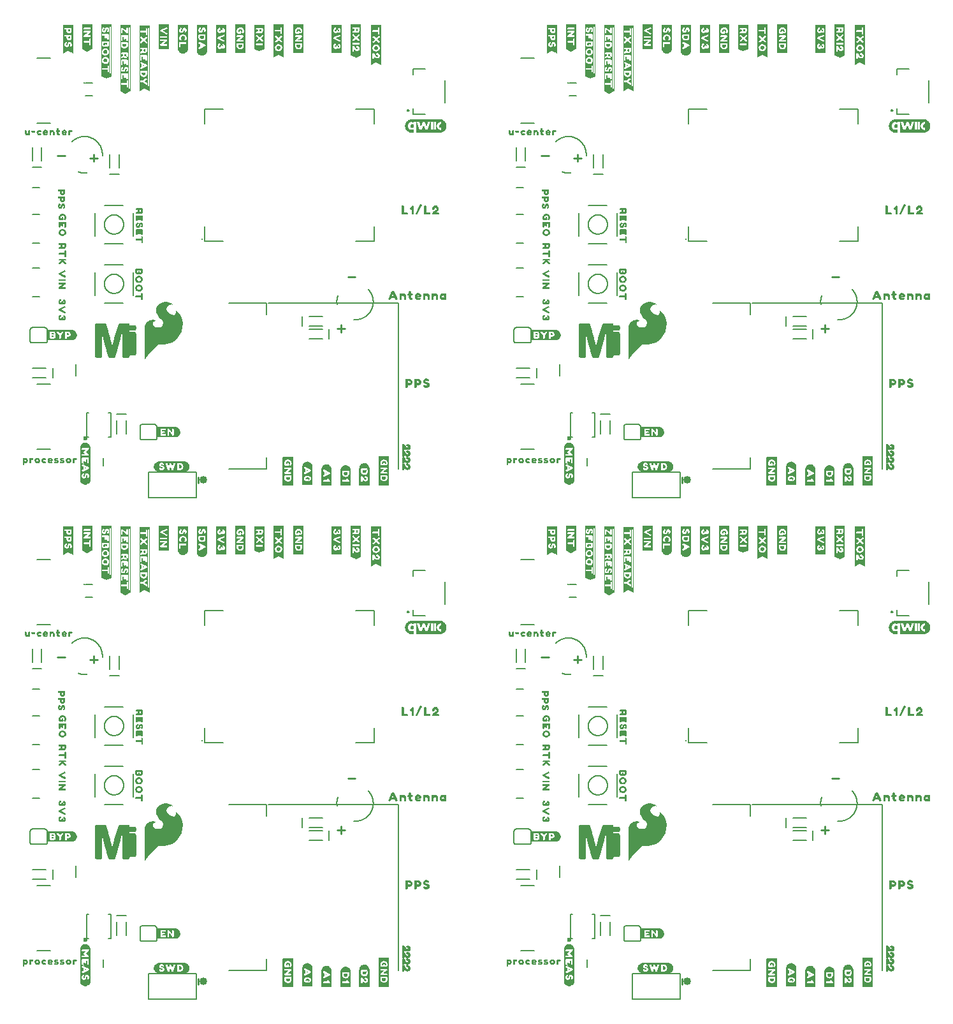
<source format=gto>
G04 EAGLE Gerber RS-274X export*
G75*
%MOMM*%
%FSLAX34Y34*%
%LPD*%
%INSilkscreen Top*%
%IPPOS*%
%AMOC8*
5,1,8,0,0,1.08239X$1,22.5*%
G01*
%ADD10C,0.203200*%
%ADD11C,0.279400*%
%ADD12C,1.016000*%
%ADD13C,0.600000*%
%ADD14C,0.152400*%
%ADD15R,0.040000X0.240000*%
%ADD16R,0.040000X0.440000*%
%ADD17R,0.040000X0.400000*%
%ADD18R,0.040000X0.520000*%
%ADD19R,0.040000X0.600000*%
%ADD20R,0.040000X0.680000*%
%ADD21R,0.040000X0.640000*%
%ADD22R,0.040000X0.720000*%
%ADD23R,0.040000X0.760000*%
%ADD24R,0.040000X0.280000*%
%ADD25R,0.040000X0.320000*%
%ADD26R,0.040000X0.200000*%
%ADD27R,0.040000X0.360000*%
%ADD28R,0.040000X0.480000*%
%ADD29R,0.040000X0.800000*%
%ADD30R,0.040000X0.840000*%
%ADD31C,0.282838*%
%ADD32C,0.177800*%
%ADD33C,0.300000*%
%ADD34C,0.254000*%
%ADD35C,0.127000*%

G36*
X165028Y190599D02*
X165028Y190599D01*
X165055Y190595D01*
X165255Y190795D01*
X165256Y190801D01*
X165260Y190801D01*
X165758Y191499D01*
X166657Y192497D01*
X166657Y192498D01*
X166658Y192498D01*
X167758Y193798D01*
X167758Y193799D01*
X169057Y195398D01*
X170557Y197097D01*
X172257Y198997D01*
X174056Y200896D01*
X174056Y200897D01*
X174057Y200897D01*
X175957Y202997D01*
X177656Y204897D01*
X179254Y206494D01*
X180751Y207892D01*
X182246Y208988D01*
X183837Y209783D01*
X185625Y210181D01*
X191420Y210181D01*
X191422Y210182D01*
X191426Y210182D01*
X191427Y210181D01*
X194927Y210681D01*
X194930Y210685D01*
X194933Y210683D01*
X198233Y211583D01*
X198236Y211586D01*
X198239Y211585D01*
X201339Y212885D01*
X201342Y212890D01*
X201347Y212889D01*
X204147Y214689D01*
X204148Y214692D01*
X204151Y214692D01*
X206651Y216692D01*
X206652Y216696D01*
X206656Y216696D01*
X208956Y219096D01*
X208956Y219100D01*
X208959Y219100D01*
X211059Y221800D01*
X211059Y221806D01*
X211064Y221807D01*
X213964Y227307D01*
X213962Y227315D01*
X213968Y227317D01*
X215468Y232817D01*
X215465Y232822D01*
X215468Y232824D01*
X215467Y232825D01*
X215469Y232827D01*
X215769Y238027D01*
X215765Y238033D01*
X215769Y238037D01*
X215069Y242937D01*
X215064Y242942D01*
X215067Y242946D01*
X213567Y247246D01*
X213560Y247250D01*
X213562Y247255D01*
X211462Y250755D01*
X211455Y250758D01*
X211456Y250763D01*
X209056Y253363D01*
X209045Y253365D01*
X209043Y253373D01*
X206443Y254773D01*
X206420Y254770D01*
X206396Y254773D01*
X206395Y254766D01*
X206385Y254764D01*
X206390Y254730D01*
X206385Y254695D01*
X206471Y254610D01*
X206471Y254430D01*
X206475Y254424D01*
X206472Y254420D01*
X206571Y253925D01*
X206571Y252338D01*
X206274Y251448D01*
X205879Y250558D01*
X205193Y249873D01*
X204111Y249479D01*
X203125Y249479D01*
X202033Y249678D01*
X200940Y250075D01*
X199845Y250673D01*
X197651Y252069D01*
X195859Y253861D01*
X195162Y254956D01*
X194565Y255951D01*
X194268Y256840D01*
X194170Y257829D01*
X194268Y258619D01*
X194565Y259509D01*
X195060Y260302D01*
X195656Y261096D01*
X196748Y261989D01*
X198038Y262684D01*
X199230Y262982D01*
X200524Y263181D01*
X201517Y263181D01*
X202413Y263081D01*
X203012Y262981D01*
X203017Y262984D01*
X203020Y262981D01*
X203220Y262981D01*
X203233Y262991D01*
X203250Y262991D01*
X203250Y263003D01*
X203267Y263017D01*
X203250Y263040D01*
X203250Y263069D01*
X202850Y263369D01*
X202849Y263369D01*
X202849Y263370D01*
X201749Y264170D01*
X201744Y264170D01*
X201744Y264173D01*
X199944Y265173D01*
X199941Y265173D01*
X199940Y265175D01*
X197740Y266175D01*
X197733Y266173D01*
X197730Y266178D01*
X194930Y266778D01*
X194925Y266776D01*
X194923Y266779D01*
X191923Y266979D01*
X191915Y266974D01*
X191910Y266978D01*
X188610Y266278D01*
X188603Y266271D01*
X188597Y266274D01*
X185197Y264474D01*
X185194Y264466D01*
X185188Y264468D01*
X182588Y262268D01*
X182586Y262258D01*
X182579Y262257D01*
X180979Y259857D01*
X180980Y259848D01*
X180973Y259846D01*
X180173Y257446D01*
X180177Y257435D01*
X180171Y257430D01*
X180171Y254830D01*
X180177Y254822D01*
X180172Y254817D01*
X180872Y252217D01*
X180879Y252212D01*
X180877Y252207D01*
X182277Y249607D01*
X182281Y249605D01*
X182280Y249601D01*
X184180Y247001D01*
X184186Y246999D01*
X184185Y246995D01*
X186783Y244397D01*
X188678Y242104D01*
X189671Y239918D01*
X189770Y237838D01*
X189077Y235955D01*
X187787Y234368D01*
X186000Y233276D01*
X183813Y232679D01*
X181425Y232679D01*
X179835Y232977D01*
X178545Y233573D01*
X177453Y234367D01*
X176660Y235259D01*
X176067Y236248D01*
X175869Y237235D01*
X175869Y238225D01*
X176066Y239110D01*
X176558Y239798D01*
X177153Y240394D01*
X177849Y240990D01*
X179240Y241785D01*
X179836Y241983D01*
X179841Y241991D01*
X179847Y241989D01*
X180145Y242187D01*
X180342Y242286D01*
X180347Y242295D01*
X180356Y242297D01*
X180354Y242310D01*
X180368Y242339D01*
X180347Y242350D01*
X180342Y242374D01*
X180142Y242474D01*
X180133Y242472D01*
X180130Y242478D01*
X179632Y242578D01*
X178934Y242777D01*
X178930Y242776D01*
X178929Y242778D01*
X177829Y242978D01*
X177826Y242977D01*
X177824Y242979D01*
X176624Y243079D01*
X176619Y243076D01*
X176617Y243079D01*
X175217Y242979D01*
X175213Y242976D01*
X175210Y242978D01*
X173710Y242678D01*
X173708Y242676D01*
X173706Y242677D01*
X172006Y242177D01*
X172003Y242174D01*
X172001Y242175D01*
X170601Y241575D01*
X170598Y241570D01*
X170593Y241571D01*
X169193Y240671D01*
X169191Y240666D01*
X169187Y240666D01*
X167987Y239566D01*
X167986Y239560D01*
X167981Y239560D01*
X166881Y238160D01*
X166881Y238152D01*
X166875Y238151D01*
X166075Y236451D01*
X166076Y236448D01*
X166075Y236447D01*
X166074Y236446D01*
X165374Y234446D01*
X165376Y234439D01*
X165371Y234436D01*
X165071Y231936D01*
X165073Y231933D01*
X165071Y231932D01*
X164971Y229032D01*
X164972Y229031D01*
X164971Y229030D01*
X164971Y190630D01*
X164979Y190619D01*
X164977Y190606D01*
X164990Y190604D01*
X165007Y190583D01*
X165028Y190599D01*
G37*
G36*
X165028Y856079D02*
X165028Y856079D01*
X165055Y856075D01*
X165255Y856275D01*
X165256Y856281D01*
X165260Y856281D01*
X165758Y856979D01*
X166657Y857977D01*
X166657Y857978D01*
X166658Y857978D01*
X167758Y859278D01*
X167758Y859279D01*
X169057Y860878D01*
X170557Y862577D01*
X172257Y864477D01*
X174056Y866376D01*
X174056Y866377D01*
X174057Y866377D01*
X175957Y868477D01*
X177656Y870377D01*
X179254Y871974D01*
X180751Y873372D01*
X182246Y874468D01*
X183837Y875263D01*
X185625Y875661D01*
X191420Y875661D01*
X191422Y875662D01*
X191426Y875662D01*
X191427Y875661D01*
X194927Y876161D01*
X194930Y876165D01*
X194933Y876163D01*
X198233Y877063D01*
X198236Y877066D01*
X198239Y877065D01*
X201339Y878365D01*
X201342Y878370D01*
X201347Y878369D01*
X204147Y880169D01*
X204148Y880172D01*
X204151Y880172D01*
X206651Y882172D01*
X206652Y882176D01*
X206656Y882176D01*
X208956Y884576D01*
X208956Y884580D01*
X208959Y884580D01*
X211059Y887280D01*
X211059Y887286D01*
X211064Y887287D01*
X213964Y892787D01*
X213962Y892795D01*
X213968Y892797D01*
X215468Y898297D01*
X215465Y898302D01*
X215468Y898304D01*
X215467Y898305D01*
X215469Y898307D01*
X215769Y903507D01*
X215765Y903513D01*
X215769Y903517D01*
X215069Y908417D01*
X215064Y908422D01*
X215067Y908426D01*
X213567Y912726D01*
X213560Y912730D01*
X213562Y912735D01*
X211462Y916235D01*
X211455Y916238D01*
X211456Y916243D01*
X209056Y918843D01*
X209045Y918845D01*
X209043Y918853D01*
X206443Y920253D01*
X206420Y920250D01*
X206396Y920253D01*
X206395Y920246D01*
X206385Y920244D01*
X206390Y920210D01*
X206385Y920175D01*
X206471Y920090D01*
X206471Y919910D01*
X206475Y919904D01*
X206472Y919900D01*
X206571Y919405D01*
X206571Y917818D01*
X206274Y916928D01*
X205879Y916038D01*
X205193Y915353D01*
X204111Y914959D01*
X203125Y914959D01*
X202033Y915158D01*
X200940Y915555D01*
X199845Y916153D01*
X197651Y917549D01*
X195859Y919341D01*
X195162Y920436D01*
X194565Y921431D01*
X194268Y922320D01*
X194170Y923309D01*
X194268Y924099D01*
X194565Y924989D01*
X195060Y925782D01*
X195656Y926576D01*
X196748Y927469D01*
X198038Y928164D01*
X199230Y928462D01*
X200524Y928661D01*
X201517Y928661D01*
X202413Y928561D01*
X203012Y928461D01*
X203017Y928464D01*
X203020Y928461D01*
X203220Y928461D01*
X203233Y928471D01*
X203250Y928471D01*
X203250Y928483D01*
X203267Y928497D01*
X203250Y928520D01*
X203250Y928549D01*
X202850Y928849D01*
X202849Y928849D01*
X202849Y928850D01*
X201749Y929650D01*
X201744Y929650D01*
X201744Y929653D01*
X199944Y930653D01*
X199941Y930653D01*
X199940Y930655D01*
X197740Y931655D01*
X197733Y931653D01*
X197730Y931658D01*
X194930Y932258D01*
X194925Y932256D01*
X194923Y932259D01*
X191923Y932459D01*
X191915Y932454D01*
X191910Y932458D01*
X188610Y931758D01*
X188603Y931751D01*
X188597Y931754D01*
X185197Y929954D01*
X185194Y929946D01*
X185188Y929948D01*
X182588Y927748D01*
X182586Y927738D01*
X182579Y927737D01*
X180979Y925337D01*
X180980Y925328D01*
X180973Y925326D01*
X180173Y922926D01*
X180177Y922915D01*
X180171Y922910D01*
X180171Y920310D01*
X180177Y920302D01*
X180172Y920297D01*
X180872Y917697D01*
X180879Y917692D01*
X180877Y917687D01*
X182277Y915087D01*
X182281Y915085D01*
X182280Y915081D01*
X184180Y912481D01*
X184186Y912479D01*
X184185Y912475D01*
X186783Y909877D01*
X188678Y907584D01*
X189671Y905398D01*
X189770Y903318D01*
X189077Y901435D01*
X187787Y899848D01*
X186000Y898756D01*
X183813Y898159D01*
X181425Y898159D01*
X179835Y898457D01*
X178545Y899053D01*
X177453Y899847D01*
X176660Y900739D01*
X176067Y901728D01*
X175869Y902715D01*
X175869Y903705D01*
X176066Y904590D01*
X176558Y905278D01*
X177153Y905874D01*
X177849Y906470D01*
X179240Y907265D01*
X179836Y907463D01*
X179841Y907471D01*
X179847Y907469D01*
X180145Y907667D01*
X180342Y907766D01*
X180347Y907775D01*
X180356Y907777D01*
X180354Y907790D01*
X180368Y907819D01*
X180347Y907830D01*
X180342Y907854D01*
X180142Y907954D01*
X180133Y907952D01*
X180130Y907958D01*
X179632Y908058D01*
X178934Y908257D01*
X178930Y908256D01*
X178929Y908258D01*
X177829Y908458D01*
X177826Y908457D01*
X177824Y908459D01*
X176624Y908559D01*
X176619Y908556D01*
X176617Y908559D01*
X175217Y908459D01*
X175213Y908456D01*
X175210Y908458D01*
X173710Y908158D01*
X173708Y908156D01*
X173706Y908157D01*
X172006Y907657D01*
X172003Y907654D01*
X172001Y907655D01*
X170601Y907055D01*
X170598Y907050D01*
X170593Y907051D01*
X169193Y906151D01*
X169191Y906146D01*
X169187Y906146D01*
X167987Y905046D01*
X167986Y905040D01*
X167981Y905040D01*
X166881Y903640D01*
X166881Y903632D01*
X166875Y903631D01*
X166075Y901931D01*
X166076Y901928D01*
X166075Y901927D01*
X166074Y901926D01*
X165374Y899926D01*
X165376Y899919D01*
X165371Y899916D01*
X165071Y897416D01*
X165073Y897413D01*
X165071Y897412D01*
X164971Y894512D01*
X164972Y894511D01*
X164971Y894510D01*
X164971Y856110D01*
X164979Y856099D01*
X164977Y856086D01*
X164990Y856084D01*
X165007Y856063D01*
X165028Y856079D01*
G37*
G36*
X807648Y856079D02*
X807648Y856079D01*
X807675Y856075D01*
X807875Y856275D01*
X807876Y856281D01*
X807880Y856281D01*
X808378Y856979D01*
X809277Y857977D01*
X809277Y857978D01*
X809278Y857978D01*
X810378Y859278D01*
X810378Y859279D01*
X811677Y860878D01*
X813177Y862577D01*
X814877Y864477D01*
X816676Y866376D01*
X816676Y866377D01*
X816677Y866377D01*
X818577Y868477D01*
X820276Y870377D01*
X821874Y871974D01*
X823371Y873372D01*
X824866Y874468D01*
X826457Y875263D01*
X828245Y875661D01*
X834040Y875661D01*
X834042Y875662D01*
X834046Y875662D01*
X834047Y875661D01*
X837547Y876161D01*
X837550Y876165D01*
X837553Y876163D01*
X840853Y877063D01*
X840856Y877066D01*
X840859Y877065D01*
X843959Y878365D01*
X843962Y878370D01*
X843967Y878369D01*
X846767Y880169D01*
X846768Y880172D01*
X846771Y880172D01*
X849271Y882172D01*
X849272Y882176D01*
X849276Y882176D01*
X851576Y884576D01*
X851576Y884580D01*
X851579Y884580D01*
X853679Y887280D01*
X853679Y887286D01*
X853684Y887287D01*
X856584Y892787D01*
X856582Y892795D01*
X856588Y892797D01*
X858088Y898297D01*
X858085Y898302D01*
X858088Y898304D01*
X858087Y898305D01*
X858089Y898307D01*
X858389Y903507D01*
X858385Y903513D01*
X858389Y903517D01*
X857689Y908417D01*
X857684Y908422D01*
X857687Y908426D01*
X856187Y912726D01*
X856180Y912730D01*
X856182Y912735D01*
X854082Y916235D01*
X854075Y916238D01*
X854076Y916243D01*
X851676Y918843D01*
X851665Y918845D01*
X851663Y918853D01*
X849063Y920253D01*
X849040Y920250D01*
X849016Y920253D01*
X849015Y920246D01*
X849005Y920244D01*
X849010Y920210D01*
X849005Y920175D01*
X849091Y920090D01*
X849091Y919910D01*
X849095Y919904D01*
X849092Y919900D01*
X849191Y919405D01*
X849191Y917818D01*
X848894Y916928D01*
X848499Y916038D01*
X847813Y915353D01*
X846731Y914959D01*
X845745Y914959D01*
X844653Y915158D01*
X843560Y915555D01*
X842465Y916153D01*
X840271Y917549D01*
X838479Y919341D01*
X837782Y920436D01*
X837185Y921431D01*
X836888Y922320D01*
X836790Y923309D01*
X836888Y924099D01*
X837185Y924989D01*
X837680Y925782D01*
X838276Y926576D01*
X839368Y927469D01*
X840658Y928164D01*
X841850Y928462D01*
X843144Y928661D01*
X844137Y928661D01*
X845033Y928561D01*
X845632Y928461D01*
X845637Y928464D01*
X845640Y928461D01*
X845840Y928461D01*
X845853Y928471D01*
X845870Y928471D01*
X845870Y928483D01*
X845887Y928497D01*
X845870Y928520D01*
X845870Y928549D01*
X845470Y928849D01*
X845469Y928849D01*
X845469Y928850D01*
X844369Y929650D01*
X844364Y929650D01*
X844364Y929653D01*
X842564Y930653D01*
X842561Y930653D01*
X842560Y930655D01*
X840360Y931655D01*
X840353Y931653D01*
X840350Y931658D01*
X837550Y932258D01*
X837545Y932256D01*
X837543Y932259D01*
X834543Y932459D01*
X834535Y932454D01*
X834530Y932458D01*
X831230Y931758D01*
X831223Y931751D01*
X831217Y931754D01*
X827817Y929954D01*
X827814Y929946D01*
X827808Y929948D01*
X825208Y927748D01*
X825206Y927738D01*
X825199Y927737D01*
X823599Y925337D01*
X823600Y925328D01*
X823593Y925326D01*
X822793Y922926D01*
X822797Y922915D01*
X822791Y922910D01*
X822791Y920310D01*
X822797Y920302D01*
X822792Y920297D01*
X823492Y917697D01*
X823499Y917692D01*
X823497Y917687D01*
X824897Y915087D01*
X824901Y915085D01*
X824900Y915081D01*
X826800Y912481D01*
X826806Y912479D01*
X826805Y912475D01*
X829403Y909877D01*
X831298Y907584D01*
X832291Y905398D01*
X832390Y903318D01*
X831697Y901435D01*
X830407Y899848D01*
X828620Y898756D01*
X826433Y898159D01*
X824045Y898159D01*
X822455Y898457D01*
X821165Y899053D01*
X820073Y899847D01*
X819280Y900739D01*
X818687Y901728D01*
X818489Y902715D01*
X818489Y903705D01*
X818686Y904590D01*
X819178Y905278D01*
X819773Y905874D01*
X820469Y906470D01*
X821860Y907265D01*
X822456Y907463D01*
X822461Y907471D01*
X822467Y907469D01*
X822765Y907667D01*
X822962Y907766D01*
X822967Y907775D01*
X822976Y907777D01*
X822974Y907790D01*
X822988Y907819D01*
X822967Y907830D01*
X822962Y907854D01*
X822762Y907954D01*
X822753Y907952D01*
X822750Y907958D01*
X822252Y908058D01*
X821554Y908257D01*
X821550Y908256D01*
X821549Y908258D01*
X820449Y908458D01*
X820446Y908457D01*
X820444Y908459D01*
X819244Y908559D01*
X819239Y908556D01*
X819237Y908559D01*
X817837Y908459D01*
X817833Y908456D01*
X817830Y908458D01*
X816330Y908158D01*
X816328Y908156D01*
X816326Y908157D01*
X814626Y907657D01*
X814623Y907654D01*
X814621Y907655D01*
X813221Y907055D01*
X813218Y907050D01*
X813213Y907051D01*
X811813Y906151D01*
X811811Y906146D01*
X811807Y906146D01*
X810607Y905046D01*
X810606Y905040D01*
X810601Y905040D01*
X809501Y903640D01*
X809501Y903632D01*
X809495Y903631D01*
X808695Y901931D01*
X808696Y901928D01*
X808695Y901927D01*
X808694Y901926D01*
X807994Y899926D01*
X807996Y899919D01*
X807991Y899916D01*
X807691Y897416D01*
X807693Y897413D01*
X807691Y897412D01*
X807591Y894512D01*
X807592Y894511D01*
X807591Y894510D01*
X807591Y856110D01*
X807599Y856099D01*
X807597Y856086D01*
X807610Y856084D01*
X807627Y856063D01*
X807648Y856079D01*
G37*
G36*
X807648Y190599D02*
X807648Y190599D01*
X807675Y190595D01*
X807875Y190795D01*
X807876Y190801D01*
X807880Y190801D01*
X808378Y191499D01*
X809277Y192497D01*
X809277Y192498D01*
X809278Y192498D01*
X810378Y193798D01*
X810378Y193799D01*
X811677Y195398D01*
X813177Y197097D01*
X814877Y198997D01*
X816676Y200896D01*
X816676Y200897D01*
X816677Y200897D01*
X818577Y202997D01*
X820276Y204897D01*
X821874Y206494D01*
X823371Y207892D01*
X824866Y208988D01*
X826457Y209783D01*
X828245Y210181D01*
X834040Y210181D01*
X834042Y210182D01*
X834046Y210182D01*
X834047Y210181D01*
X837547Y210681D01*
X837550Y210685D01*
X837553Y210683D01*
X840853Y211583D01*
X840856Y211586D01*
X840859Y211585D01*
X843959Y212885D01*
X843962Y212890D01*
X843967Y212889D01*
X846767Y214689D01*
X846768Y214692D01*
X846771Y214692D01*
X849271Y216692D01*
X849272Y216696D01*
X849276Y216696D01*
X851576Y219096D01*
X851576Y219100D01*
X851579Y219100D01*
X853679Y221800D01*
X853679Y221806D01*
X853684Y221807D01*
X856584Y227307D01*
X856582Y227315D01*
X856588Y227317D01*
X858088Y232817D01*
X858085Y232822D01*
X858088Y232824D01*
X858087Y232825D01*
X858089Y232827D01*
X858389Y238027D01*
X858385Y238033D01*
X858389Y238037D01*
X857689Y242937D01*
X857684Y242942D01*
X857687Y242946D01*
X856187Y247246D01*
X856180Y247250D01*
X856182Y247255D01*
X854082Y250755D01*
X854075Y250758D01*
X854076Y250763D01*
X851676Y253363D01*
X851665Y253365D01*
X851663Y253373D01*
X849063Y254773D01*
X849040Y254770D01*
X849016Y254773D01*
X849015Y254766D01*
X849005Y254764D01*
X849010Y254730D01*
X849005Y254695D01*
X849091Y254610D01*
X849091Y254430D01*
X849095Y254424D01*
X849092Y254420D01*
X849191Y253925D01*
X849191Y252338D01*
X848894Y251448D01*
X848499Y250558D01*
X847813Y249873D01*
X846731Y249479D01*
X845745Y249479D01*
X844653Y249678D01*
X843560Y250075D01*
X842465Y250673D01*
X840271Y252069D01*
X838479Y253861D01*
X837782Y254956D01*
X837185Y255951D01*
X836888Y256840D01*
X836790Y257829D01*
X836888Y258619D01*
X837185Y259509D01*
X837680Y260302D01*
X838276Y261096D01*
X839368Y261989D01*
X840658Y262684D01*
X841850Y262982D01*
X843144Y263181D01*
X844137Y263181D01*
X845033Y263081D01*
X845632Y262981D01*
X845637Y262984D01*
X845640Y262981D01*
X845840Y262981D01*
X845853Y262991D01*
X845870Y262991D01*
X845870Y263003D01*
X845887Y263017D01*
X845870Y263040D01*
X845870Y263069D01*
X845470Y263369D01*
X845469Y263369D01*
X845469Y263370D01*
X844369Y264170D01*
X844364Y264170D01*
X844364Y264173D01*
X842564Y265173D01*
X842561Y265173D01*
X842560Y265175D01*
X840360Y266175D01*
X840353Y266173D01*
X840350Y266178D01*
X837550Y266778D01*
X837545Y266776D01*
X837543Y266779D01*
X834543Y266979D01*
X834535Y266974D01*
X834530Y266978D01*
X831230Y266278D01*
X831223Y266271D01*
X831217Y266274D01*
X827817Y264474D01*
X827814Y264466D01*
X827808Y264468D01*
X825208Y262268D01*
X825206Y262258D01*
X825199Y262257D01*
X823599Y259857D01*
X823600Y259848D01*
X823593Y259846D01*
X822793Y257446D01*
X822797Y257435D01*
X822791Y257430D01*
X822791Y254830D01*
X822797Y254822D01*
X822792Y254817D01*
X823492Y252217D01*
X823499Y252212D01*
X823497Y252207D01*
X824897Y249607D01*
X824901Y249605D01*
X824900Y249601D01*
X826800Y247001D01*
X826806Y246999D01*
X826805Y246995D01*
X829403Y244397D01*
X831298Y242104D01*
X832291Y239918D01*
X832390Y237838D01*
X831697Y235955D01*
X830407Y234368D01*
X828620Y233276D01*
X826433Y232679D01*
X824045Y232679D01*
X822455Y232977D01*
X821165Y233573D01*
X820073Y234367D01*
X819280Y235259D01*
X818687Y236248D01*
X818489Y237235D01*
X818489Y238225D01*
X818686Y239110D01*
X819178Y239798D01*
X819773Y240394D01*
X820469Y240990D01*
X821860Y241785D01*
X822456Y241983D01*
X822461Y241991D01*
X822467Y241989D01*
X822765Y242187D01*
X822962Y242286D01*
X822967Y242295D01*
X822976Y242297D01*
X822974Y242310D01*
X822988Y242339D01*
X822967Y242350D01*
X822962Y242374D01*
X822762Y242474D01*
X822753Y242472D01*
X822750Y242478D01*
X822252Y242578D01*
X821554Y242777D01*
X821550Y242776D01*
X821549Y242778D01*
X820449Y242978D01*
X820446Y242977D01*
X820444Y242979D01*
X819244Y243079D01*
X819239Y243076D01*
X819237Y243079D01*
X817837Y242979D01*
X817833Y242976D01*
X817830Y242978D01*
X816330Y242678D01*
X816328Y242676D01*
X816326Y242677D01*
X814626Y242177D01*
X814623Y242174D01*
X814621Y242175D01*
X813221Y241575D01*
X813218Y241570D01*
X813213Y241571D01*
X811813Y240671D01*
X811811Y240666D01*
X811807Y240666D01*
X810607Y239566D01*
X810606Y239560D01*
X810601Y239560D01*
X809501Y238160D01*
X809501Y238152D01*
X809495Y238151D01*
X808695Y236451D01*
X808696Y236448D01*
X808695Y236447D01*
X808694Y236446D01*
X807994Y234446D01*
X807996Y234439D01*
X807991Y234436D01*
X807691Y231936D01*
X807693Y231933D01*
X807691Y231932D01*
X807591Y229032D01*
X807592Y229031D01*
X807591Y229030D01*
X807591Y190630D01*
X807599Y190619D01*
X807597Y190606D01*
X807610Y190604D01*
X807627Y190583D01*
X807648Y190599D01*
G37*
G36*
X142875Y858168D02*
X142875Y858168D01*
X142888Y858167D01*
X143414Y858192D01*
X143436Y858198D01*
X143571Y858226D01*
X144059Y858415D01*
X144066Y858419D01*
X144073Y858421D01*
X144214Y858510D01*
X144602Y858862D01*
X144607Y858868D01*
X144613Y858872D01*
X144712Y859006D01*
X144950Y859473D01*
X144952Y859479D01*
X144955Y859484D01*
X145001Y859644D01*
X145061Y860166D01*
X145059Y860183D01*
X145064Y860205D01*
X145077Y860606D01*
X145197Y860813D01*
X145425Y860922D01*
X151643Y860939D01*
X151686Y860948D01*
X151760Y860953D01*
X152271Y861079D01*
X152310Y861097D01*
X152400Y861130D01*
X152856Y861392D01*
X152889Y861421D01*
X152966Y861477D01*
X153332Y861854D01*
X153356Y861891D01*
X153414Y861965D01*
X153664Y862427D01*
X153672Y862456D01*
X153687Y862480D01*
X153692Y862509D01*
X153712Y862559D01*
X153823Y863072D01*
X153824Y863114D01*
X153834Y863178D01*
X153842Y883217D01*
X153861Y883735D01*
X153858Y883752D01*
X153861Y883770D01*
X153842Y883850D01*
X153835Y883890D01*
X153841Y883907D01*
X153839Y883937D01*
X153846Y883976D01*
X153846Y889791D01*
X153845Y889795D01*
X153846Y889799D01*
X153836Y890328D01*
X153827Y890369D01*
X153823Y890433D01*
X153703Y890946D01*
X153685Y890985D01*
X153652Y891076D01*
X153394Y891535D01*
X153366Y891568D01*
X153310Y891646D01*
X152936Y892016D01*
X152899Y892040D01*
X152824Y892099D01*
X152362Y892352D01*
X152321Y892365D01*
X152232Y892401D01*
X151718Y892516D01*
X151676Y892517D01*
X151610Y892528D01*
X145801Y892536D01*
X145402Y892546D01*
X145189Y892664D01*
X145077Y892887D01*
X145072Y893723D01*
X145174Y893961D01*
X145372Y894085D01*
X145757Y894103D01*
X151559Y894109D01*
X151598Y894116D01*
X151655Y894118D01*
X152171Y894219D01*
X152212Y894236D01*
X152303Y894264D01*
X152772Y894504D01*
X152806Y894531D01*
X152885Y894584D01*
X153270Y894943D01*
X153296Y894979D01*
X153358Y895051D01*
X153628Y895504D01*
X153642Y895541D01*
X153651Y895556D01*
X153653Y895567D01*
X153683Y895634D01*
X153816Y896144D01*
X153819Y896187D01*
X153832Y896256D01*
X153847Y896784D01*
X153846Y896790D01*
X153847Y896798D01*
X153847Y898912D01*
X153844Y898928D01*
X153846Y898948D01*
X153808Y899474D01*
X153796Y899517D01*
X153780Y899606D01*
X153603Y900102D01*
X153581Y900140D01*
X153539Y900225D01*
X153232Y900653D01*
X153201Y900683D01*
X153137Y900754D01*
X152724Y901081D01*
X152685Y901101D01*
X152606Y901151D01*
X152119Y901353D01*
X152076Y901361D01*
X151986Y901388D01*
X151463Y901449D01*
X151437Y901447D01*
X151405Y901452D01*
X145626Y901454D01*
X145291Y901502D01*
X145132Y901643D01*
X145054Y901967D01*
X144998Y902460D01*
X144997Y902465D01*
X144997Y902471D01*
X144947Y902630D01*
X144708Y903098D01*
X144703Y903104D01*
X144701Y903111D01*
X144598Y903241D01*
X144208Y903593D01*
X144201Y903598D01*
X144196Y903604D01*
X144053Y903689D01*
X143563Y903878D01*
X143545Y903881D01*
X143405Y903911D01*
X142878Y903933D01*
X142868Y903932D01*
X142856Y903934D01*
X132813Y903934D01*
X132808Y903933D01*
X132802Y903934D01*
X132273Y903921D01*
X132242Y903914D01*
X132121Y903894D01*
X131625Y903721D01*
X131617Y903717D01*
X131608Y903715D01*
X131465Y903630D01*
X131065Y903289D01*
X131060Y903282D01*
X131053Y903278D01*
X130950Y903147D01*
X130700Y902686D01*
X130688Y902648D01*
X130662Y902597D01*
X128759Y896546D01*
X128759Y896545D01*
X128759Y896544D01*
X127353Y891999D01*
X127353Y891997D01*
X127352Y891995D01*
X124914Y883897D01*
X124907Y883816D01*
X124900Y883775D01*
X124895Y883762D01*
X124844Y883657D01*
X123826Y880104D01*
X123826Y880101D01*
X123825Y880098D01*
X122852Y876533D01*
X122852Y876528D01*
X122850Y876522D01*
X122082Y873449D01*
X122082Y873443D01*
X122079Y873437D01*
X121979Y872986D01*
X121859Y873583D01*
X121857Y873587D01*
X121856Y873593D01*
X121048Y877199D01*
X121047Y877203D01*
X121047Y877207D01*
X120061Y881314D01*
X120061Y881315D01*
X120061Y881317D01*
X119681Y882854D01*
X119678Y882859D01*
X119678Y882866D01*
X119400Y883885D01*
X119387Y883910D01*
X119383Y883949D01*
X119383Y883963D01*
X119382Y883965D01*
X119382Y883967D01*
X118462Y887551D01*
X118461Y887553D01*
X118461Y887556D01*
X117374Y891644D01*
X117374Y891645D01*
X117374Y891647D01*
X116678Y894197D01*
X116677Y894199D01*
X116677Y894201D01*
X115530Y898272D01*
X115529Y898275D01*
X115528Y898278D01*
X114334Y902336D01*
X114328Y902348D01*
X114325Y902364D01*
X114146Y902860D01*
X114138Y902873D01*
X114066Y903002D01*
X113738Y903413D01*
X113730Y903420D01*
X113725Y903429D01*
X113597Y903535D01*
X113141Y903796D01*
X113131Y903799D01*
X113123Y903806D01*
X112965Y903857D01*
X112445Y903934D01*
X112414Y903932D01*
X112373Y903939D01*
X101269Y903944D01*
X101233Y903937D01*
X101180Y903936D01*
X100663Y903842D01*
X100654Y903839D01*
X100645Y903839D01*
X100490Y903776D01*
X100043Y903501D01*
X100038Y903496D01*
X100031Y903493D01*
X99909Y903380D01*
X99589Y902964D01*
X99585Y902956D01*
X99579Y902950D01*
X99506Y902801D01*
X99357Y902297D01*
X99353Y902255D01*
X99337Y902156D01*
X99328Y884179D01*
X99337Y884136D01*
X99342Y884061D01*
X99370Y883947D01*
X99361Y883933D01*
X99360Y883924D01*
X99355Y883917D01*
X99328Y883753D01*
X99338Y859939D01*
X99346Y859902D01*
X99360Y859793D01*
X99515Y859290D01*
X99519Y859283D01*
X99521Y859274D01*
X99600Y859128D01*
X99926Y858715D01*
X99932Y858710D01*
X99936Y858703D01*
X100062Y858595D01*
X100514Y858326D01*
X100522Y858323D01*
X100528Y858318D01*
X100685Y858263D01*
X101203Y858174D01*
X101239Y858175D01*
X101288Y858166D01*
X106580Y858166D01*
X106598Y858170D01*
X106620Y858168D01*
X107145Y858209D01*
X107148Y858210D01*
X107150Y858210D01*
X107311Y858252D01*
X107791Y858467D01*
X107797Y858472D01*
X107805Y858474D01*
X107940Y858571D01*
X108311Y858945D01*
X108316Y858952D01*
X108323Y858957D01*
X108414Y859096D01*
X108625Y859578D01*
X108625Y859579D01*
X108626Y859580D01*
X108665Y859741D01*
X108704Y860267D01*
X108702Y860284D01*
X108706Y860304D01*
X108703Y876180D01*
X108703Y876182D01*
X108703Y876183D01*
X108679Y880417D01*
X108679Y880419D01*
X108679Y880421D01*
X108631Y883596D01*
X108611Y883689D01*
X108589Y883789D01*
X108589Y883790D01*
X108573Y883812D01*
X108587Y883833D01*
X108590Y883850D01*
X108598Y883864D01*
X108622Y884029D01*
X108529Y888258D01*
X108529Y888260D01*
X108529Y888262D01*
X108498Y889262D01*
X108483Y889761D01*
X108467Y890260D01*
X108467Y890261D01*
X108452Y890760D01*
X108431Y891433D01*
X108430Y891436D01*
X108430Y891440D01*
X108352Y893218D01*
X108767Y891337D01*
X108768Y891335D01*
X108768Y891331D01*
X110447Y884122D01*
X110453Y884108D01*
X110456Y884088D01*
X110559Y883753D01*
X110564Y883687D01*
X110561Y883644D01*
X110569Y883621D01*
X110571Y883590D01*
X112192Y876921D01*
X112193Y876920D01*
X112193Y876918D01*
X113599Y871284D01*
X113600Y871283D01*
X113600Y871281D01*
X115435Y864121D01*
X115436Y864120D01*
X115436Y864117D01*
X116652Y859524D01*
X116671Y859486D01*
X116679Y859455D01*
X116686Y859445D01*
X116697Y859413D01*
X116949Y858953D01*
X116955Y858945D01*
X116958Y858937D01*
X117065Y858810D01*
X117467Y858472D01*
X117473Y858469D01*
X117477Y858464D01*
X117623Y858383D01*
X118118Y858209D01*
X118148Y858204D01*
X118271Y858181D01*
X118798Y858167D01*
X118804Y858168D01*
X118811Y858167D01*
X124090Y858167D01*
X124112Y858171D01*
X124141Y858169D01*
X124663Y858223D01*
X124669Y858224D01*
X124674Y858224D01*
X124834Y858272D01*
X125304Y858504D01*
X125311Y858509D01*
X125319Y858512D01*
X125451Y858614D01*
X125806Y859000D01*
X125809Y859005D01*
X125813Y859008D01*
X125900Y859149D01*
X126099Y859636D01*
X126103Y859657D01*
X126115Y859681D01*
X127635Y864737D01*
X127636Y864739D01*
X127637Y864741D01*
X129701Y871838D01*
X129702Y871840D01*
X129703Y871842D01*
X131273Y877433D01*
X131273Y877435D01*
X131274Y877438D01*
X132931Y883552D01*
X132933Y883587D01*
X132945Y883620D01*
X132940Y883686D01*
X132944Y883751D01*
X132940Y883763D01*
X132966Y883789D01*
X132999Y883862D01*
X133022Y883900D01*
X133025Y883919D01*
X133034Y883941D01*
X133837Y887009D01*
X133837Y887011D01*
X133838Y887013D01*
X134871Y891114D01*
X134871Y891116D01*
X134872Y891119D01*
X135489Y893689D01*
X135489Y893692D01*
X135490Y893695D01*
X135414Y890329D01*
X135414Y890327D01*
X135414Y890325D01*
X135322Y883983D01*
X135332Y883929D01*
X135332Y883874D01*
X135350Y883832D01*
X135359Y883787D01*
X135389Y883741D01*
X135411Y883691D01*
X135412Y883689D01*
X135352Y883481D01*
X135348Y883438D01*
X135332Y883345D01*
X135307Y880180D01*
X135307Y880178D01*
X135307Y880176D01*
X135294Y860128D01*
X135301Y860093D01*
X135302Y860043D01*
X135390Y859526D01*
X135393Y859519D01*
X135393Y859512D01*
X135453Y859356D01*
X135720Y858905D01*
X135725Y858899D01*
X135728Y858892D01*
X135792Y858820D01*
X135811Y858794D01*
X135820Y858789D01*
X135839Y858768D01*
X136250Y858442D01*
X136258Y858438D01*
X136263Y858432D01*
X136412Y858356D01*
X136912Y858200D01*
X136956Y858196D01*
X137050Y858178D01*
X137577Y858166D01*
X137582Y858167D01*
X137588Y858166D01*
X142864Y858166D01*
X142875Y858168D01*
G37*
G36*
X142875Y192688D02*
X142875Y192688D01*
X142888Y192687D01*
X143414Y192712D01*
X143436Y192718D01*
X143571Y192746D01*
X144059Y192935D01*
X144066Y192939D01*
X144073Y192941D01*
X144214Y193030D01*
X144602Y193382D01*
X144607Y193388D01*
X144613Y193392D01*
X144712Y193526D01*
X144950Y193993D01*
X144952Y193999D01*
X144955Y194004D01*
X145001Y194164D01*
X145061Y194686D01*
X145059Y194703D01*
X145064Y194725D01*
X145077Y195126D01*
X145197Y195333D01*
X145425Y195442D01*
X151643Y195459D01*
X151686Y195468D01*
X151760Y195473D01*
X152271Y195599D01*
X152310Y195617D01*
X152400Y195650D01*
X152856Y195912D01*
X152889Y195941D01*
X152966Y195997D01*
X153332Y196374D01*
X153356Y196411D01*
X153414Y196485D01*
X153664Y196947D01*
X153672Y196976D01*
X153687Y197000D01*
X153692Y197029D01*
X153712Y197079D01*
X153823Y197592D01*
X153824Y197634D01*
X153834Y197698D01*
X153842Y217737D01*
X153861Y218255D01*
X153858Y218272D01*
X153861Y218290D01*
X153842Y218370D01*
X153835Y218410D01*
X153841Y218427D01*
X153839Y218457D01*
X153846Y218496D01*
X153846Y224311D01*
X153845Y224315D01*
X153846Y224319D01*
X153836Y224848D01*
X153827Y224889D01*
X153823Y224953D01*
X153703Y225466D01*
X153685Y225505D01*
X153652Y225596D01*
X153394Y226055D01*
X153366Y226088D01*
X153310Y226166D01*
X152936Y226536D01*
X152899Y226560D01*
X152824Y226619D01*
X152362Y226872D01*
X152321Y226885D01*
X152232Y226921D01*
X151718Y227036D01*
X151676Y227037D01*
X151610Y227048D01*
X145801Y227056D01*
X145402Y227066D01*
X145189Y227184D01*
X145077Y227407D01*
X145072Y228243D01*
X145174Y228481D01*
X145372Y228605D01*
X145757Y228623D01*
X151559Y228629D01*
X151598Y228636D01*
X151655Y228638D01*
X152171Y228739D01*
X152212Y228756D01*
X152303Y228784D01*
X152772Y229024D01*
X152806Y229051D01*
X152885Y229104D01*
X153270Y229463D01*
X153296Y229499D01*
X153358Y229571D01*
X153628Y230024D01*
X153642Y230061D01*
X153651Y230076D01*
X153653Y230087D01*
X153683Y230154D01*
X153816Y230664D01*
X153819Y230707D01*
X153832Y230776D01*
X153847Y231304D01*
X153846Y231310D01*
X153847Y231318D01*
X153847Y233432D01*
X153844Y233448D01*
X153846Y233468D01*
X153808Y233994D01*
X153796Y234037D01*
X153780Y234126D01*
X153603Y234622D01*
X153581Y234660D01*
X153539Y234745D01*
X153232Y235173D01*
X153201Y235203D01*
X153137Y235274D01*
X152724Y235601D01*
X152685Y235621D01*
X152606Y235671D01*
X152119Y235873D01*
X152076Y235881D01*
X151986Y235908D01*
X151463Y235969D01*
X151437Y235967D01*
X151405Y235972D01*
X145626Y235974D01*
X145291Y236022D01*
X145132Y236163D01*
X145054Y236487D01*
X144998Y236980D01*
X144997Y236985D01*
X144997Y236991D01*
X144947Y237150D01*
X144708Y237618D01*
X144703Y237624D01*
X144701Y237631D01*
X144598Y237761D01*
X144208Y238113D01*
X144201Y238118D01*
X144196Y238124D01*
X144053Y238209D01*
X143563Y238398D01*
X143545Y238401D01*
X143405Y238431D01*
X142878Y238453D01*
X142868Y238452D01*
X142856Y238454D01*
X132813Y238454D01*
X132808Y238453D01*
X132802Y238454D01*
X132273Y238441D01*
X132242Y238434D01*
X132121Y238414D01*
X131625Y238241D01*
X131617Y238237D01*
X131608Y238235D01*
X131465Y238150D01*
X131065Y237809D01*
X131060Y237802D01*
X131053Y237798D01*
X130950Y237667D01*
X130700Y237206D01*
X130688Y237168D01*
X130662Y237117D01*
X128759Y231066D01*
X128759Y231065D01*
X128759Y231064D01*
X127353Y226519D01*
X127353Y226517D01*
X127352Y226515D01*
X124914Y218417D01*
X124907Y218336D01*
X124900Y218295D01*
X124895Y218282D01*
X124844Y218177D01*
X123826Y214624D01*
X123826Y214621D01*
X123825Y214618D01*
X122852Y211053D01*
X122852Y211048D01*
X122850Y211042D01*
X122082Y207969D01*
X122082Y207963D01*
X122079Y207957D01*
X121979Y207506D01*
X121859Y208103D01*
X121857Y208107D01*
X121856Y208113D01*
X121048Y211719D01*
X121047Y211723D01*
X121047Y211727D01*
X120061Y215834D01*
X120061Y215835D01*
X120061Y215837D01*
X119681Y217374D01*
X119678Y217379D01*
X119678Y217386D01*
X119400Y218405D01*
X119387Y218430D01*
X119383Y218469D01*
X119383Y218483D01*
X119382Y218485D01*
X119382Y218487D01*
X118462Y222071D01*
X118461Y222073D01*
X118461Y222076D01*
X117374Y226164D01*
X117374Y226165D01*
X117374Y226167D01*
X116678Y228717D01*
X116677Y228719D01*
X116677Y228721D01*
X115530Y232792D01*
X115529Y232795D01*
X115528Y232798D01*
X114334Y236856D01*
X114328Y236868D01*
X114325Y236884D01*
X114146Y237380D01*
X114138Y237393D01*
X114066Y237522D01*
X113738Y237933D01*
X113730Y237940D01*
X113725Y237949D01*
X113597Y238055D01*
X113141Y238316D01*
X113131Y238319D01*
X113123Y238326D01*
X112965Y238377D01*
X112445Y238454D01*
X112414Y238452D01*
X112373Y238459D01*
X101269Y238464D01*
X101233Y238457D01*
X101180Y238456D01*
X100663Y238362D01*
X100654Y238359D01*
X100645Y238359D01*
X100490Y238296D01*
X100043Y238021D01*
X100038Y238016D01*
X100031Y238013D01*
X99909Y237900D01*
X99589Y237484D01*
X99585Y237476D01*
X99579Y237470D01*
X99506Y237321D01*
X99357Y236817D01*
X99353Y236775D01*
X99337Y236676D01*
X99328Y218699D01*
X99337Y218656D01*
X99342Y218581D01*
X99370Y218467D01*
X99361Y218453D01*
X99360Y218444D01*
X99355Y218437D01*
X99328Y218273D01*
X99338Y194459D01*
X99346Y194422D01*
X99360Y194313D01*
X99515Y193810D01*
X99519Y193803D01*
X99521Y193794D01*
X99600Y193648D01*
X99926Y193235D01*
X99932Y193230D01*
X99936Y193223D01*
X100062Y193115D01*
X100514Y192846D01*
X100522Y192843D01*
X100528Y192838D01*
X100685Y192783D01*
X101203Y192694D01*
X101239Y192695D01*
X101288Y192686D01*
X106580Y192686D01*
X106598Y192690D01*
X106620Y192688D01*
X107145Y192729D01*
X107148Y192730D01*
X107150Y192730D01*
X107311Y192772D01*
X107791Y192987D01*
X107797Y192992D01*
X107805Y192994D01*
X107940Y193091D01*
X108311Y193465D01*
X108316Y193472D01*
X108323Y193477D01*
X108414Y193616D01*
X108625Y194098D01*
X108625Y194099D01*
X108626Y194100D01*
X108665Y194261D01*
X108704Y194787D01*
X108702Y194804D01*
X108706Y194824D01*
X108703Y210700D01*
X108703Y210702D01*
X108703Y210703D01*
X108679Y214937D01*
X108679Y214939D01*
X108679Y214941D01*
X108631Y218116D01*
X108611Y218209D01*
X108589Y218309D01*
X108589Y218310D01*
X108573Y218332D01*
X108587Y218353D01*
X108590Y218370D01*
X108598Y218384D01*
X108622Y218549D01*
X108529Y222778D01*
X108529Y222780D01*
X108529Y222782D01*
X108498Y223782D01*
X108483Y224281D01*
X108467Y224780D01*
X108467Y224781D01*
X108452Y225280D01*
X108431Y225953D01*
X108430Y225956D01*
X108430Y225960D01*
X108352Y227738D01*
X108767Y225857D01*
X108768Y225855D01*
X108768Y225851D01*
X110447Y218642D01*
X110453Y218628D01*
X110456Y218608D01*
X110559Y218273D01*
X110564Y218207D01*
X110561Y218164D01*
X110569Y218141D01*
X110571Y218110D01*
X112192Y211441D01*
X112193Y211440D01*
X112193Y211438D01*
X113599Y205804D01*
X113600Y205803D01*
X113600Y205801D01*
X115435Y198641D01*
X115436Y198640D01*
X115436Y198637D01*
X116652Y194044D01*
X116671Y194006D01*
X116679Y193975D01*
X116686Y193965D01*
X116697Y193933D01*
X116949Y193473D01*
X116955Y193465D01*
X116958Y193457D01*
X117065Y193330D01*
X117467Y192992D01*
X117473Y192989D01*
X117477Y192984D01*
X117623Y192903D01*
X118118Y192729D01*
X118148Y192724D01*
X118271Y192701D01*
X118798Y192687D01*
X118804Y192688D01*
X118811Y192687D01*
X124090Y192687D01*
X124112Y192691D01*
X124141Y192689D01*
X124663Y192743D01*
X124669Y192744D01*
X124674Y192744D01*
X124834Y192792D01*
X125304Y193024D01*
X125311Y193029D01*
X125319Y193032D01*
X125451Y193134D01*
X125806Y193520D01*
X125809Y193525D01*
X125813Y193528D01*
X125900Y193669D01*
X126099Y194156D01*
X126103Y194177D01*
X126115Y194201D01*
X127635Y199257D01*
X127636Y199259D01*
X127637Y199261D01*
X129701Y206358D01*
X129702Y206360D01*
X129703Y206362D01*
X131273Y211953D01*
X131273Y211955D01*
X131274Y211958D01*
X132931Y218072D01*
X132933Y218107D01*
X132945Y218140D01*
X132940Y218206D01*
X132944Y218271D01*
X132940Y218283D01*
X132966Y218309D01*
X132999Y218382D01*
X133022Y218420D01*
X133025Y218439D01*
X133034Y218461D01*
X133837Y221529D01*
X133837Y221531D01*
X133838Y221533D01*
X134871Y225634D01*
X134871Y225636D01*
X134872Y225639D01*
X135489Y228209D01*
X135489Y228212D01*
X135490Y228215D01*
X135414Y224849D01*
X135414Y224847D01*
X135414Y224845D01*
X135322Y218503D01*
X135332Y218449D01*
X135332Y218394D01*
X135350Y218352D01*
X135359Y218307D01*
X135389Y218261D01*
X135411Y218211D01*
X135412Y218209D01*
X135352Y218001D01*
X135348Y217958D01*
X135332Y217865D01*
X135307Y214700D01*
X135307Y214698D01*
X135307Y214696D01*
X135294Y194648D01*
X135301Y194613D01*
X135302Y194563D01*
X135390Y194046D01*
X135393Y194039D01*
X135393Y194032D01*
X135453Y193876D01*
X135720Y193425D01*
X135725Y193419D01*
X135728Y193412D01*
X135792Y193340D01*
X135811Y193314D01*
X135820Y193309D01*
X135839Y193288D01*
X136250Y192962D01*
X136258Y192958D01*
X136263Y192952D01*
X136412Y192876D01*
X136912Y192720D01*
X136956Y192716D01*
X137050Y192698D01*
X137577Y192686D01*
X137582Y192687D01*
X137588Y192686D01*
X142864Y192686D01*
X142875Y192688D01*
G37*
G36*
X785495Y192688D02*
X785495Y192688D01*
X785508Y192687D01*
X786034Y192712D01*
X786056Y192718D01*
X786191Y192746D01*
X786679Y192935D01*
X786686Y192939D01*
X786693Y192941D01*
X786834Y193030D01*
X787222Y193382D01*
X787227Y193388D01*
X787233Y193392D01*
X787332Y193526D01*
X787570Y193993D01*
X787572Y193999D01*
X787575Y194004D01*
X787621Y194164D01*
X787681Y194686D01*
X787679Y194703D01*
X787684Y194725D01*
X787697Y195126D01*
X787817Y195333D01*
X788045Y195442D01*
X794263Y195459D01*
X794306Y195468D01*
X794380Y195473D01*
X794891Y195599D01*
X794930Y195617D01*
X795020Y195650D01*
X795476Y195912D01*
X795509Y195941D01*
X795586Y195997D01*
X795952Y196374D01*
X795976Y196411D01*
X796034Y196485D01*
X796284Y196947D01*
X796292Y196976D01*
X796307Y197000D01*
X796312Y197029D01*
X796332Y197079D01*
X796443Y197592D01*
X796444Y197634D01*
X796454Y197698D01*
X796462Y217737D01*
X796481Y218255D01*
X796478Y218272D01*
X796481Y218290D01*
X796462Y218370D01*
X796455Y218410D01*
X796461Y218427D01*
X796459Y218457D01*
X796466Y218496D01*
X796466Y224311D01*
X796465Y224315D01*
X796466Y224319D01*
X796456Y224848D01*
X796447Y224889D01*
X796443Y224953D01*
X796323Y225466D01*
X796305Y225505D01*
X796272Y225596D01*
X796014Y226055D01*
X795986Y226088D01*
X795930Y226166D01*
X795556Y226536D01*
X795519Y226560D01*
X795444Y226619D01*
X794982Y226872D01*
X794941Y226885D01*
X794852Y226921D01*
X794338Y227036D01*
X794296Y227037D01*
X794230Y227048D01*
X788421Y227056D01*
X788022Y227066D01*
X787809Y227184D01*
X787697Y227407D01*
X787692Y228243D01*
X787794Y228481D01*
X787992Y228605D01*
X788377Y228623D01*
X794179Y228629D01*
X794218Y228636D01*
X794275Y228638D01*
X794791Y228739D01*
X794832Y228756D01*
X794923Y228784D01*
X795392Y229024D01*
X795426Y229051D01*
X795505Y229104D01*
X795890Y229463D01*
X795916Y229499D01*
X795978Y229571D01*
X796248Y230024D01*
X796262Y230061D01*
X796271Y230076D01*
X796273Y230087D01*
X796303Y230154D01*
X796436Y230664D01*
X796439Y230707D01*
X796452Y230776D01*
X796467Y231304D01*
X796466Y231310D01*
X796467Y231318D01*
X796467Y233432D01*
X796464Y233448D01*
X796466Y233468D01*
X796428Y233994D01*
X796416Y234037D01*
X796400Y234126D01*
X796223Y234622D01*
X796201Y234660D01*
X796159Y234745D01*
X795852Y235173D01*
X795821Y235203D01*
X795757Y235274D01*
X795344Y235601D01*
X795305Y235621D01*
X795226Y235671D01*
X794739Y235873D01*
X794696Y235881D01*
X794606Y235908D01*
X794083Y235969D01*
X794057Y235967D01*
X794025Y235972D01*
X788246Y235974D01*
X787911Y236022D01*
X787752Y236163D01*
X787674Y236487D01*
X787618Y236980D01*
X787617Y236985D01*
X787617Y236991D01*
X787567Y237150D01*
X787328Y237618D01*
X787323Y237624D01*
X787321Y237631D01*
X787218Y237761D01*
X786828Y238113D01*
X786821Y238118D01*
X786816Y238124D01*
X786673Y238209D01*
X786183Y238398D01*
X786165Y238401D01*
X786025Y238431D01*
X785498Y238453D01*
X785488Y238452D01*
X785476Y238454D01*
X775433Y238454D01*
X775428Y238453D01*
X775422Y238454D01*
X774893Y238441D01*
X774862Y238434D01*
X774741Y238414D01*
X774245Y238241D01*
X774237Y238237D01*
X774228Y238235D01*
X774085Y238150D01*
X773685Y237809D01*
X773680Y237802D01*
X773673Y237798D01*
X773570Y237667D01*
X773320Y237206D01*
X773308Y237168D01*
X773282Y237117D01*
X771379Y231066D01*
X771379Y231065D01*
X771379Y231064D01*
X769973Y226519D01*
X769973Y226517D01*
X769972Y226515D01*
X767534Y218417D01*
X767527Y218336D01*
X767520Y218295D01*
X767515Y218282D01*
X767464Y218177D01*
X766446Y214624D01*
X766446Y214621D01*
X766445Y214618D01*
X765472Y211053D01*
X765472Y211048D01*
X765470Y211042D01*
X764702Y207969D01*
X764702Y207963D01*
X764699Y207957D01*
X764599Y207506D01*
X764479Y208103D01*
X764477Y208107D01*
X764476Y208113D01*
X763668Y211719D01*
X763667Y211723D01*
X763667Y211727D01*
X762681Y215834D01*
X762681Y215835D01*
X762681Y215837D01*
X762301Y217374D01*
X762298Y217379D01*
X762298Y217386D01*
X762020Y218405D01*
X762007Y218430D01*
X762003Y218469D01*
X762003Y218483D01*
X762002Y218485D01*
X762002Y218487D01*
X761082Y222071D01*
X761081Y222073D01*
X761081Y222076D01*
X759994Y226164D01*
X759994Y226165D01*
X759994Y226167D01*
X759298Y228717D01*
X759297Y228719D01*
X759297Y228721D01*
X758150Y232792D01*
X758149Y232795D01*
X758148Y232798D01*
X756954Y236856D01*
X756948Y236868D01*
X756945Y236884D01*
X756766Y237380D01*
X756758Y237393D01*
X756686Y237522D01*
X756358Y237933D01*
X756350Y237940D01*
X756345Y237949D01*
X756217Y238055D01*
X755761Y238316D01*
X755751Y238319D01*
X755743Y238326D01*
X755585Y238377D01*
X755065Y238454D01*
X755034Y238452D01*
X754993Y238459D01*
X743889Y238464D01*
X743853Y238457D01*
X743800Y238456D01*
X743283Y238362D01*
X743274Y238359D01*
X743265Y238359D01*
X743110Y238296D01*
X742663Y238021D01*
X742658Y238016D01*
X742651Y238013D01*
X742529Y237900D01*
X742209Y237484D01*
X742205Y237476D01*
X742199Y237470D01*
X742126Y237321D01*
X741977Y236817D01*
X741973Y236775D01*
X741957Y236676D01*
X741948Y218699D01*
X741957Y218656D01*
X741962Y218581D01*
X741990Y218467D01*
X741981Y218453D01*
X741980Y218444D01*
X741975Y218437D01*
X741948Y218273D01*
X741958Y194459D01*
X741966Y194422D01*
X741980Y194313D01*
X742135Y193810D01*
X742139Y193803D01*
X742141Y193794D01*
X742220Y193648D01*
X742546Y193235D01*
X742552Y193230D01*
X742556Y193223D01*
X742682Y193115D01*
X743134Y192846D01*
X743142Y192843D01*
X743148Y192838D01*
X743305Y192783D01*
X743823Y192694D01*
X743859Y192695D01*
X743908Y192686D01*
X749200Y192686D01*
X749218Y192690D01*
X749240Y192688D01*
X749765Y192729D01*
X749768Y192730D01*
X749770Y192730D01*
X749931Y192772D01*
X750411Y192987D01*
X750417Y192992D01*
X750425Y192994D01*
X750560Y193091D01*
X750931Y193465D01*
X750936Y193472D01*
X750943Y193477D01*
X751034Y193616D01*
X751245Y194098D01*
X751245Y194099D01*
X751246Y194100D01*
X751285Y194261D01*
X751324Y194787D01*
X751322Y194804D01*
X751326Y194824D01*
X751323Y210700D01*
X751323Y210702D01*
X751323Y210703D01*
X751299Y214937D01*
X751299Y214939D01*
X751299Y214941D01*
X751251Y218116D01*
X751231Y218209D01*
X751209Y218309D01*
X751209Y218310D01*
X751193Y218332D01*
X751207Y218353D01*
X751210Y218370D01*
X751218Y218384D01*
X751242Y218549D01*
X751149Y222778D01*
X751149Y222780D01*
X751149Y222782D01*
X751118Y223782D01*
X751103Y224281D01*
X751087Y224780D01*
X751087Y224781D01*
X751072Y225280D01*
X751051Y225953D01*
X751050Y225956D01*
X751050Y225960D01*
X750972Y227738D01*
X751387Y225857D01*
X751388Y225855D01*
X751388Y225851D01*
X753067Y218642D01*
X753073Y218628D01*
X753076Y218608D01*
X753179Y218273D01*
X753184Y218207D01*
X753181Y218164D01*
X753189Y218141D01*
X753191Y218110D01*
X754812Y211441D01*
X754813Y211440D01*
X754813Y211438D01*
X756219Y205804D01*
X756220Y205803D01*
X756220Y205801D01*
X758055Y198641D01*
X758056Y198640D01*
X758056Y198637D01*
X759272Y194044D01*
X759291Y194006D01*
X759299Y193975D01*
X759306Y193965D01*
X759317Y193933D01*
X759569Y193473D01*
X759575Y193465D01*
X759578Y193457D01*
X759685Y193330D01*
X760087Y192992D01*
X760093Y192989D01*
X760097Y192984D01*
X760243Y192903D01*
X760738Y192729D01*
X760768Y192724D01*
X760891Y192701D01*
X761418Y192687D01*
X761424Y192688D01*
X761431Y192687D01*
X766710Y192687D01*
X766732Y192691D01*
X766761Y192689D01*
X767283Y192743D01*
X767289Y192744D01*
X767294Y192744D01*
X767454Y192792D01*
X767924Y193024D01*
X767931Y193029D01*
X767939Y193032D01*
X768071Y193134D01*
X768426Y193520D01*
X768429Y193525D01*
X768433Y193528D01*
X768520Y193669D01*
X768719Y194156D01*
X768723Y194177D01*
X768735Y194201D01*
X770255Y199257D01*
X770256Y199259D01*
X770257Y199261D01*
X772321Y206358D01*
X772322Y206360D01*
X772323Y206362D01*
X773893Y211953D01*
X773893Y211955D01*
X773894Y211958D01*
X775551Y218072D01*
X775553Y218107D01*
X775565Y218140D01*
X775560Y218206D01*
X775564Y218271D01*
X775560Y218283D01*
X775586Y218309D01*
X775619Y218382D01*
X775642Y218420D01*
X775645Y218439D01*
X775654Y218461D01*
X776457Y221529D01*
X776457Y221531D01*
X776458Y221533D01*
X777491Y225634D01*
X777491Y225636D01*
X777492Y225639D01*
X778109Y228209D01*
X778109Y228212D01*
X778110Y228215D01*
X778034Y224849D01*
X778034Y224847D01*
X778034Y224845D01*
X777942Y218503D01*
X777952Y218449D01*
X777952Y218394D01*
X777970Y218352D01*
X777979Y218307D01*
X778009Y218261D01*
X778031Y218211D01*
X778032Y218209D01*
X777972Y218001D01*
X777968Y217958D01*
X777952Y217865D01*
X777927Y214700D01*
X777927Y214698D01*
X777927Y214696D01*
X777914Y194648D01*
X777921Y194613D01*
X777922Y194563D01*
X778010Y194046D01*
X778013Y194039D01*
X778013Y194032D01*
X778073Y193876D01*
X778340Y193425D01*
X778345Y193419D01*
X778348Y193412D01*
X778412Y193340D01*
X778431Y193314D01*
X778440Y193309D01*
X778459Y193288D01*
X778870Y192962D01*
X778878Y192958D01*
X778883Y192952D01*
X779032Y192876D01*
X779532Y192720D01*
X779576Y192716D01*
X779670Y192698D01*
X780197Y192686D01*
X780202Y192687D01*
X780208Y192686D01*
X785484Y192686D01*
X785495Y192688D01*
G37*
G36*
X785495Y858168D02*
X785495Y858168D01*
X785508Y858167D01*
X786034Y858192D01*
X786056Y858198D01*
X786191Y858226D01*
X786679Y858415D01*
X786686Y858419D01*
X786693Y858421D01*
X786834Y858510D01*
X787222Y858862D01*
X787227Y858868D01*
X787233Y858872D01*
X787332Y859006D01*
X787570Y859473D01*
X787572Y859479D01*
X787575Y859484D01*
X787621Y859644D01*
X787681Y860166D01*
X787679Y860183D01*
X787684Y860205D01*
X787697Y860606D01*
X787817Y860813D01*
X788045Y860922D01*
X794263Y860939D01*
X794306Y860948D01*
X794380Y860953D01*
X794891Y861079D01*
X794930Y861097D01*
X795020Y861130D01*
X795476Y861392D01*
X795509Y861421D01*
X795586Y861477D01*
X795952Y861854D01*
X795976Y861891D01*
X796034Y861965D01*
X796284Y862427D01*
X796292Y862456D01*
X796307Y862480D01*
X796312Y862509D01*
X796332Y862559D01*
X796443Y863072D01*
X796444Y863114D01*
X796454Y863178D01*
X796462Y883217D01*
X796481Y883735D01*
X796478Y883752D01*
X796481Y883770D01*
X796462Y883850D01*
X796455Y883890D01*
X796461Y883907D01*
X796459Y883937D01*
X796466Y883976D01*
X796466Y889791D01*
X796465Y889795D01*
X796466Y889799D01*
X796456Y890328D01*
X796447Y890369D01*
X796443Y890433D01*
X796323Y890946D01*
X796305Y890985D01*
X796272Y891076D01*
X796014Y891535D01*
X795986Y891568D01*
X795930Y891646D01*
X795556Y892016D01*
X795519Y892040D01*
X795444Y892099D01*
X794982Y892352D01*
X794941Y892365D01*
X794852Y892401D01*
X794338Y892516D01*
X794296Y892517D01*
X794230Y892528D01*
X788421Y892536D01*
X788022Y892546D01*
X787809Y892664D01*
X787697Y892887D01*
X787692Y893723D01*
X787794Y893961D01*
X787992Y894085D01*
X788377Y894103D01*
X794179Y894109D01*
X794218Y894116D01*
X794275Y894118D01*
X794791Y894219D01*
X794832Y894236D01*
X794923Y894264D01*
X795392Y894504D01*
X795426Y894531D01*
X795505Y894584D01*
X795890Y894943D01*
X795916Y894979D01*
X795978Y895051D01*
X796248Y895504D01*
X796262Y895541D01*
X796271Y895556D01*
X796273Y895567D01*
X796303Y895634D01*
X796436Y896144D01*
X796439Y896187D01*
X796452Y896256D01*
X796467Y896784D01*
X796466Y896790D01*
X796467Y896798D01*
X796467Y898912D01*
X796464Y898928D01*
X796466Y898948D01*
X796428Y899474D01*
X796416Y899517D01*
X796400Y899606D01*
X796223Y900102D01*
X796201Y900140D01*
X796159Y900225D01*
X795852Y900653D01*
X795821Y900683D01*
X795757Y900754D01*
X795344Y901081D01*
X795305Y901101D01*
X795226Y901151D01*
X794739Y901353D01*
X794696Y901361D01*
X794606Y901388D01*
X794083Y901449D01*
X794057Y901447D01*
X794025Y901452D01*
X788246Y901454D01*
X787911Y901502D01*
X787752Y901643D01*
X787674Y901967D01*
X787618Y902460D01*
X787617Y902465D01*
X787617Y902471D01*
X787567Y902630D01*
X787328Y903098D01*
X787323Y903104D01*
X787321Y903111D01*
X787218Y903241D01*
X786828Y903593D01*
X786821Y903598D01*
X786816Y903604D01*
X786673Y903689D01*
X786183Y903878D01*
X786165Y903881D01*
X786025Y903911D01*
X785498Y903933D01*
X785488Y903932D01*
X785476Y903934D01*
X775433Y903934D01*
X775428Y903933D01*
X775422Y903934D01*
X774893Y903921D01*
X774862Y903914D01*
X774741Y903894D01*
X774245Y903721D01*
X774237Y903717D01*
X774228Y903715D01*
X774085Y903630D01*
X773685Y903289D01*
X773680Y903282D01*
X773673Y903278D01*
X773570Y903147D01*
X773320Y902686D01*
X773308Y902648D01*
X773282Y902597D01*
X771379Y896546D01*
X771379Y896545D01*
X771379Y896544D01*
X769973Y891999D01*
X769973Y891997D01*
X769972Y891995D01*
X767534Y883897D01*
X767527Y883816D01*
X767520Y883775D01*
X767515Y883762D01*
X767464Y883657D01*
X766446Y880104D01*
X766446Y880101D01*
X766445Y880098D01*
X765472Y876533D01*
X765472Y876528D01*
X765470Y876522D01*
X764702Y873449D01*
X764702Y873443D01*
X764699Y873437D01*
X764599Y872986D01*
X764479Y873583D01*
X764477Y873587D01*
X764476Y873593D01*
X763668Y877199D01*
X763667Y877203D01*
X763667Y877207D01*
X762681Y881314D01*
X762681Y881315D01*
X762681Y881317D01*
X762301Y882854D01*
X762298Y882859D01*
X762298Y882866D01*
X762020Y883885D01*
X762007Y883910D01*
X762003Y883949D01*
X762003Y883963D01*
X762002Y883965D01*
X762002Y883967D01*
X761082Y887551D01*
X761081Y887553D01*
X761081Y887556D01*
X759994Y891644D01*
X759994Y891645D01*
X759994Y891647D01*
X759298Y894197D01*
X759297Y894199D01*
X759297Y894201D01*
X758150Y898272D01*
X758149Y898275D01*
X758148Y898278D01*
X756954Y902336D01*
X756948Y902348D01*
X756945Y902364D01*
X756766Y902860D01*
X756758Y902873D01*
X756686Y903002D01*
X756358Y903413D01*
X756350Y903420D01*
X756345Y903429D01*
X756217Y903535D01*
X755761Y903796D01*
X755751Y903799D01*
X755743Y903806D01*
X755585Y903857D01*
X755065Y903934D01*
X755034Y903932D01*
X754993Y903939D01*
X743889Y903944D01*
X743853Y903937D01*
X743800Y903936D01*
X743283Y903842D01*
X743274Y903839D01*
X743265Y903839D01*
X743110Y903776D01*
X742663Y903501D01*
X742658Y903496D01*
X742651Y903493D01*
X742529Y903380D01*
X742209Y902964D01*
X742205Y902956D01*
X742199Y902950D01*
X742126Y902801D01*
X741977Y902297D01*
X741973Y902255D01*
X741957Y902156D01*
X741948Y884179D01*
X741957Y884136D01*
X741962Y884061D01*
X741990Y883947D01*
X741981Y883933D01*
X741980Y883924D01*
X741975Y883917D01*
X741948Y883753D01*
X741958Y859939D01*
X741966Y859902D01*
X741980Y859793D01*
X742135Y859290D01*
X742139Y859283D01*
X742141Y859274D01*
X742220Y859128D01*
X742546Y858715D01*
X742552Y858710D01*
X742556Y858703D01*
X742682Y858595D01*
X743134Y858326D01*
X743142Y858323D01*
X743148Y858318D01*
X743305Y858263D01*
X743823Y858174D01*
X743859Y858175D01*
X743908Y858166D01*
X749200Y858166D01*
X749218Y858170D01*
X749240Y858168D01*
X749765Y858209D01*
X749768Y858210D01*
X749770Y858210D01*
X749931Y858252D01*
X750411Y858467D01*
X750417Y858472D01*
X750425Y858474D01*
X750560Y858571D01*
X750931Y858945D01*
X750936Y858952D01*
X750943Y858957D01*
X751034Y859096D01*
X751245Y859578D01*
X751245Y859579D01*
X751246Y859580D01*
X751285Y859741D01*
X751324Y860267D01*
X751322Y860284D01*
X751326Y860304D01*
X751323Y876180D01*
X751323Y876182D01*
X751323Y876183D01*
X751299Y880417D01*
X751299Y880419D01*
X751299Y880421D01*
X751251Y883596D01*
X751231Y883689D01*
X751209Y883789D01*
X751209Y883790D01*
X751193Y883812D01*
X751207Y883833D01*
X751210Y883850D01*
X751218Y883864D01*
X751242Y884029D01*
X751149Y888258D01*
X751149Y888260D01*
X751149Y888262D01*
X751118Y889262D01*
X751103Y889761D01*
X751087Y890260D01*
X751087Y890261D01*
X751072Y890760D01*
X751051Y891433D01*
X751050Y891436D01*
X751050Y891440D01*
X750972Y893218D01*
X751387Y891337D01*
X751388Y891335D01*
X751388Y891331D01*
X753067Y884122D01*
X753073Y884108D01*
X753076Y884088D01*
X753179Y883753D01*
X753184Y883687D01*
X753181Y883644D01*
X753189Y883621D01*
X753191Y883590D01*
X754812Y876921D01*
X754813Y876920D01*
X754813Y876918D01*
X756219Y871284D01*
X756220Y871283D01*
X756220Y871281D01*
X758055Y864121D01*
X758056Y864120D01*
X758056Y864117D01*
X759272Y859524D01*
X759291Y859486D01*
X759299Y859455D01*
X759306Y859445D01*
X759317Y859413D01*
X759569Y858953D01*
X759575Y858945D01*
X759578Y858937D01*
X759685Y858810D01*
X760087Y858472D01*
X760093Y858469D01*
X760097Y858464D01*
X760243Y858383D01*
X760738Y858209D01*
X760768Y858204D01*
X760891Y858181D01*
X761418Y858167D01*
X761424Y858168D01*
X761431Y858167D01*
X766710Y858167D01*
X766732Y858171D01*
X766761Y858169D01*
X767283Y858223D01*
X767289Y858224D01*
X767294Y858224D01*
X767454Y858272D01*
X767924Y858504D01*
X767931Y858509D01*
X767939Y858512D01*
X768071Y858614D01*
X768426Y859000D01*
X768429Y859005D01*
X768433Y859008D01*
X768520Y859149D01*
X768719Y859636D01*
X768723Y859657D01*
X768735Y859681D01*
X770255Y864737D01*
X770256Y864739D01*
X770257Y864741D01*
X772321Y871838D01*
X772322Y871840D01*
X772323Y871842D01*
X773893Y877433D01*
X773893Y877435D01*
X773894Y877438D01*
X775551Y883552D01*
X775553Y883587D01*
X775565Y883620D01*
X775560Y883686D01*
X775564Y883751D01*
X775560Y883763D01*
X775586Y883789D01*
X775619Y883862D01*
X775642Y883900D01*
X775645Y883919D01*
X775654Y883941D01*
X776457Y887009D01*
X776457Y887011D01*
X776458Y887013D01*
X777491Y891114D01*
X777491Y891116D01*
X777492Y891119D01*
X778109Y893689D01*
X778109Y893692D01*
X778110Y893695D01*
X778034Y890329D01*
X778034Y890327D01*
X778034Y890325D01*
X777942Y883983D01*
X777952Y883929D01*
X777952Y883874D01*
X777970Y883832D01*
X777979Y883787D01*
X778009Y883741D01*
X778031Y883691D01*
X778032Y883689D01*
X777972Y883481D01*
X777968Y883438D01*
X777952Y883345D01*
X777927Y880180D01*
X777927Y880178D01*
X777927Y880176D01*
X777914Y860128D01*
X777921Y860093D01*
X777922Y860043D01*
X778010Y859526D01*
X778013Y859519D01*
X778013Y859512D01*
X778073Y859356D01*
X778340Y858905D01*
X778345Y858899D01*
X778348Y858892D01*
X778412Y858820D01*
X778431Y858794D01*
X778440Y858789D01*
X778459Y858768D01*
X778870Y858442D01*
X778878Y858438D01*
X778883Y858432D01*
X779032Y858356D01*
X779532Y858200D01*
X779576Y858196D01*
X779670Y858178D01*
X780197Y858166D01*
X780202Y858167D01*
X780208Y858166D01*
X785484Y858166D01*
X785495Y858168D01*
G37*
G36*
X140011Y1208592D02*
X140011Y1208592D01*
X140023Y1208586D01*
X146023Y1211686D01*
X146026Y1211693D01*
X146031Y1211692D01*
X146531Y1212092D01*
X146535Y1212107D01*
X146543Y1212113D01*
X146538Y1212120D01*
X146538Y1212122D01*
X146549Y1212130D01*
X146549Y1300030D01*
X146513Y1300077D01*
X146510Y1300075D01*
X146508Y1300079D01*
X145908Y1300179D01*
X145903Y1300176D01*
X145900Y1300179D01*
X133000Y1300179D01*
X132953Y1300143D01*
X132955Y1300140D01*
X132951Y1300138D01*
X132851Y1299538D01*
X132854Y1299533D01*
X132851Y1299530D01*
X132851Y1212230D01*
X132865Y1212212D01*
X132862Y1212199D01*
X133262Y1211699D01*
X133276Y1211695D01*
X133278Y1211686D01*
X139378Y1208686D01*
X139389Y1208688D01*
X139392Y1208681D01*
X139992Y1208581D01*
X140011Y1208592D01*
G37*
G36*
X782631Y1208592D02*
X782631Y1208592D01*
X782643Y1208586D01*
X788643Y1211686D01*
X788646Y1211693D01*
X788651Y1211692D01*
X789151Y1212092D01*
X789155Y1212107D01*
X789163Y1212113D01*
X789158Y1212120D01*
X789158Y1212122D01*
X789169Y1212130D01*
X789169Y1300030D01*
X789133Y1300077D01*
X789130Y1300075D01*
X789128Y1300079D01*
X788528Y1300179D01*
X788523Y1300176D01*
X788520Y1300179D01*
X775620Y1300179D01*
X775573Y1300143D01*
X775575Y1300140D01*
X775571Y1300138D01*
X775471Y1299538D01*
X775474Y1299533D01*
X775471Y1299530D01*
X775471Y1212230D01*
X775485Y1212212D01*
X775482Y1212199D01*
X775882Y1211699D01*
X775896Y1211695D01*
X775898Y1211686D01*
X781998Y1208686D01*
X782009Y1208688D01*
X782012Y1208681D01*
X782612Y1208581D01*
X782631Y1208592D01*
G37*
G36*
X140011Y543112D02*
X140011Y543112D01*
X140023Y543106D01*
X146023Y546206D01*
X146026Y546213D01*
X146031Y546212D01*
X146531Y546612D01*
X146535Y546627D01*
X146543Y546633D01*
X146538Y546640D01*
X146538Y546642D01*
X146549Y546650D01*
X146549Y634550D01*
X146513Y634597D01*
X146510Y634595D01*
X146508Y634599D01*
X145908Y634699D01*
X145903Y634696D01*
X145900Y634699D01*
X133000Y634699D01*
X132953Y634663D01*
X132955Y634660D01*
X132951Y634658D01*
X132851Y634058D01*
X132854Y634053D01*
X132851Y634050D01*
X132851Y546750D01*
X132865Y546732D01*
X132862Y546719D01*
X133262Y546219D01*
X133276Y546215D01*
X133278Y546206D01*
X139378Y543206D01*
X139389Y543208D01*
X139392Y543201D01*
X139992Y543101D01*
X140011Y543112D01*
G37*
G36*
X782631Y543112D02*
X782631Y543112D01*
X782643Y543106D01*
X788643Y546206D01*
X788646Y546213D01*
X788651Y546212D01*
X789151Y546612D01*
X789155Y546627D01*
X789163Y546633D01*
X789158Y546640D01*
X789158Y546642D01*
X789169Y546650D01*
X789169Y634550D01*
X789133Y634597D01*
X789130Y634595D01*
X789128Y634599D01*
X788528Y634699D01*
X788523Y634696D01*
X788520Y634699D01*
X775620Y634699D01*
X775573Y634663D01*
X775575Y634660D01*
X775571Y634658D01*
X775471Y634058D01*
X775474Y634053D01*
X775471Y634050D01*
X775471Y546750D01*
X775485Y546732D01*
X775482Y546719D01*
X775882Y546219D01*
X775896Y546215D01*
X775898Y546206D01*
X781998Y543206D01*
X782009Y543208D01*
X782012Y543201D01*
X782612Y543101D01*
X782631Y543112D01*
G37*
G36*
X814401Y546477D02*
X814401Y546477D01*
X814456Y546487D01*
X814453Y546504D01*
X814469Y546512D01*
X814569Y547112D01*
X814566Y547117D01*
X814569Y547120D01*
X814569Y630320D01*
X814533Y630367D01*
X814529Y630364D01*
X814527Y630369D01*
X814520Y630370D01*
X814530Y630372D01*
X814547Y630391D01*
X814567Y630407D01*
X814564Y630411D01*
X814569Y630417D01*
X814567Y630418D01*
X814569Y630420D01*
X814569Y633320D01*
X814561Y633331D01*
X814566Y633338D01*
X814366Y633838D01*
X814325Y633863D01*
X814320Y633869D01*
X801420Y633869D01*
X801409Y633861D01*
X801402Y633866D01*
X800902Y633666D01*
X800877Y633625D01*
X800871Y633620D01*
X800871Y546920D01*
X800883Y546904D01*
X800879Y546893D01*
X801079Y546593D01*
X801135Y546573D01*
X801137Y546578D01*
X801142Y546576D01*
X807239Y549574D01*
X807816Y549767D01*
X814398Y546476D01*
X814399Y546476D01*
X814399Y546475D01*
X814401Y546477D01*
G37*
G36*
X814401Y1211957D02*
X814401Y1211957D01*
X814456Y1211967D01*
X814453Y1211984D01*
X814469Y1211992D01*
X814569Y1212592D01*
X814566Y1212597D01*
X814569Y1212600D01*
X814569Y1295800D01*
X814533Y1295847D01*
X814529Y1295844D01*
X814527Y1295849D01*
X814520Y1295850D01*
X814530Y1295852D01*
X814547Y1295871D01*
X814567Y1295887D01*
X814564Y1295891D01*
X814569Y1295897D01*
X814567Y1295898D01*
X814569Y1295900D01*
X814569Y1298800D01*
X814561Y1298811D01*
X814566Y1298818D01*
X814366Y1299318D01*
X814325Y1299343D01*
X814320Y1299349D01*
X801420Y1299349D01*
X801409Y1299341D01*
X801402Y1299346D01*
X800902Y1299146D01*
X800877Y1299105D01*
X800871Y1299100D01*
X800871Y1212400D01*
X800883Y1212384D01*
X800879Y1212373D01*
X801079Y1212073D01*
X801135Y1212053D01*
X801137Y1212058D01*
X801142Y1212056D01*
X807239Y1215054D01*
X807816Y1215247D01*
X814398Y1211956D01*
X814399Y1211956D01*
X814399Y1211955D01*
X814401Y1211957D01*
G37*
G36*
X171781Y1211957D02*
X171781Y1211957D01*
X171836Y1211967D01*
X171833Y1211984D01*
X171849Y1211992D01*
X171949Y1212592D01*
X171946Y1212597D01*
X171949Y1212600D01*
X171949Y1295800D01*
X171913Y1295847D01*
X171909Y1295844D01*
X171907Y1295849D01*
X171900Y1295850D01*
X171910Y1295852D01*
X171927Y1295871D01*
X171947Y1295887D01*
X171944Y1295891D01*
X171949Y1295897D01*
X171947Y1295898D01*
X171949Y1295900D01*
X171949Y1298800D01*
X171941Y1298811D01*
X171946Y1298818D01*
X171746Y1299318D01*
X171705Y1299343D01*
X171700Y1299349D01*
X158800Y1299349D01*
X158789Y1299341D01*
X158782Y1299346D01*
X158282Y1299146D01*
X158257Y1299105D01*
X158251Y1299100D01*
X158251Y1212400D01*
X158263Y1212384D01*
X158259Y1212373D01*
X158459Y1212073D01*
X158515Y1212053D01*
X158517Y1212058D01*
X158522Y1212056D01*
X164619Y1215054D01*
X165196Y1215247D01*
X171778Y1211956D01*
X171779Y1211956D01*
X171779Y1211955D01*
X171781Y1211957D01*
G37*
G36*
X171781Y546477D02*
X171781Y546477D01*
X171836Y546487D01*
X171833Y546504D01*
X171849Y546512D01*
X171949Y547112D01*
X171946Y547117D01*
X171949Y547120D01*
X171949Y630320D01*
X171913Y630367D01*
X171909Y630364D01*
X171907Y630369D01*
X171900Y630370D01*
X171910Y630372D01*
X171927Y630391D01*
X171947Y630407D01*
X171944Y630411D01*
X171949Y630417D01*
X171947Y630418D01*
X171949Y630420D01*
X171949Y633320D01*
X171941Y633331D01*
X171946Y633338D01*
X171746Y633838D01*
X171705Y633863D01*
X171700Y633869D01*
X158800Y633869D01*
X158789Y633861D01*
X158782Y633866D01*
X158282Y633666D01*
X158257Y633625D01*
X158251Y633620D01*
X158251Y546920D01*
X158263Y546904D01*
X158259Y546893D01*
X158459Y546593D01*
X158515Y546573D01*
X158517Y546578D01*
X158522Y546576D01*
X164619Y549574D01*
X165196Y549767D01*
X171778Y546476D01*
X171779Y546476D01*
X171779Y546475D01*
X171781Y546477D01*
G37*
G36*
X114708Y563061D02*
X114708Y563061D01*
X114716Y563069D01*
X114722Y563066D01*
X120822Y566166D01*
X120831Y566183D01*
X120842Y566185D01*
X121142Y566685D01*
X121142Y566689D01*
X121144Y566690D01*
X121141Y566694D01*
X121140Y566703D01*
X121149Y566710D01*
X121149Y634710D01*
X121136Y634728D01*
X121139Y634740D01*
X120839Y635140D01*
X120808Y635149D01*
X120800Y635159D01*
X107900Y635159D01*
X107882Y635146D01*
X107870Y635149D01*
X107470Y634849D01*
X107466Y634833D01*
X107461Y634830D01*
X107464Y634826D01*
X107462Y634818D01*
X107451Y634810D01*
X107451Y566410D01*
X107476Y566377D01*
X107478Y566366D01*
X108078Y566066D01*
X114077Y562966D01*
X114099Y562970D01*
X114108Y562961D01*
X114708Y563061D01*
G37*
G36*
X757328Y1228541D02*
X757328Y1228541D01*
X757336Y1228549D01*
X757342Y1228546D01*
X763442Y1231646D01*
X763451Y1231663D01*
X763462Y1231665D01*
X763762Y1232165D01*
X763762Y1232169D01*
X763764Y1232170D01*
X763761Y1232174D01*
X763760Y1232183D01*
X763769Y1232190D01*
X763769Y1300190D01*
X763756Y1300208D01*
X763759Y1300220D01*
X763459Y1300620D01*
X763428Y1300629D01*
X763420Y1300639D01*
X750520Y1300639D01*
X750502Y1300626D01*
X750490Y1300629D01*
X750090Y1300329D01*
X750086Y1300313D01*
X750081Y1300310D01*
X750084Y1300306D01*
X750082Y1300298D01*
X750071Y1300290D01*
X750071Y1231890D01*
X750096Y1231857D01*
X750098Y1231846D01*
X750698Y1231546D01*
X756697Y1228446D01*
X756719Y1228450D01*
X756728Y1228441D01*
X757328Y1228541D01*
G37*
G36*
X114708Y1228541D02*
X114708Y1228541D01*
X114716Y1228549D01*
X114722Y1228546D01*
X120822Y1231646D01*
X120831Y1231663D01*
X120842Y1231665D01*
X121142Y1232165D01*
X121142Y1232169D01*
X121144Y1232170D01*
X121141Y1232174D01*
X121140Y1232183D01*
X121149Y1232190D01*
X121149Y1300190D01*
X121136Y1300208D01*
X121139Y1300220D01*
X120839Y1300620D01*
X120808Y1300629D01*
X120800Y1300639D01*
X107900Y1300639D01*
X107882Y1300626D01*
X107870Y1300629D01*
X107470Y1300329D01*
X107466Y1300313D01*
X107461Y1300310D01*
X107464Y1300306D01*
X107462Y1300298D01*
X107451Y1300290D01*
X107451Y1231890D01*
X107476Y1231857D01*
X107478Y1231846D01*
X108078Y1231546D01*
X114077Y1228446D01*
X114099Y1228450D01*
X114108Y1228441D01*
X114708Y1228541D01*
G37*
G36*
X757328Y563061D02*
X757328Y563061D01*
X757336Y563069D01*
X757342Y563066D01*
X763442Y566166D01*
X763451Y566183D01*
X763462Y566185D01*
X763762Y566685D01*
X763762Y566689D01*
X763764Y566690D01*
X763761Y566694D01*
X763760Y566703D01*
X763769Y566710D01*
X763769Y634710D01*
X763756Y634728D01*
X763759Y634740D01*
X763459Y635140D01*
X763428Y635149D01*
X763420Y635159D01*
X750520Y635159D01*
X750502Y635146D01*
X750490Y635149D01*
X750090Y634849D01*
X750086Y634833D01*
X750081Y634830D01*
X750084Y634826D01*
X750082Y634818D01*
X750071Y634810D01*
X750071Y566410D01*
X750096Y566377D01*
X750098Y566366D01*
X750698Y566066D01*
X756697Y562966D01*
X756719Y562970D01*
X756728Y562961D01*
X757328Y563061D01*
G37*
G36*
X522683Y1156857D02*
X522683Y1156857D01*
X522704Y1156860D01*
X522713Y1156877D01*
X522722Y1156883D01*
X522720Y1156892D01*
X522727Y1156906D01*
X522743Y1157293D01*
X522742Y1157294D01*
X522743Y1157295D01*
X522743Y1161530D01*
X522743Y1161531D01*
X522733Y1161924D01*
X522726Y1161935D01*
X522728Y1161948D01*
X522708Y1161961D01*
X522695Y1161981D01*
X522682Y1161978D01*
X522671Y1161986D01*
X522637Y1161971D01*
X522628Y1161969D01*
X522627Y1161966D01*
X522624Y1161965D01*
X522193Y1161479D01*
X521790Y1161152D01*
X521343Y1160889D01*
X520858Y1160704D01*
X520351Y1160587D01*
X519833Y1160534D01*
X519312Y1160555D01*
X518791Y1160604D01*
X518284Y1160723D01*
X517785Y1160875D01*
X517322Y1161113D01*
X516872Y1161374D01*
X516484Y1161722D01*
X516119Y1162092D01*
X515814Y1162515D01*
X515553Y1162965D01*
X515337Y1163441D01*
X515177Y1163937D01*
X515051Y1164446D01*
X514978Y1164963D01*
X514938Y1165486D01*
X514933Y1166010D01*
X514973Y1166533D01*
X515040Y1167051D01*
X515166Y1167560D01*
X515323Y1168057D01*
X515540Y1168532D01*
X515802Y1168981D01*
X516109Y1169402D01*
X516477Y1169770D01*
X516866Y1170116D01*
X517321Y1170369D01*
X517789Y1170596D01*
X518288Y1170748D01*
X518798Y1170853D01*
X519319Y1170901D01*
X519840Y1170910D01*
X520358Y1170851D01*
X520863Y1170727D01*
X521346Y1170536D01*
X521793Y1170272D01*
X522197Y1169950D01*
X522627Y1169402D01*
X522642Y1169397D01*
X522650Y1169384D01*
X522672Y1169387D01*
X522692Y1169380D01*
X522702Y1169391D01*
X522718Y1169393D01*
X522730Y1169421D01*
X522738Y1169429D01*
X522737Y1169435D01*
X522740Y1169440D01*
X522743Y1169940D01*
X522743Y1170469D01*
X522746Y1170811D01*
X525981Y1170811D01*
X525982Y1170811D01*
X525999Y1170811D01*
X525999Y1157193D01*
X526000Y1157191D01*
X526000Y1157189D01*
X526016Y1156905D01*
X526029Y1156888D01*
X526032Y1156867D01*
X526050Y1156859D01*
X526057Y1156850D01*
X526066Y1156852D01*
X526079Y1156846D01*
X557007Y1156846D01*
X557010Y1156848D01*
X557013Y1156846D01*
X558594Y1156997D01*
X558596Y1156999D01*
X558599Y1156998D01*
X559117Y1157095D01*
X559120Y1157098D01*
X559124Y1157097D01*
X560636Y1157579D01*
X560640Y1157583D01*
X560647Y1157584D01*
X562043Y1158341D01*
X562045Y1158346D01*
X562052Y1158348D01*
X563285Y1159347D01*
X563286Y1159350D01*
X563291Y1159352D01*
X563654Y1159734D01*
X563655Y1159736D01*
X563657Y1159737D01*
X564331Y1160554D01*
X564331Y1160556D01*
X564334Y1160558D01*
X564637Y1160989D01*
X564637Y1160992D01*
X564641Y1160995D01*
X565385Y1162397D01*
X565385Y1162402D01*
X565386Y1162403D01*
X565388Y1162405D01*
X565388Y1162406D01*
X565390Y1162407D01*
X565860Y1163924D01*
X565859Y1163929D01*
X565863Y1163934D01*
X565933Y1164457D01*
X565933Y1164458D01*
X565933Y1164459D01*
X566039Y1165513D01*
X566038Y1165515D01*
X566040Y1165518D01*
X566048Y1166045D01*
X566046Y1166047D01*
X566048Y1166052D01*
X565888Y1167632D01*
X565884Y1167636D01*
X565885Y1167644D01*
X565414Y1169160D01*
X565411Y1169163D01*
X565411Y1169168D01*
X565188Y1169646D01*
X565186Y1169647D01*
X565186Y1169649D01*
X564681Y1170580D01*
X564679Y1170581D01*
X564678Y1170584D01*
X564388Y1171024D01*
X564386Y1171025D01*
X564384Y1171030D01*
X563711Y1171846D01*
X563709Y1171846D01*
X563709Y1171848D01*
X563676Y1171884D01*
X563620Y1171947D01*
X563564Y1172010D01*
X563508Y1172073D01*
X563452Y1172135D01*
X563396Y1172198D01*
X563357Y1172241D01*
X563353Y1172242D01*
X563350Y1172248D01*
X562125Y1173258D01*
X562120Y1173259D01*
X562115Y1173265D01*
X560721Y1174024D01*
X560717Y1174024D01*
X560713Y1174028D01*
X560218Y1174211D01*
X560217Y1174211D01*
X560215Y1174212D01*
X559204Y1174526D01*
X559202Y1174526D01*
X559199Y1174528D01*
X558685Y1174642D01*
X558682Y1174640D01*
X558678Y1174643D01*
X557624Y1174749D01*
X557099Y1174802D01*
X557096Y1174801D01*
X557092Y1174802D01*
X520041Y1174802D01*
X520039Y1174801D01*
X520035Y1174802D01*
X518455Y1174654D01*
X518453Y1174653D01*
X518450Y1174654D01*
X517931Y1174563D01*
X517928Y1174560D01*
X517923Y1174561D01*
X516408Y1174085D01*
X516405Y1174081D01*
X516397Y1174080D01*
X515002Y1173323D01*
X515000Y1173319D01*
X514994Y1173317D01*
X514574Y1172997D01*
X514574Y1172996D01*
X514572Y1172996D01*
X513756Y1172322D01*
X513755Y1172319D01*
X513751Y1172318D01*
X513383Y1171940D01*
X513382Y1171938D01*
X513379Y1171936D01*
X512706Y1171120D01*
X512705Y1171118D01*
X512703Y1171116D01*
X512395Y1170689D01*
X512394Y1170685D01*
X512390Y1170682D01*
X511640Y1169283D01*
X511641Y1169278D01*
X511636Y1169272D01*
X511165Y1167756D01*
X511166Y1167751D01*
X511163Y1167746D01*
X511086Y1167224D01*
X511087Y1167223D01*
X511086Y1167221D01*
X510979Y1166168D01*
X510980Y1166166D01*
X510979Y1166164D01*
X510964Y1165637D01*
X510966Y1165634D01*
X510964Y1165629D01*
X511124Y1164049D01*
X511127Y1164045D01*
X511126Y1164037D01*
X511591Y1162519D01*
X511594Y1162517D01*
X511594Y1162512D01*
X511812Y1162032D01*
X511814Y1162031D01*
X511814Y1162028D01*
X512319Y1161098D01*
X512321Y1161096D01*
X512321Y1161094D01*
X512606Y1160650D01*
X512609Y1160648D01*
X512611Y1160644D01*
X512620Y1160632D01*
X512673Y1160570D01*
X512726Y1160507D01*
X512884Y1160319D01*
X512937Y1160256D01*
X512990Y1160193D01*
X513042Y1160130D01*
X513095Y1160068D01*
X513148Y1160005D01*
X513306Y1159817D01*
X513359Y1159754D01*
X513412Y1159691D01*
X513465Y1159628D01*
X513517Y1159566D01*
X513632Y1159429D01*
X513637Y1159428D01*
X513640Y1159421D01*
X514865Y1158411D01*
X514870Y1158410D01*
X514875Y1158404D01*
X516265Y1157640D01*
X516269Y1157640D01*
X516273Y1157636D01*
X516765Y1157447D01*
X516767Y1157447D01*
X516769Y1157445D01*
X517780Y1157132D01*
X517782Y1157132D01*
X517784Y1157130D01*
X518297Y1157010D01*
X518301Y1157011D01*
X518305Y1157009D01*
X519885Y1156849D01*
X519888Y1156851D01*
X519891Y1156849D01*
X522665Y1156846D01*
X522683Y1156857D01*
G37*
G36*
X1165303Y1156857D02*
X1165303Y1156857D01*
X1165324Y1156860D01*
X1165333Y1156877D01*
X1165342Y1156883D01*
X1165340Y1156892D01*
X1165347Y1156906D01*
X1165363Y1157293D01*
X1165362Y1157294D01*
X1165363Y1157295D01*
X1165363Y1161530D01*
X1165363Y1161531D01*
X1165353Y1161924D01*
X1165346Y1161935D01*
X1165348Y1161948D01*
X1165328Y1161961D01*
X1165315Y1161981D01*
X1165302Y1161978D01*
X1165291Y1161986D01*
X1165257Y1161971D01*
X1165248Y1161969D01*
X1165247Y1161966D01*
X1165244Y1161965D01*
X1164813Y1161479D01*
X1164410Y1161152D01*
X1163963Y1160889D01*
X1163478Y1160704D01*
X1162971Y1160587D01*
X1162453Y1160534D01*
X1161932Y1160555D01*
X1161411Y1160604D01*
X1160904Y1160723D01*
X1160405Y1160875D01*
X1159942Y1161113D01*
X1159492Y1161374D01*
X1159104Y1161722D01*
X1158739Y1162092D01*
X1158434Y1162515D01*
X1158173Y1162965D01*
X1157957Y1163441D01*
X1157797Y1163937D01*
X1157671Y1164446D01*
X1157598Y1164963D01*
X1157558Y1165486D01*
X1157553Y1166010D01*
X1157593Y1166533D01*
X1157660Y1167051D01*
X1157786Y1167560D01*
X1157943Y1168057D01*
X1158160Y1168532D01*
X1158422Y1168981D01*
X1158729Y1169402D01*
X1159097Y1169770D01*
X1159486Y1170116D01*
X1159941Y1170369D01*
X1160409Y1170596D01*
X1160908Y1170748D01*
X1161418Y1170853D01*
X1161939Y1170901D01*
X1162460Y1170910D01*
X1162978Y1170851D01*
X1163483Y1170727D01*
X1163966Y1170536D01*
X1164413Y1170272D01*
X1164817Y1169950D01*
X1165247Y1169402D01*
X1165262Y1169397D01*
X1165270Y1169384D01*
X1165292Y1169387D01*
X1165312Y1169380D01*
X1165322Y1169391D01*
X1165338Y1169393D01*
X1165350Y1169421D01*
X1165358Y1169429D01*
X1165357Y1169435D01*
X1165360Y1169440D01*
X1165363Y1169940D01*
X1165363Y1170469D01*
X1165366Y1170811D01*
X1168601Y1170811D01*
X1168602Y1170811D01*
X1168619Y1170811D01*
X1168619Y1157193D01*
X1168620Y1157191D01*
X1168620Y1157189D01*
X1168636Y1156905D01*
X1168649Y1156888D01*
X1168652Y1156867D01*
X1168670Y1156859D01*
X1168677Y1156850D01*
X1168686Y1156852D01*
X1168699Y1156846D01*
X1199627Y1156846D01*
X1199630Y1156848D01*
X1199633Y1156846D01*
X1201214Y1156997D01*
X1201216Y1156999D01*
X1201219Y1156998D01*
X1201737Y1157095D01*
X1201740Y1157098D01*
X1201744Y1157097D01*
X1203256Y1157579D01*
X1203260Y1157583D01*
X1203267Y1157584D01*
X1204663Y1158341D01*
X1204665Y1158346D01*
X1204672Y1158348D01*
X1205905Y1159347D01*
X1205906Y1159350D01*
X1205911Y1159352D01*
X1206274Y1159734D01*
X1206275Y1159736D01*
X1206277Y1159737D01*
X1206951Y1160554D01*
X1206951Y1160556D01*
X1206954Y1160558D01*
X1207257Y1160989D01*
X1207257Y1160992D01*
X1207261Y1160995D01*
X1208005Y1162397D01*
X1208005Y1162402D01*
X1208006Y1162403D01*
X1208008Y1162405D01*
X1208008Y1162406D01*
X1208010Y1162407D01*
X1208480Y1163924D01*
X1208479Y1163929D01*
X1208483Y1163934D01*
X1208553Y1164457D01*
X1208553Y1164458D01*
X1208553Y1164459D01*
X1208659Y1165513D01*
X1208658Y1165515D01*
X1208660Y1165518D01*
X1208668Y1166045D01*
X1208666Y1166047D01*
X1208668Y1166052D01*
X1208508Y1167632D01*
X1208504Y1167636D01*
X1208505Y1167644D01*
X1208034Y1169160D01*
X1208031Y1169163D01*
X1208031Y1169168D01*
X1207808Y1169646D01*
X1207806Y1169647D01*
X1207806Y1169649D01*
X1207301Y1170580D01*
X1207299Y1170581D01*
X1207298Y1170584D01*
X1207008Y1171024D01*
X1207006Y1171025D01*
X1207004Y1171030D01*
X1206331Y1171846D01*
X1206329Y1171846D01*
X1206329Y1171848D01*
X1206296Y1171884D01*
X1206240Y1171947D01*
X1206184Y1172010D01*
X1206128Y1172073D01*
X1206072Y1172135D01*
X1206016Y1172198D01*
X1205977Y1172241D01*
X1205973Y1172242D01*
X1205970Y1172248D01*
X1204745Y1173258D01*
X1204740Y1173259D01*
X1204735Y1173265D01*
X1203341Y1174024D01*
X1203337Y1174024D01*
X1203333Y1174028D01*
X1202838Y1174211D01*
X1202837Y1174211D01*
X1202835Y1174212D01*
X1201824Y1174526D01*
X1201822Y1174526D01*
X1201819Y1174528D01*
X1201305Y1174642D01*
X1201302Y1174640D01*
X1201298Y1174643D01*
X1200244Y1174749D01*
X1199719Y1174802D01*
X1199716Y1174801D01*
X1199712Y1174802D01*
X1162661Y1174802D01*
X1162659Y1174801D01*
X1162655Y1174802D01*
X1161075Y1174654D01*
X1161073Y1174653D01*
X1161070Y1174654D01*
X1160551Y1174563D01*
X1160548Y1174560D01*
X1160543Y1174561D01*
X1159028Y1174085D01*
X1159025Y1174081D01*
X1159017Y1174080D01*
X1157622Y1173323D01*
X1157620Y1173319D01*
X1157614Y1173317D01*
X1157194Y1172997D01*
X1157194Y1172996D01*
X1157192Y1172996D01*
X1156376Y1172322D01*
X1156375Y1172319D01*
X1156371Y1172318D01*
X1156003Y1171940D01*
X1156002Y1171938D01*
X1155999Y1171936D01*
X1155326Y1171120D01*
X1155325Y1171118D01*
X1155323Y1171116D01*
X1155015Y1170689D01*
X1155014Y1170685D01*
X1155010Y1170682D01*
X1154260Y1169283D01*
X1154261Y1169278D01*
X1154256Y1169272D01*
X1153785Y1167756D01*
X1153786Y1167751D01*
X1153783Y1167746D01*
X1153706Y1167224D01*
X1153707Y1167223D01*
X1153706Y1167221D01*
X1153599Y1166168D01*
X1153600Y1166166D01*
X1153599Y1166164D01*
X1153584Y1165637D01*
X1153586Y1165634D01*
X1153584Y1165629D01*
X1153744Y1164049D01*
X1153747Y1164045D01*
X1153746Y1164037D01*
X1154211Y1162519D01*
X1154214Y1162517D01*
X1154214Y1162512D01*
X1154432Y1162032D01*
X1154434Y1162031D01*
X1154434Y1162028D01*
X1154939Y1161098D01*
X1154941Y1161096D01*
X1154941Y1161094D01*
X1155226Y1160650D01*
X1155229Y1160648D01*
X1155231Y1160644D01*
X1155240Y1160632D01*
X1155293Y1160570D01*
X1155346Y1160507D01*
X1155504Y1160319D01*
X1155557Y1160256D01*
X1155610Y1160193D01*
X1155662Y1160130D01*
X1155715Y1160068D01*
X1155768Y1160005D01*
X1155926Y1159817D01*
X1155979Y1159754D01*
X1156032Y1159691D01*
X1156085Y1159628D01*
X1156137Y1159566D01*
X1156252Y1159429D01*
X1156257Y1159428D01*
X1156260Y1159421D01*
X1157485Y1158411D01*
X1157490Y1158410D01*
X1157495Y1158404D01*
X1158885Y1157640D01*
X1158889Y1157640D01*
X1158893Y1157636D01*
X1159385Y1157447D01*
X1159387Y1157447D01*
X1159389Y1157445D01*
X1160400Y1157132D01*
X1160402Y1157132D01*
X1160404Y1157130D01*
X1160917Y1157010D01*
X1160921Y1157011D01*
X1160925Y1157009D01*
X1162505Y1156849D01*
X1162508Y1156851D01*
X1162511Y1156849D01*
X1165285Y1156846D01*
X1165303Y1156857D01*
G37*
G36*
X522683Y491377D02*
X522683Y491377D01*
X522704Y491380D01*
X522713Y491397D01*
X522722Y491403D01*
X522720Y491412D01*
X522727Y491426D01*
X522743Y491813D01*
X522742Y491814D01*
X522743Y491815D01*
X522743Y496050D01*
X522743Y496051D01*
X522733Y496444D01*
X522726Y496455D01*
X522728Y496468D01*
X522708Y496481D01*
X522695Y496501D01*
X522682Y496498D01*
X522671Y496506D01*
X522637Y496491D01*
X522628Y496489D01*
X522627Y496486D01*
X522624Y496485D01*
X522193Y495999D01*
X521790Y495672D01*
X521343Y495409D01*
X520858Y495224D01*
X520351Y495107D01*
X519833Y495054D01*
X519312Y495075D01*
X518791Y495124D01*
X518284Y495243D01*
X517785Y495395D01*
X517322Y495633D01*
X516872Y495894D01*
X516484Y496242D01*
X516119Y496612D01*
X515814Y497035D01*
X515553Y497485D01*
X515337Y497961D01*
X515177Y498457D01*
X515051Y498966D01*
X514978Y499483D01*
X514938Y500006D01*
X514933Y500530D01*
X514973Y501053D01*
X515040Y501571D01*
X515166Y502080D01*
X515323Y502577D01*
X515540Y503052D01*
X515802Y503501D01*
X516109Y503922D01*
X516477Y504290D01*
X516866Y504636D01*
X517321Y504889D01*
X517789Y505116D01*
X518288Y505268D01*
X518798Y505373D01*
X519319Y505421D01*
X519840Y505430D01*
X520358Y505371D01*
X520863Y505247D01*
X521346Y505056D01*
X521793Y504792D01*
X522197Y504470D01*
X522627Y503922D01*
X522642Y503917D01*
X522650Y503904D01*
X522672Y503907D01*
X522692Y503900D01*
X522702Y503911D01*
X522718Y503913D01*
X522730Y503941D01*
X522738Y503949D01*
X522737Y503955D01*
X522740Y503960D01*
X522743Y504460D01*
X522743Y504989D01*
X522746Y505331D01*
X525981Y505331D01*
X525982Y505331D01*
X525999Y505331D01*
X525999Y491713D01*
X526000Y491711D01*
X526000Y491709D01*
X526016Y491425D01*
X526029Y491408D01*
X526032Y491387D01*
X526050Y491379D01*
X526057Y491370D01*
X526066Y491372D01*
X526079Y491366D01*
X557007Y491366D01*
X557010Y491368D01*
X557013Y491366D01*
X558594Y491517D01*
X558596Y491519D01*
X558599Y491518D01*
X559117Y491615D01*
X559120Y491618D01*
X559124Y491617D01*
X560636Y492099D01*
X560640Y492103D01*
X560647Y492104D01*
X562043Y492861D01*
X562045Y492866D01*
X562052Y492868D01*
X563285Y493867D01*
X563286Y493870D01*
X563291Y493872D01*
X563654Y494254D01*
X563655Y494256D01*
X563657Y494257D01*
X564331Y495074D01*
X564331Y495076D01*
X564334Y495078D01*
X564637Y495509D01*
X564637Y495512D01*
X564641Y495515D01*
X565385Y496917D01*
X565385Y496922D01*
X565386Y496923D01*
X565388Y496925D01*
X565388Y496926D01*
X565390Y496927D01*
X565860Y498444D01*
X565859Y498449D01*
X565863Y498454D01*
X565933Y498977D01*
X565933Y498978D01*
X565933Y498979D01*
X566039Y500033D01*
X566038Y500035D01*
X566040Y500038D01*
X566048Y500565D01*
X566046Y500567D01*
X566048Y500572D01*
X565888Y502152D01*
X565884Y502156D01*
X565885Y502164D01*
X565414Y503680D01*
X565411Y503683D01*
X565411Y503688D01*
X565188Y504166D01*
X565186Y504167D01*
X565186Y504169D01*
X564681Y505100D01*
X564679Y505101D01*
X564678Y505104D01*
X564388Y505544D01*
X564386Y505545D01*
X564384Y505550D01*
X563711Y506366D01*
X563709Y506366D01*
X563709Y506368D01*
X563676Y506404D01*
X563620Y506467D01*
X563564Y506530D01*
X563508Y506593D01*
X563452Y506655D01*
X563396Y506718D01*
X563357Y506761D01*
X563353Y506762D01*
X563350Y506768D01*
X562125Y507778D01*
X562120Y507779D01*
X562115Y507785D01*
X560721Y508544D01*
X560717Y508544D01*
X560713Y508548D01*
X560218Y508731D01*
X560217Y508731D01*
X560215Y508732D01*
X559204Y509046D01*
X559202Y509046D01*
X559199Y509048D01*
X558685Y509162D01*
X558682Y509160D01*
X558678Y509163D01*
X557624Y509269D01*
X557099Y509322D01*
X557096Y509321D01*
X557092Y509322D01*
X520041Y509322D01*
X520039Y509321D01*
X520035Y509322D01*
X518455Y509174D01*
X518453Y509173D01*
X518450Y509174D01*
X517931Y509083D01*
X517928Y509080D01*
X517923Y509081D01*
X516408Y508605D01*
X516405Y508601D01*
X516397Y508600D01*
X515002Y507843D01*
X515000Y507839D01*
X514994Y507837D01*
X514574Y507517D01*
X514574Y507516D01*
X514572Y507516D01*
X513756Y506842D01*
X513755Y506839D01*
X513751Y506838D01*
X513383Y506460D01*
X513382Y506458D01*
X513379Y506456D01*
X512706Y505640D01*
X512705Y505638D01*
X512703Y505636D01*
X512395Y505209D01*
X512394Y505205D01*
X512390Y505202D01*
X511640Y503803D01*
X511641Y503798D01*
X511636Y503792D01*
X511165Y502276D01*
X511166Y502271D01*
X511163Y502266D01*
X511086Y501744D01*
X511087Y501743D01*
X511086Y501741D01*
X510979Y500688D01*
X510980Y500686D01*
X510979Y500684D01*
X510964Y500157D01*
X510966Y500154D01*
X510964Y500149D01*
X511124Y498569D01*
X511127Y498565D01*
X511126Y498557D01*
X511591Y497039D01*
X511594Y497037D01*
X511594Y497032D01*
X511812Y496552D01*
X511814Y496551D01*
X511814Y496548D01*
X512319Y495618D01*
X512321Y495616D01*
X512321Y495614D01*
X512606Y495170D01*
X512609Y495168D01*
X512611Y495164D01*
X512620Y495152D01*
X512673Y495090D01*
X512726Y495027D01*
X512884Y494839D01*
X512937Y494776D01*
X512990Y494713D01*
X513042Y494650D01*
X513095Y494588D01*
X513148Y494525D01*
X513306Y494337D01*
X513359Y494274D01*
X513412Y494211D01*
X513465Y494148D01*
X513517Y494086D01*
X513632Y493949D01*
X513637Y493948D01*
X513640Y493941D01*
X514865Y492931D01*
X514870Y492930D01*
X514875Y492924D01*
X516265Y492160D01*
X516269Y492160D01*
X516273Y492156D01*
X516765Y491967D01*
X516767Y491967D01*
X516769Y491965D01*
X517780Y491652D01*
X517782Y491652D01*
X517784Y491650D01*
X518297Y491530D01*
X518301Y491531D01*
X518305Y491529D01*
X519885Y491369D01*
X519888Y491371D01*
X519891Y491369D01*
X522665Y491366D01*
X522683Y491377D01*
G37*
G36*
X1165303Y491377D02*
X1165303Y491377D01*
X1165324Y491380D01*
X1165333Y491397D01*
X1165342Y491403D01*
X1165340Y491412D01*
X1165347Y491426D01*
X1165363Y491813D01*
X1165362Y491814D01*
X1165363Y491815D01*
X1165363Y496050D01*
X1165363Y496051D01*
X1165353Y496444D01*
X1165346Y496455D01*
X1165348Y496468D01*
X1165328Y496481D01*
X1165315Y496501D01*
X1165302Y496498D01*
X1165291Y496506D01*
X1165257Y496491D01*
X1165248Y496489D01*
X1165247Y496486D01*
X1165244Y496485D01*
X1164813Y495999D01*
X1164410Y495672D01*
X1163963Y495409D01*
X1163478Y495224D01*
X1162971Y495107D01*
X1162453Y495054D01*
X1161932Y495075D01*
X1161411Y495124D01*
X1160904Y495243D01*
X1160405Y495395D01*
X1159942Y495633D01*
X1159492Y495894D01*
X1159104Y496242D01*
X1158739Y496612D01*
X1158434Y497035D01*
X1158173Y497485D01*
X1157957Y497961D01*
X1157797Y498457D01*
X1157671Y498966D01*
X1157598Y499483D01*
X1157558Y500006D01*
X1157553Y500530D01*
X1157593Y501053D01*
X1157660Y501571D01*
X1157786Y502080D01*
X1157943Y502577D01*
X1158160Y503052D01*
X1158422Y503501D01*
X1158729Y503922D01*
X1159097Y504290D01*
X1159486Y504636D01*
X1159941Y504889D01*
X1160409Y505116D01*
X1160908Y505268D01*
X1161418Y505373D01*
X1161939Y505421D01*
X1162460Y505430D01*
X1162978Y505371D01*
X1163483Y505247D01*
X1163966Y505056D01*
X1164413Y504792D01*
X1164817Y504470D01*
X1165247Y503922D01*
X1165262Y503917D01*
X1165270Y503904D01*
X1165292Y503907D01*
X1165312Y503900D01*
X1165322Y503911D01*
X1165338Y503913D01*
X1165350Y503941D01*
X1165358Y503949D01*
X1165357Y503955D01*
X1165360Y503960D01*
X1165363Y504460D01*
X1165363Y504989D01*
X1165366Y505331D01*
X1168601Y505331D01*
X1168602Y505331D01*
X1168619Y505331D01*
X1168619Y491713D01*
X1168620Y491711D01*
X1168620Y491709D01*
X1168636Y491425D01*
X1168649Y491408D01*
X1168652Y491387D01*
X1168670Y491379D01*
X1168677Y491370D01*
X1168686Y491372D01*
X1168699Y491366D01*
X1199627Y491366D01*
X1199630Y491368D01*
X1199633Y491366D01*
X1201214Y491517D01*
X1201216Y491519D01*
X1201219Y491518D01*
X1201737Y491615D01*
X1201740Y491618D01*
X1201744Y491617D01*
X1203256Y492099D01*
X1203260Y492103D01*
X1203267Y492104D01*
X1204663Y492861D01*
X1204665Y492866D01*
X1204672Y492868D01*
X1205905Y493867D01*
X1205906Y493870D01*
X1205911Y493872D01*
X1206274Y494254D01*
X1206275Y494256D01*
X1206277Y494257D01*
X1206951Y495074D01*
X1206951Y495076D01*
X1206954Y495078D01*
X1207257Y495509D01*
X1207257Y495512D01*
X1207261Y495515D01*
X1208005Y496917D01*
X1208005Y496922D01*
X1208006Y496923D01*
X1208008Y496925D01*
X1208008Y496926D01*
X1208010Y496927D01*
X1208480Y498444D01*
X1208479Y498449D01*
X1208483Y498454D01*
X1208553Y498977D01*
X1208553Y498978D01*
X1208553Y498979D01*
X1208659Y500033D01*
X1208658Y500035D01*
X1208660Y500038D01*
X1208668Y500565D01*
X1208666Y500567D01*
X1208668Y500572D01*
X1208508Y502152D01*
X1208504Y502156D01*
X1208505Y502164D01*
X1208034Y503680D01*
X1208031Y503683D01*
X1208031Y503688D01*
X1207808Y504166D01*
X1207806Y504167D01*
X1207806Y504169D01*
X1207301Y505100D01*
X1207299Y505101D01*
X1207298Y505104D01*
X1207008Y505544D01*
X1207006Y505545D01*
X1207004Y505550D01*
X1206331Y506366D01*
X1206329Y506366D01*
X1206329Y506368D01*
X1206296Y506404D01*
X1206240Y506467D01*
X1206184Y506530D01*
X1206128Y506593D01*
X1206072Y506655D01*
X1206016Y506718D01*
X1205977Y506761D01*
X1205973Y506762D01*
X1205970Y506768D01*
X1204745Y507778D01*
X1204740Y507779D01*
X1204735Y507785D01*
X1203341Y508544D01*
X1203337Y508544D01*
X1203333Y508548D01*
X1202838Y508731D01*
X1202837Y508731D01*
X1202835Y508732D01*
X1201824Y509046D01*
X1201822Y509046D01*
X1201819Y509048D01*
X1201305Y509162D01*
X1201302Y509160D01*
X1201298Y509163D01*
X1200244Y509269D01*
X1199719Y509322D01*
X1199716Y509321D01*
X1199712Y509322D01*
X1162661Y509322D01*
X1162659Y509321D01*
X1162655Y509322D01*
X1161075Y509174D01*
X1161073Y509173D01*
X1161070Y509174D01*
X1160551Y509083D01*
X1160548Y509080D01*
X1160543Y509081D01*
X1159028Y508605D01*
X1159025Y508601D01*
X1159017Y508600D01*
X1157622Y507843D01*
X1157620Y507839D01*
X1157614Y507837D01*
X1157194Y507517D01*
X1157194Y507516D01*
X1157192Y507516D01*
X1156376Y506842D01*
X1156375Y506839D01*
X1156371Y506838D01*
X1156003Y506460D01*
X1156002Y506458D01*
X1155999Y506456D01*
X1155326Y505640D01*
X1155325Y505638D01*
X1155323Y505636D01*
X1155015Y505209D01*
X1155014Y505205D01*
X1155010Y505202D01*
X1154260Y503803D01*
X1154261Y503798D01*
X1154256Y503792D01*
X1153785Y502276D01*
X1153786Y502271D01*
X1153783Y502266D01*
X1153706Y501744D01*
X1153707Y501743D01*
X1153706Y501741D01*
X1153599Y500688D01*
X1153600Y500686D01*
X1153599Y500684D01*
X1153584Y500157D01*
X1153586Y500154D01*
X1153584Y500149D01*
X1153744Y498569D01*
X1153747Y498565D01*
X1153746Y498557D01*
X1154211Y497039D01*
X1154214Y497037D01*
X1154214Y497032D01*
X1154432Y496552D01*
X1154434Y496551D01*
X1154434Y496548D01*
X1154939Y495618D01*
X1154941Y495616D01*
X1154941Y495614D01*
X1155226Y495170D01*
X1155229Y495168D01*
X1155231Y495164D01*
X1155240Y495152D01*
X1155293Y495090D01*
X1155346Y495027D01*
X1155504Y494839D01*
X1155557Y494776D01*
X1155610Y494713D01*
X1155662Y494650D01*
X1155715Y494588D01*
X1155768Y494525D01*
X1155926Y494337D01*
X1155979Y494274D01*
X1156032Y494211D01*
X1156085Y494148D01*
X1156137Y494086D01*
X1156252Y493949D01*
X1156257Y493948D01*
X1156260Y493941D01*
X1157485Y492931D01*
X1157490Y492930D01*
X1157495Y492924D01*
X1158885Y492160D01*
X1158889Y492160D01*
X1158893Y492156D01*
X1159385Y491967D01*
X1159387Y491967D01*
X1159389Y491965D01*
X1160400Y491652D01*
X1160402Y491652D01*
X1160404Y491650D01*
X1160917Y491530D01*
X1160921Y491531D01*
X1160925Y491529D01*
X1162505Y491369D01*
X1162508Y491371D01*
X1162511Y491369D01*
X1165285Y491366D01*
X1165303Y491377D01*
G37*
G36*
X729682Y689627D02*
X729682Y689627D01*
X729683Y689626D01*
X730383Y689726D01*
X730385Y689728D01*
X730387Y689727D01*
X731087Y689927D01*
X731088Y689929D01*
X731091Y689928D01*
X732891Y690828D01*
X732892Y690832D01*
X732895Y690831D01*
X733395Y691231D01*
X733396Y691233D01*
X733397Y691233D01*
X734397Y692233D01*
X734397Y692238D01*
X734402Y692239D01*
X734701Y692838D01*
X735100Y693437D01*
X735100Y693441D01*
X735103Y693442D01*
X735503Y694642D01*
X735503Y694643D01*
X735703Y695343D01*
X735703Y695345D01*
X735704Y695346D01*
X735703Y695346D01*
X735704Y695347D01*
X735804Y696047D01*
X735803Y696048D01*
X735804Y696049D01*
X735804Y696050D01*
X735804Y739150D01*
X735802Y739152D01*
X735804Y739154D01*
X735704Y739754D01*
X735702Y739755D01*
X735703Y739757D01*
X735503Y740457D01*
X735503Y740458D01*
X735303Y741057D01*
X735103Y741757D01*
X735098Y741760D01*
X735099Y741765D01*
X734700Y742264D01*
X734300Y742863D01*
X734299Y742864D01*
X734299Y742865D01*
X733899Y743365D01*
X733897Y743366D01*
X733897Y743367D01*
X733397Y743867D01*
X733395Y743867D01*
X733395Y743869D01*
X732895Y744269D01*
X732894Y744269D01*
X732893Y744270D01*
X732293Y744670D01*
X732291Y744670D01*
X732291Y744672D01*
X731691Y744972D01*
X731688Y744971D01*
X731688Y744973D01*
X731088Y745173D01*
X731087Y745173D01*
X730387Y745373D01*
X730385Y745372D01*
X730383Y745374D01*
X729683Y745474D01*
X729681Y745474D01*
X729680Y745474D01*
X728380Y745474D01*
X728379Y745474D01*
X728377Y745474D01*
X727677Y745374D01*
X727675Y745372D01*
X727673Y745373D01*
X726973Y745173D01*
X726972Y745173D01*
X726372Y744973D01*
X726371Y744971D01*
X726369Y744972D01*
X725169Y744372D01*
X725167Y744367D01*
X725163Y744367D01*
X724664Y743868D01*
X724165Y743469D01*
X724165Y743467D01*
X724163Y743467D01*
X723663Y742967D01*
X723663Y742964D01*
X723660Y742963D01*
X723260Y742363D01*
X723259Y742362D01*
X722959Y741862D01*
X722960Y741860D01*
X722958Y741860D01*
X722658Y741160D01*
X722658Y741158D01*
X722657Y741158D01*
X722457Y740558D01*
X722457Y740557D01*
X722257Y739857D01*
X722258Y739855D01*
X722256Y739854D01*
X722156Y739254D01*
X722158Y739252D01*
X722156Y739250D01*
X722156Y695850D01*
X722157Y695848D01*
X722156Y695847D01*
X722256Y695147D01*
X722258Y695145D01*
X722257Y695142D01*
X722457Y694543D01*
X722657Y693843D01*
X722659Y693842D01*
X722658Y693839D01*
X723258Y692639D01*
X723262Y692638D01*
X723261Y692635D01*
X723661Y692135D01*
X723663Y692135D01*
X723663Y692133D01*
X724663Y691133D01*
X724665Y691133D01*
X724665Y691131D01*
X725165Y690731D01*
X725168Y690731D01*
X725169Y690728D01*
X726369Y690128D01*
X726372Y690129D01*
X726373Y690127D01*
X727073Y689927D01*
X727672Y689727D01*
X727675Y689728D01*
X727677Y689726D01*
X728377Y689626D01*
X728379Y689627D01*
X728380Y689626D01*
X729680Y689626D01*
X729682Y689627D01*
G37*
G36*
X729682Y24147D02*
X729682Y24147D01*
X729683Y24146D01*
X730383Y24246D01*
X730385Y24248D01*
X730387Y24247D01*
X731087Y24447D01*
X731088Y24449D01*
X731091Y24448D01*
X732891Y25348D01*
X732892Y25352D01*
X732895Y25351D01*
X733395Y25751D01*
X733396Y25753D01*
X733397Y25753D01*
X734397Y26753D01*
X734397Y26758D01*
X734402Y26759D01*
X734701Y27358D01*
X735100Y27957D01*
X735100Y27961D01*
X735103Y27962D01*
X735503Y29162D01*
X735503Y29163D01*
X735703Y29863D01*
X735703Y29865D01*
X735704Y29866D01*
X735703Y29866D01*
X735704Y29867D01*
X735804Y30567D01*
X735803Y30568D01*
X735804Y30569D01*
X735804Y30570D01*
X735804Y73670D01*
X735802Y73672D01*
X735804Y73674D01*
X735704Y74274D01*
X735702Y74275D01*
X735703Y74277D01*
X735503Y74977D01*
X735503Y74978D01*
X735303Y75577D01*
X735103Y76277D01*
X735098Y76280D01*
X735099Y76285D01*
X734700Y76784D01*
X734300Y77383D01*
X734299Y77384D01*
X734299Y77385D01*
X733899Y77885D01*
X733897Y77886D01*
X733897Y77887D01*
X733397Y78387D01*
X733395Y78387D01*
X733395Y78389D01*
X732895Y78789D01*
X732894Y78789D01*
X732893Y78790D01*
X732293Y79190D01*
X732291Y79190D01*
X732291Y79192D01*
X731691Y79492D01*
X731688Y79491D01*
X731688Y79493D01*
X731088Y79693D01*
X731087Y79693D01*
X730387Y79893D01*
X730385Y79892D01*
X730383Y79894D01*
X729683Y79994D01*
X729681Y79994D01*
X729680Y79994D01*
X728380Y79994D01*
X728379Y79994D01*
X728377Y79994D01*
X727677Y79894D01*
X727675Y79892D01*
X727673Y79893D01*
X726973Y79693D01*
X726972Y79693D01*
X726372Y79493D01*
X726371Y79491D01*
X726369Y79492D01*
X725169Y78892D01*
X725167Y78887D01*
X725163Y78887D01*
X724664Y78388D01*
X724165Y77989D01*
X724165Y77987D01*
X724163Y77987D01*
X723663Y77487D01*
X723663Y77484D01*
X723660Y77483D01*
X723260Y76883D01*
X723259Y76882D01*
X722959Y76382D01*
X722960Y76380D01*
X722958Y76380D01*
X722658Y75680D01*
X722658Y75678D01*
X722657Y75678D01*
X722457Y75078D01*
X722457Y75077D01*
X722257Y74377D01*
X722258Y74375D01*
X722256Y74374D01*
X722156Y73774D01*
X722158Y73772D01*
X722156Y73770D01*
X722156Y30370D01*
X722157Y30368D01*
X722156Y30367D01*
X722256Y29667D01*
X722258Y29665D01*
X722257Y29662D01*
X722457Y29063D01*
X722657Y28363D01*
X722659Y28362D01*
X722658Y28359D01*
X723258Y27159D01*
X723262Y27158D01*
X723261Y27155D01*
X723661Y26655D01*
X723663Y26655D01*
X723663Y26653D01*
X724663Y25653D01*
X724665Y25653D01*
X724665Y25651D01*
X725165Y25251D01*
X725168Y25251D01*
X725169Y25248D01*
X726369Y24648D01*
X726372Y24649D01*
X726373Y24647D01*
X727073Y24447D01*
X727672Y24247D01*
X727675Y24248D01*
X727677Y24246D01*
X728377Y24146D01*
X728379Y24147D01*
X728380Y24146D01*
X729680Y24146D01*
X729682Y24147D01*
G37*
G36*
X87062Y689627D02*
X87062Y689627D01*
X87063Y689626D01*
X87763Y689726D01*
X87765Y689728D01*
X87767Y689727D01*
X88467Y689927D01*
X88468Y689929D01*
X88471Y689928D01*
X90271Y690828D01*
X90272Y690832D01*
X90275Y690831D01*
X90775Y691231D01*
X90776Y691233D01*
X90777Y691233D01*
X91777Y692233D01*
X91777Y692238D01*
X91782Y692239D01*
X92081Y692838D01*
X92480Y693437D01*
X92480Y693441D01*
X92483Y693442D01*
X92883Y694642D01*
X92883Y694643D01*
X93083Y695343D01*
X93083Y695345D01*
X93084Y695346D01*
X93083Y695346D01*
X93084Y695347D01*
X93184Y696047D01*
X93183Y696048D01*
X93184Y696049D01*
X93184Y696050D01*
X93184Y739150D01*
X93182Y739152D01*
X93184Y739154D01*
X93084Y739754D01*
X93082Y739755D01*
X93083Y739757D01*
X92883Y740457D01*
X92883Y740458D01*
X92683Y741057D01*
X92483Y741757D01*
X92478Y741760D01*
X92479Y741765D01*
X92080Y742264D01*
X91680Y742863D01*
X91679Y742864D01*
X91679Y742865D01*
X91279Y743365D01*
X91277Y743366D01*
X91277Y743367D01*
X90777Y743867D01*
X90775Y743867D01*
X90775Y743869D01*
X90275Y744269D01*
X90274Y744269D01*
X90273Y744270D01*
X89673Y744670D01*
X89671Y744670D01*
X89671Y744672D01*
X89071Y744972D01*
X89068Y744971D01*
X89068Y744973D01*
X88468Y745173D01*
X88467Y745173D01*
X87767Y745373D01*
X87765Y745372D01*
X87763Y745374D01*
X87063Y745474D01*
X87061Y745474D01*
X87060Y745474D01*
X85760Y745474D01*
X85759Y745474D01*
X85757Y745474D01*
X85057Y745374D01*
X85055Y745372D01*
X85053Y745373D01*
X84353Y745173D01*
X84352Y745173D01*
X83752Y744973D01*
X83751Y744971D01*
X83749Y744972D01*
X82549Y744372D01*
X82547Y744367D01*
X82543Y744367D01*
X82044Y743868D01*
X81545Y743469D01*
X81545Y743467D01*
X81543Y743467D01*
X81043Y742967D01*
X81043Y742964D01*
X81040Y742963D01*
X80640Y742363D01*
X80639Y742362D01*
X80339Y741862D01*
X80340Y741860D01*
X80338Y741860D01*
X80038Y741160D01*
X80038Y741158D01*
X80037Y741158D01*
X79837Y740558D01*
X79837Y740557D01*
X79637Y739857D01*
X79638Y739855D01*
X79636Y739854D01*
X79536Y739254D01*
X79538Y739252D01*
X79536Y739250D01*
X79536Y695850D01*
X79537Y695848D01*
X79536Y695847D01*
X79636Y695147D01*
X79638Y695145D01*
X79637Y695142D01*
X79837Y694543D01*
X80037Y693843D01*
X80039Y693842D01*
X80038Y693839D01*
X80638Y692639D01*
X80642Y692638D01*
X80641Y692635D01*
X81041Y692135D01*
X81043Y692135D01*
X81043Y692133D01*
X82043Y691133D01*
X82045Y691133D01*
X82045Y691131D01*
X82545Y690731D01*
X82548Y690731D01*
X82549Y690728D01*
X83749Y690128D01*
X83752Y690129D01*
X83753Y690127D01*
X84453Y689927D01*
X85052Y689727D01*
X85055Y689728D01*
X85057Y689726D01*
X85757Y689626D01*
X85759Y689627D01*
X85760Y689626D01*
X87060Y689626D01*
X87062Y689627D01*
G37*
G36*
X87062Y24147D02*
X87062Y24147D01*
X87063Y24146D01*
X87763Y24246D01*
X87765Y24248D01*
X87767Y24247D01*
X88467Y24447D01*
X88468Y24449D01*
X88471Y24448D01*
X90271Y25348D01*
X90272Y25352D01*
X90275Y25351D01*
X90775Y25751D01*
X90776Y25753D01*
X90777Y25753D01*
X91777Y26753D01*
X91777Y26758D01*
X91782Y26759D01*
X92081Y27358D01*
X92480Y27957D01*
X92480Y27961D01*
X92483Y27962D01*
X92883Y29162D01*
X92883Y29163D01*
X93083Y29863D01*
X93083Y29865D01*
X93084Y29866D01*
X93083Y29866D01*
X93084Y29867D01*
X93184Y30567D01*
X93183Y30568D01*
X93184Y30569D01*
X93184Y30570D01*
X93184Y73670D01*
X93182Y73672D01*
X93184Y73674D01*
X93084Y74274D01*
X93082Y74275D01*
X93083Y74277D01*
X92883Y74977D01*
X92883Y74978D01*
X92683Y75577D01*
X92483Y76277D01*
X92478Y76280D01*
X92479Y76285D01*
X92080Y76784D01*
X91680Y77383D01*
X91679Y77384D01*
X91679Y77385D01*
X91279Y77885D01*
X91277Y77886D01*
X91277Y77887D01*
X90777Y78387D01*
X90775Y78387D01*
X90775Y78389D01*
X90275Y78789D01*
X90274Y78789D01*
X90273Y78790D01*
X89673Y79190D01*
X89671Y79190D01*
X89671Y79192D01*
X89071Y79492D01*
X89068Y79491D01*
X89068Y79493D01*
X88468Y79693D01*
X88467Y79693D01*
X87767Y79893D01*
X87765Y79892D01*
X87763Y79894D01*
X87063Y79994D01*
X87061Y79994D01*
X87060Y79994D01*
X85760Y79994D01*
X85759Y79994D01*
X85757Y79994D01*
X85057Y79894D01*
X85055Y79892D01*
X85053Y79893D01*
X84353Y79693D01*
X84352Y79693D01*
X83752Y79493D01*
X83751Y79491D01*
X83749Y79492D01*
X82549Y78892D01*
X82547Y78887D01*
X82543Y78887D01*
X82044Y78388D01*
X81545Y77989D01*
X81545Y77987D01*
X81543Y77987D01*
X81043Y77487D01*
X81043Y77484D01*
X81040Y77483D01*
X80640Y76883D01*
X80639Y76882D01*
X80339Y76382D01*
X80340Y76380D01*
X80338Y76380D01*
X80038Y75680D01*
X80038Y75678D01*
X80037Y75678D01*
X79837Y75078D01*
X79837Y75077D01*
X79637Y74377D01*
X79638Y74375D01*
X79636Y74374D01*
X79536Y73774D01*
X79538Y73772D01*
X79536Y73770D01*
X79536Y30370D01*
X79537Y30368D01*
X79536Y30367D01*
X79636Y29667D01*
X79638Y29665D01*
X79637Y29662D01*
X79837Y29063D01*
X80037Y28363D01*
X80039Y28362D01*
X80038Y28359D01*
X80638Y27159D01*
X80642Y27158D01*
X80641Y27155D01*
X81041Y26655D01*
X81043Y26655D01*
X81043Y26653D01*
X82043Y25653D01*
X82045Y25653D01*
X82045Y25651D01*
X82545Y25251D01*
X82548Y25251D01*
X82549Y25248D01*
X83749Y24648D01*
X83752Y24649D01*
X83753Y24647D01*
X84453Y24447D01*
X85052Y24247D01*
X85055Y24248D01*
X85057Y24246D01*
X85757Y24146D01*
X85759Y24147D01*
X85760Y24146D01*
X87060Y24146D01*
X87062Y24147D01*
G37*
G36*
X1108474Y1246740D02*
X1108474Y1246740D01*
X1108482Y1246736D01*
X1114482Y1249736D01*
X1115060Y1250025D01*
X1121738Y1246736D01*
X1121797Y1246747D01*
X1121794Y1246763D01*
X1121808Y1246770D01*
X1121908Y1247270D01*
X1121905Y1247277D01*
X1121909Y1247280D01*
X1121909Y1299480D01*
X1121906Y1299485D01*
X1121909Y1299488D01*
X1121809Y1300088D01*
X1121765Y1300129D01*
X1121763Y1300126D01*
X1121760Y1300129D01*
X1108860Y1300129D01*
X1108855Y1300126D01*
X1108852Y1300129D01*
X1108252Y1300029D01*
X1108211Y1299985D01*
X1108213Y1299984D01*
X1108213Y1299983D01*
X1108214Y1299982D01*
X1108211Y1299980D01*
X1108211Y1247180D01*
X1108220Y1247167D01*
X1108216Y1247158D01*
X1108416Y1246758D01*
X1108469Y1246732D01*
X1108474Y1246740D01*
G37*
G36*
X465854Y1246740D02*
X465854Y1246740D01*
X465862Y1246736D01*
X471862Y1249736D01*
X472440Y1250025D01*
X479118Y1246736D01*
X479177Y1246747D01*
X479174Y1246763D01*
X479188Y1246770D01*
X479288Y1247270D01*
X479285Y1247277D01*
X479289Y1247280D01*
X479289Y1299480D01*
X479286Y1299485D01*
X479289Y1299488D01*
X479189Y1300088D01*
X479145Y1300129D01*
X479143Y1300126D01*
X479140Y1300129D01*
X466240Y1300129D01*
X466235Y1300126D01*
X466232Y1300129D01*
X465632Y1300029D01*
X465591Y1299985D01*
X465593Y1299984D01*
X465593Y1299983D01*
X465594Y1299982D01*
X465591Y1299980D01*
X465591Y1247180D01*
X465600Y1247167D01*
X465596Y1247158D01*
X465796Y1246758D01*
X465849Y1246732D01*
X465854Y1246740D01*
G37*
G36*
X1108474Y581260D02*
X1108474Y581260D01*
X1108482Y581256D01*
X1114482Y584256D01*
X1115060Y584545D01*
X1121738Y581256D01*
X1121797Y581267D01*
X1121794Y581283D01*
X1121808Y581290D01*
X1121908Y581790D01*
X1121905Y581797D01*
X1121909Y581800D01*
X1121909Y634000D01*
X1121906Y634005D01*
X1121909Y634008D01*
X1121809Y634608D01*
X1121765Y634649D01*
X1121763Y634646D01*
X1121760Y634649D01*
X1108860Y634649D01*
X1108855Y634646D01*
X1108852Y634649D01*
X1108252Y634549D01*
X1108211Y634505D01*
X1108213Y634504D01*
X1108213Y634503D01*
X1108214Y634502D01*
X1108211Y634500D01*
X1108211Y581700D01*
X1108220Y581687D01*
X1108216Y581678D01*
X1108416Y581278D01*
X1108469Y581252D01*
X1108474Y581260D01*
G37*
G36*
X465854Y581260D02*
X465854Y581260D01*
X465862Y581256D01*
X471862Y584256D01*
X472440Y584545D01*
X479118Y581256D01*
X479177Y581267D01*
X479174Y581283D01*
X479188Y581290D01*
X479288Y581790D01*
X479285Y581797D01*
X479289Y581800D01*
X479289Y634000D01*
X479286Y634005D01*
X479289Y634008D01*
X479189Y634608D01*
X479145Y634649D01*
X479143Y634646D01*
X479140Y634649D01*
X466240Y634649D01*
X466235Y634646D01*
X466232Y634649D01*
X465632Y634549D01*
X465591Y634505D01*
X465593Y634504D01*
X465593Y634503D01*
X465594Y634502D01*
X465591Y634500D01*
X465591Y581700D01*
X465600Y581687D01*
X465596Y581678D01*
X465796Y581278D01*
X465849Y581252D01*
X465854Y581260D01*
G37*
G36*
X860896Y706917D02*
X860896Y706917D01*
X860897Y706916D01*
X862297Y707116D01*
X862299Y707118D01*
X862302Y707117D01*
X862902Y707317D01*
X862903Y707319D01*
X862905Y707318D01*
X864105Y707918D01*
X864106Y707920D01*
X864107Y707920D01*
X864707Y708320D01*
X864708Y708321D01*
X864709Y708321D01*
X865209Y708721D01*
X865210Y708723D01*
X865211Y708723D01*
X865711Y709223D01*
X865711Y709225D01*
X865713Y709225D01*
X866113Y709725D01*
X866113Y709726D01*
X866114Y709727D01*
X866514Y710327D01*
X866514Y710329D01*
X866516Y710329D01*
X866816Y710929D01*
X866815Y710932D01*
X866817Y710932D01*
X867017Y711532D01*
X867017Y711533D01*
X867217Y712233D01*
X867417Y712832D01*
X867415Y712837D01*
X867418Y712840D01*
X867418Y714240D01*
X867417Y714242D01*
X867418Y714243D01*
X867318Y714943D01*
X867318Y714944D01*
X867218Y715544D01*
X867215Y715547D01*
X867216Y715550D01*
X866917Y716249D01*
X866717Y716848D01*
X866713Y716850D01*
X866714Y716853D01*
X866314Y717453D01*
X866313Y717454D01*
X866313Y717455D01*
X865513Y718455D01*
X865511Y718456D01*
X865511Y718457D01*
X865011Y718957D01*
X865009Y718957D01*
X865009Y718959D01*
X864509Y719359D01*
X864506Y719359D01*
X864505Y719362D01*
X863305Y719962D01*
X863304Y719961D01*
X863304Y719962D01*
X862604Y720262D01*
X862600Y720261D01*
X862598Y720264D01*
X861998Y720364D01*
X861997Y720364D01*
X860597Y720564D01*
X860595Y720563D01*
X860594Y720564D01*
X826794Y720564D01*
X826792Y720562D01*
X826790Y720564D01*
X826192Y720464D01*
X825494Y720464D01*
X825490Y720461D01*
X825486Y720463D01*
X824887Y720263D01*
X824187Y720063D01*
X824186Y720061D01*
X824183Y720062D01*
X823583Y719762D01*
X823582Y719760D01*
X823581Y719760D01*
X822981Y719360D01*
X822980Y719359D01*
X822979Y719359D01*
X821979Y718559D01*
X821979Y718557D01*
X821977Y718557D01*
X821477Y718057D01*
X821477Y718054D01*
X821474Y718053D01*
X821074Y717453D01*
X821073Y717452D01*
X820773Y716952D01*
X820774Y716950D01*
X820772Y716950D01*
X820472Y716250D01*
X820472Y716248D01*
X820471Y716248D01*
X820271Y715648D01*
X820271Y715647D01*
X820071Y714947D01*
X820071Y714946D01*
X820071Y714945D01*
X820070Y714944D01*
X819970Y714344D01*
X819972Y714342D01*
X819970Y714340D01*
X819970Y712940D01*
X819972Y712938D01*
X819970Y712936D01*
X820070Y712336D01*
X820072Y712335D01*
X820071Y712333D01*
X820271Y711633D01*
X820273Y711632D01*
X820272Y711629D01*
X821172Y709829D01*
X821177Y709827D01*
X821177Y709823D01*
X821676Y709324D01*
X822075Y708825D01*
X822077Y708825D01*
X822077Y708823D01*
X822577Y708323D01*
X822580Y708323D01*
X822581Y708320D01*
X823181Y707920D01*
X823183Y707920D01*
X823183Y707918D01*
X823783Y707618D01*
X823786Y707619D01*
X823786Y707617D01*
X824385Y707418D01*
X824983Y707118D01*
X824988Y707120D01*
X824991Y707116D01*
X826391Y706916D01*
X826393Y706917D01*
X826394Y706916D01*
X860894Y706916D01*
X860896Y706917D01*
G37*
G36*
X218276Y41437D02*
X218276Y41437D01*
X218277Y41436D01*
X219677Y41636D01*
X219679Y41638D01*
X219682Y41637D01*
X220282Y41837D01*
X220283Y41839D01*
X220285Y41838D01*
X221485Y42438D01*
X221486Y42440D01*
X221487Y42440D01*
X222087Y42840D01*
X222088Y42841D01*
X222089Y42841D01*
X222589Y43241D01*
X222590Y43243D01*
X222591Y43243D01*
X223091Y43743D01*
X223091Y43745D01*
X223093Y43745D01*
X223493Y44245D01*
X223493Y44246D01*
X223494Y44247D01*
X223894Y44847D01*
X223894Y44849D01*
X223896Y44849D01*
X224196Y45449D01*
X224195Y45452D01*
X224197Y45452D01*
X224397Y46052D01*
X224397Y46053D01*
X224597Y46753D01*
X224797Y47352D01*
X224795Y47357D01*
X224798Y47360D01*
X224798Y48760D01*
X224797Y48762D01*
X224798Y48763D01*
X224698Y49463D01*
X224698Y49464D01*
X224598Y50064D01*
X224595Y50067D01*
X224596Y50070D01*
X224297Y50769D01*
X224097Y51368D01*
X224093Y51370D01*
X224094Y51373D01*
X223694Y51973D01*
X223693Y51974D01*
X223693Y51975D01*
X222893Y52975D01*
X222891Y52976D01*
X222891Y52977D01*
X222391Y53477D01*
X222389Y53477D01*
X222389Y53479D01*
X221889Y53879D01*
X221886Y53879D01*
X221885Y53882D01*
X220685Y54482D01*
X220684Y54481D01*
X220684Y54482D01*
X219984Y54782D01*
X219980Y54781D01*
X219978Y54784D01*
X219378Y54884D01*
X219377Y54884D01*
X217977Y55084D01*
X217975Y55083D01*
X217974Y55084D01*
X184174Y55084D01*
X184172Y55082D01*
X184170Y55084D01*
X183572Y54984D01*
X182874Y54984D01*
X182870Y54981D01*
X182866Y54983D01*
X182267Y54783D01*
X181567Y54583D01*
X181566Y54581D01*
X181563Y54582D01*
X180963Y54282D01*
X180962Y54280D01*
X180961Y54280D01*
X180361Y53880D01*
X180360Y53879D01*
X180359Y53879D01*
X179359Y53079D01*
X179359Y53077D01*
X179357Y53077D01*
X178857Y52577D01*
X178857Y52574D01*
X178854Y52573D01*
X178454Y51973D01*
X178453Y51972D01*
X178153Y51472D01*
X178154Y51470D01*
X178152Y51470D01*
X177852Y50770D01*
X177852Y50768D01*
X177851Y50768D01*
X177651Y50168D01*
X177651Y50167D01*
X177451Y49467D01*
X177451Y49466D01*
X177451Y49465D01*
X177450Y49464D01*
X177350Y48864D01*
X177352Y48862D01*
X177350Y48860D01*
X177350Y47460D01*
X177352Y47458D01*
X177350Y47456D01*
X177450Y46856D01*
X177452Y46855D01*
X177451Y46853D01*
X177651Y46153D01*
X177653Y46152D01*
X177652Y46149D01*
X178552Y44349D01*
X178557Y44347D01*
X178557Y44343D01*
X179056Y43844D01*
X179455Y43345D01*
X179457Y43345D01*
X179457Y43343D01*
X179957Y42843D01*
X179960Y42843D01*
X179961Y42840D01*
X180561Y42440D01*
X180563Y42440D01*
X180563Y42438D01*
X181163Y42138D01*
X181166Y42139D01*
X181166Y42137D01*
X181765Y41938D01*
X182363Y41638D01*
X182368Y41640D01*
X182371Y41636D01*
X183771Y41436D01*
X183773Y41437D01*
X183774Y41436D01*
X218274Y41436D01*
X218276Y41437D01*
G37*
G36*
X860896Y41437D02*
X860896Y41437D01*
X860897Y41436D01*
X862297Y41636D01*
X862299Y41638D01*
X862302Y41637D01*
X862902Y41837D01*
X862903Y41839D01*
X862905Y41838D01*
X864105Y42438D01*
X864106Y42440D01*
X864107Y42440D01*
X864707Y42840D01*
X864708Y42841D01*
X864709Y42841D01*
X865209Y43241D01*
X865210Y43243D01*
X865211Y43243D01*
X865711Y43743D01*
X865711Y43745D01*
X865713Y43745D01*
X866113Y44245D01*
X866113Y44246D01*
X866114Y44247D01*
X866514Y44847D01*
X866514Y44849D01*
X866516Y44849D01*
X866816Y45449D01*
X866815Y45452D01*
X866817Y45452D01*
X867017Y46052D01*
X867017Y46053D01*
X867217Y46753D01*
X867417Y47352D01*
X867415Y47357D01*
X867418Y47360D01*
X867418Y48760D01*
X867417Y48762D01*
X867418Y48763D01*
X867318Y49463D01*
X867318Y49464D01*
X867218Y50064D01*
X867215Y50067D01*
X867216Y50070D01*
X866917Y50769D01*
X866717Y51368D01*
X866713Y51370D01*
X866714Y51373D01*
X866314Y51973D01*
X866313Y51974D01*
X866313Y51975D01*
X865513Y52975D01*
X865511Y52976D01*
X865511Y52977D01*
X865011Y53477D01*
X865009Y53477D01*
X865009Y53479D01*
X864509Y53879D01*
X864506Y53879D01*
X864505Y53882D01*
X863305Y54482D01*
X863304Y54481D01*
X863304Y54482D01*
X862604Y54782D01*
X862600Y54781D01*
X862598Y54784D01*
X861998Y54884D01*
X861997Y54884D01*
X860597Y55084D01*
X860595Y55083D01*
X860594Y55084D01*
X826794Y55084D01*
X826792Y55082D01*
X826790Y55084D01*
X826192Y54984D01*
X825494Y54984D01*
X825490Y54981D01*
X825486Y54983D01*
X824887Y54783D01*
X824187Y54583D01*
X824186Y54581D01*
X824183Y54582D01*
X823583Y54282D01*
X823582Y54280D01*
X823581Y54280D01*
X822981Y53880D01*
X822980Y53879D01*
X822979Y53879D01*
X821979Y53079D01*
X821979Y53077D01*
X821977Y53077D01*
X821477Y52577D01*
X821477Y52574D01*
X821474Y52573D01*
X821074Y51973D01*
X821073Y51972D01*
X820773Y51472D01*
X820774Y51470D01*
X820772Y51470D01*
X820472Y50770D01*
X820472Y50768D01*
X820471Y50768D01*
X820271Y50168D01*
X820271Y50167D01*
X820071Y49467D01*
X820071Y49466D01*
X820071Y49465D01*
X820070Y49464D01*
X819970Y48864D01*
X819972Y48862D01*
X819970Y48860D01*
X819970Y47460D01*
X819972Y47458D01*
X819970Y47456D01*
X820070Y46856D01*
X820072Y46855D01*
X820071Y46853D01*
X820271Y46153D01*
X820273Y46152D01*
X820272Y46149D01*
X821172Y44349D01*
X821177Y44347D01*
X821177Y44343D01*
X821676Y43844D01*
X822075Y43345D01*
X822077Y43345D01*
X822077Y43343D01*
X822577Y42843D01*
X822580Y42843D01*
X822581Y42840D01*
X823181Y42440D01*
X823183Y42440D01*
X823183Y42438D01*
X823783Y42138D01*
X823786Y42139D01*
X823786Y42137D01*
X824385Y41938D01*
X824983Y41638D01*
X824988Y41640D01*
X824991Y41636D01*
X826391Y41436D01*
X826393Y41437D01*
X826394Y41436D01*
X860894Y41436D01*
X860896Y41437D01*
G37*
G36*
X218276Y706917D02*
X218276Y706917D01*
X218277Y706916D01*
X219677Y707116D01*
X219679Y707118D01*
X219682Y707117D01*
X220282Y707317D01*
X220283Y707319D01*
X220285Y707318D01*
X221485Y707918D01*
X221486Y707920D01*
X221487Y707920D01*
X222087Y708320D01*
X222088Y708321D01*
X222089Y708321D01*
X222589Y708721D01*
X222590Y708723D01*
X222591Y708723D01*
X223091Y709223D01*
X223091Y709225D01*
X223093Y709225D01*
X223493Y709725D01*
X223493Y709726D01*
X223494Y709727D01*
X223894Y710327D01*
X223894Y710329D01*
X223896Y710329D01*
X224196Y710929D01*
X224195Y710932D01*
X224197Y710932D01*
X224397Y711532D01*
X224397Y711533D01*
X224597Y712233D01*
X224797Y712832D01*
X224795Y712837D01*
X224798Y712840D01*
X224798Y714240D01*
X224797Y714242D01*
X224798Y714243D01*
X224698Y714943D01*
X224698Y714944D01*
X224598Y715544D01*
X224595Y715547D01*
X224596Y715550D01*
X224297Y716249D01*
X224097Y716848D01*
X224093Y716850D01*
X224094Y716853D01*
X223694Y717453D01*
X223693Y717454D01*
X223693Y717455D01*
X222893Y718455D01*
X222891Y718456D01*
X222891Y718457D01*
X222391Y718957D01*
X222389Y718957D01*
X222389Y718959D01*
X221889Y719359D01*
X221886Y719359D01*
X221885Y719362D01*
X220685Y719962D01*
X220684Y719961D01*
X220684Y719962D01*
X219984Y720262D01*
X219980Y720261D01*
X219978Y720264D01*
X219378Y720364D01*
X219377Y720364D01*
X217977Y720564D01*
X217975Y720563D01*
X217974Y720564D01*
X184174Y720564D01*
X184172Y720562D01*
X184170Y720564D01*
X183572Y720464D01*
X182874Y720464D01*
X182870Y720461D01*
X182866Y720463D01*
X182267Y720263D01*
X181567Y720063D01*
X181566Y720061D01*
X181563Y720062D01*
X180963Y719762D01*
X180962Y719760D01*
X180961Y719760D01*
X180361Y719360D01*
X180360Y719359D01*
X180359Y719359D01*
X179359Y718559D01*
X179359Y718557D01*
X179357Y718557D01*
X178857Y718057D01*
X178857Y718054D01*
X178854Y718053D01*
X178454Y717453D01*
X178453Y717452D01*
X178153Y716952D01*
X178154Y716950D01*
X178152Y716950D01*
X177852Y716250D01*
X177852Y716248D01*
X177851Y716248D01*
X177651Y715648D01*
X177651Y715647D01*
X177451Y714947D01*
X177451Y714946D01*
X177451Y714945D01*
X177450Y714944D01*
X177350Y714344D01*
X177352Y714342D01*
X177350Y714340D01*
X177350Y712940D01*
X177352Y712938D01*
X177350Y712936D01*
X177450Y712336D01*
X177452Y712335D01*
X177451Y712333D01*
X177651Y711633D01*
X177653Y711632D01*
X177652Y711629D01*
X178552Y709829D01*
X178557Y709827D01*
X178557Y709823D01*
X179056Y709324D01*
X179455Y708825D01*
X179457Y708825D01*
X179457Y708823D01*
X179957Y708323D01*
X179960Y708323D01*
X179961Y708320D01*
X180561Y707920D01*
X180563Y707920D01*
X180563Y707918D01*
X181163Y707618D01*
X181166Y707619D01*
X181166Y707617D01*
X181765Y707418D01*
X182363Y707118D01*
X182368Y707120D01*
X182371Y707116D01*
X183771Y706916D01*
X183773Y706917D01*
X183774Y706916D01*
X218274Y706916D01*
X218276Y706917D01*
G37*
G36*
X445880Y590642D02*
X445880Y590642D01*
X445893Y590636D01*
X452493Y594036D01*
X452502Y594056D01*
X452514Y594065D01*
X452512Y594068D01*
X452519Y594072D01*
X452619Y594672D01*
X452616Y594677D01*
X452619Y594680D01*
X452619Y631880D01*
X452616Y631884D01*
X452618Y631889D01*
X452614Y631891D01*
X452616Y631897D01*
X452603Y631901D01*
X452583Y631927D01*
X452567Y631915D01*
X452566Y631915D01*
X452600Y631941D01*
X452608Y631972D01*
X452619Y631980D01*
X452619Y634780D01*
X452611Y634791D01*
X452616Y634798D01*
X452416Y635298D01*
X452375Y635323D01*
X452370Y635329D01*
X439570Y635329D01*
X439565Y635326D01*
X439562Y635329D01*
X438962Y635229D01*
X438921Y635185D01*
X438924Y635183D01*
X438921Y635180D01*
X438921Y594580D01*
X438928Y594571D01*
X438923Y594564D01*
X439123Y593964D01*
X439146Y593949D01*
X439148Y593936D01*
X445248Y590936D01*
X445848Y590636D01*
X445880Y590642D01*
G37*
G36*
X445880Y1256122D02*
X445880Y1256122D01*
X445893Y1256116D01*
X452493Y1259516D01*
X452502Y1259536D01*
X452514Y1259545D01*
X452512Y1259548D01*
X452519Y1259552D01*
X452619Y1260152D01*
X452616Y1260157D01*
X452619Y1260160D01*
X452619Y1297360D01*
X452616Y1297364D01*
X452618Y1297369D01*
X452614Y1297371D01*
X452616Y1297377D01*
X452603Y1297381D01*
X452583Y1297407D01*
X452567Y1297395D01*
X452566Y1297395D01*
X452600Y1297421D01*
X452608Y1297452D01*
X452619Y1297460D01*
X452619Y1300260D01*
X452611Y1300271D01*
X452616Y1300278D01*
X452416Y1300778D01*
X452375Y1300803D01*
X452370Y1300809D01*
X439570Y1300809D01*
X439565Y1300806D01*
X439562Y1300809D01*
X438962Y1300709D01*
X438921Y1300665D01*
X438924Y1300663D01*
X438921Y1300660D01*
X438921Y1260060D01*
X438928Y1260051D01*
X438923Y1260044D01*
X439123Y1259444D01*
X439146Y1259429D01*
X439148Y1259416D01*
X445248Y1256416D01*
X445848Y1256116D01*
X445880Y1256122D01*
G37*
G36*
X1088500Y590642D02*
X1088500Y590642D01*
X1088513Y590636D01*
X1095113Y594036D01*
X1095122Y594056D01*
X1095134Y594065D01*
X1095132Y594068D01*
X1095139Y594072D01*
X1095239Y594672D01*
X1095236Y594677D01*
X1095239Y594680D01*
X1095239Y631880D01*
X1095236Y631884D01*
X1095238Y631889D01*
X1095234Y631891D01*
X1095236Y631897D01*
X1095223Y631901D01*
X1095203Y631927D01*
X1095187Y631915D01*
X1095186Y631915D01*
X1095220Y631941D01*
X1095228Y631972D01*
X1095239Y631980D01*
X1095239Y634780D01*
X1095231Y634791D01*
X1095236Y634798D01*
X1095036Y635298D01*
X1094995Y635323D01*
X1094990Y635329D01*
X1082190Y635329D01*
X1082185Y635326D01*
X1082182Y635329D01*
X1081582Y635229D01*
X1081541Y635185D01*
X1081544Y635183D01*
X1081541Y635180D01*
X1081541Y594580D01*
X1081548Y594571D01*
X1081543Y594564D01*
X1081743Y593964D01*
X1081766Y593949D01*
X1081768Y593936D01*
X1087868Y590936D01*
X1088468Y590636D01*
X1088500Y590642D01*
G37*
G36*
X1088500Y1256122D02*
X1088500Y1256122D01*
X1088513Y1256116D01*
X1095113Y1259516D01*
X1095122Y1259536D01*
X1095134Y1259545D01*
X1095132Y1259548D01*
X1095139Y1259552D01*
X1095239Y1260152D01*
X1095236Y1260157D01*
X1095239Y1260160D01*
X1095239Y1297360D01*
X1095236Y1297364D01*
X1095238Y1297369D01*
X1095234Y1297371D01*
X1095236Y1297377D01*
X1095223Y1297381D01*
X1095203Y1297407D01*
X1095187Y1297395D01*
X1095186Y1297395D01*
X1095220Y1297421D01*
X1095228Y1297452D01*
X1095239Y1297460D01*
X1095239Y1300260D01*
X1095231Y1300271D01*
X1095236Y1300278D01*
X1095036Y1300778D01*
X1094995Y1300803D01*
X1094990Y1300809D01*
X1082190Y1300809D01*
X1082185Y1300806D01*
X1082182Y1300809D01*
X1081582Y1300709D01*
X1081541Y1300665D01*
X1081544Y1300663D01*
X1081541Y1300660D01*
X1081541Y1260060D01*
X1081548Y1260051D01*
X1081543Y1260044D01*
X1081743Y1259444D01*
X1081766Y1259429D01*
X1081768Y1259416D01*
X1087868Y1256416D01*
X1088468Y1256116D01*
X1088500Y1256122D01*
G37*
G36*
X336207Y1256523D02*
X336207Y1256523D01*
X336222Y1256516D01*
X342900Y1259805D01*
X349578Y1256516D01*
X349637Y1256527D01*
X349634Y1256543D01*
X349648Y1256550D01*
X349748Y1257050D01*
X349745Y1257057D01*
X349749Y1257060D01*
X349749Y1300460D01*
X349713Y1300507D01*
X349706Y1300502D01*
X349700Y1300509D01*
X336100Y1300509D01*
X336053Y1300473D01*
X336058Y1300466D01*
X336051Y1300460D01*
X336051Y1257060D01*
X336055Y1257054D01*
X336052Y1257050D01*
X336152Y1256550D01*
X336196Y1256511D01*
X336207Y1256523D01*
G37*
G36*
X336207Y591043D02*
X336207Y591043D01*
X336222Y591036D01*
X342900Y594325D01*
X349578Y591036D01*
X349637Y591047D01*
X349634Y591063D01*
X349648Y591070D01*
X349748Y591570D01*
X349745Y591577D01*
X349749Y591580D01*
X349749Y634980D01*
X349713Y635027D01*
X349706Y635022D01*
X349700Y635029D01*
X336100Y635029D01*
X336053Y634993D01*
X336058Y634986D01*
X336051Y634980D01*
X336051Y591580D01*
X336055Y591574D01*
X336052Y591570D01*
X336152Y591070D01*
X336196Y591031D01*
X336207Y591043D01*
G37*
G36*
X978827Y1256523D02*
X978827Y1256523D01*
X978842Y1256516D01*
X985520Y1259805D01*
X992198Y1256516D01*
X992257Y1256527D01*
X992254Y1256543D01*
X992268Y1256550D01*
X992368Y1257050D01*
X992365Y1257057D01*
X992369Y1257060D01*
X992369Y1300460D01*
X992333Y1300507D01*
X992326Y1300502D01*
X992320Y1300509D01*
X978720Y1300509D01*
X978673Y1300473D01*
X978678Y1300466D01*
X978671Y1300460D01*
X978671Y1257060D01*
X978675Y1257054D01*
X978672Y1257050D01*
X978772Y1256550D01*
X978816Y1256511D01*
X978827Y1256523D01*
G37*
G36*
X978827Y591043D02*
X978827Y591043D01*
X978842Y591036D01*
X985520Y594325D01*
X992198Y591036D01*
X992257Y591047D01*
X992254Y591063D01*
X992268Y591070D01*
X992368Y591570D01*
X992365Y591577D01*
X992369Y591580D01*
X992369Y634980D01*
X992333Y635027D01*
X992326Y635022D01*
X992320Y635029D01*
X978720Y635029D01*
X978673Y634993D01*
X978678Y634986D01*
X978671Y634980D01*
X978671Y591580D01*
X978675Y591574D01*
X978672Y591570D01*
X978772Y591070D01*
X978816Y591031D01*
X978827Y591043D01*
G37*
G36*
X241504Y593704D02*
X241504Y593704D01*
X241507Y593701D01*
X242207Y593801D01*
X242208Y593802D01*
X242208Y593801D01*
X242808Y593901D01*
X242811Y593905D01*
X242814Y593903D01*
X243514Y594103D01*
X243515Y594104D01*
X243516Y594103D01*
X244116Y594303D01*
X244119Y594308D01*
X244122Y594306D01*
X244722Y594606D01*
X244724Y594610D01*
X244727Y594609D01*
X245327Y595009D01*
X245328Y595012D01*
X245331Y595012D01*
X245831Y595412D01*
X245832Y595416D01*
X245835Y595415D01*
X246335Y595915D01*
X246335Y595919D01*
X246338Y595919D01*
X246738Y596419D01*
X246739Y596423D01*
X246741Y596423D01*
X247141Y597023D01*
X247141Y597027D01*
X247144Y597028D01*
X247744Y598228D01*
X247743Y598233D01*
X247747Y598234D01*
X247947Y598834D01*
X247945Y598841D01*
X247949Y598843D01*
X248149Y600243D01*
X248146Y600248D01*
X248149Y600250D01*
X248149Y634450D01*
X248130Y634476D01*
X248130Y634489D01*
X247730Y634789D01*
X247708Y634789D01*
X247700Y634799D01*
X234800Y634799D01*
X234774Y634780D01*
X234761Y634780D01*
X234461Y634380D01*
X234461Y634358D01*
X234451Y634350D01*
X234451Y600550D01*
X234454Y600546D01*
X234451Y600543D01*
X234651Y599143D01*
X234652Y599142D01*
X234651Y599142D01*
X234751Y598542D01*
X234759Y598535D01*
X234756Y598528D01*
X235055Y597929D01*
X235355Y597231D01*
X235359Y597228D01*
X235358Y597225D01*
X235658Y596725D01*
X235659Y596724D01*
X235659Y596723D01*
X236059Y596123D01*
X236066Y596120D01*
X236065Y596115D01*
X236565Y595615D01*
X236569Y595615D01*
X236569Y595612D01*
X237569Y594812D01*
X237577Y594811D01*
X237578Y594806D01*
X238778Y594206D01*
X238785Y594207D01*
X238786Y594203D01*
X239485Y594003D01*
X240084Y593803D01*
X240091Y593805D01*
X240093Y593801D01*
X240793Y593701D01*
X240798Y593704D01*
X240800Y593701D01*
X241500Y593701D01*
X241504Y593704D01*
G37*
G36*
X241504Y1259184D02*
X241504Y1259184D01*
X241507Y1259181D01*
X242207Y1259281D01*
X242208Y1259282D01*
X242208Y1259281D01*
X242808Y1259381D01*
X242811Y1259385D01*
X242814Y1259383D01*
X243514Y1259583D01*
X243515Y1259584D01*
X243516Y1259583D01*
X244116Y1259783D01*
X244119Y1259788D01*
X244122Y1259786D01*
X244722Y1260086D01*
X244724Y1260090D01*
X244727Y1260089D01*
X245327Y1260489D01*
X245328Y1260492D01*
X245331Y1260492D01*
X245831Y1260892D01*
X245832Y1260896D01*
X245835Y1260895D01*
X246335Y1261395D01*
X246335Y1261399D01*
X246338Y1261399D01*
X246738Y1261899D01*
X246739Y1261903D01*
X246741Y1261903D01*
X247141Y1262503D01*
X247141Y1262507D01*
X247144Y1262508D01*
X247744Y1263708D01*
X247743Y1263713D01*
X247747Y1263714D01*
X247947Y1264314D01*
X247945Y1264321D01*
X247949Y1264323D01*
X248149Y1265723D01*
X248146Y1265728D01*
X248149Y1265730D01*
X248149Y1299930D01*
X248130Y1299956D01*
X248130Y1299969D01*
X247730Y1300269D01*
X247708Y1300269D01*
X247700Y1300279D01*
X234800Y1300279D01*
X234774Y1300260D01*
X234761Y1300260D01*
X234461Y1299860D01*
X234461Y1299838D01*
X234451Y1299830D01*
X234451Y1266030D01*
X234454Y1266026D01*
X234451Y1266023D01*
X234651Y1264623D01*
X234652Y1264622D01*
X234651Y1264622D01*
X234751Y1264022D01*
X234759Y1264015D01*
X234756Y1264008D01*
X235055Y1263409D01*
X235355Y1262711D01*
X235359Y1262708D01*
X235358Y1262705D01*
X235658Y1262205D01*
X235659Y1262204D01*
X235659Y1262203D01*
X236059Y1261603D01*
X236066Y1261600D01*
X236065Y1261595D01*
X236565Y1261095D01*
X236569Y1261095D01*
X236569Y1261092D01*
X237569Y1260292D01*
X237577Y1260291D01*
X237578Y1260286D01*
X238778Y1259686D01*
X238785Y1259687D01*
X238786Y1259683D01*
X239485Y1259483D01*
X240084Y1259283D01*
X240091Y1259285D01*
X240093Y1259281D01*
X240793Y1259181D01*
X240798Y1259184D01*
X240800Y1259181D01*
X241500Y1259181D01*
X241504Y1259184D01*
G37*
G36*
X884124Y1259184D02*
X884124Y1259184D01*
X884127Y1259181D01*
X884827Y1259281D01*
X884828Y1259282D01*
X884828Y1259281D01*
X885428Y1259381D01*
X885431Y1259385D01*
X885434Y1259383D01*
X886134Y1259583D01*
X886135Y1259584D01*
X886136Y1259583D01*
X886736Y1259783D01*
X886739Y1259788D01*
X886742Y1259786D01*
X887342Y1260086D01*
X887344Y1260090D01*
X887347Y1260089D01*
X887947Y1260489D01*
X887948Y1260492D01*
X887951Y1260492D01*
X888451Y1260892D01*
X888452Y1260896D01*
X888455Y1260895D01*
X888955Y1261395D01*
X888955Y1261399D01*
X888958Y1261399D01*
X889358Y1261899D01*
X889359Y1261903D01*
X889361Y1261903D01*
X889761Y1262503D01*
X889761Y1262507D01*
X889764Y1262508D01*
X890364Y1263708D01*
X890363Y1263713D01*
X890367Y1263714D01*
X890567Y1264314D01*
X890565Y1264321D01*
X890569Y1264323D01*
X890769Y1265723D01*
X890766Y1265728D01*
X890769Y1265730D01*
X890769Y1299930D01*
X890750Y1299956D01*
X890750Y1299969D01*
X890350Y1300269D01*
X890328Y1300269D01*
X890320Y1300279D01*
X877420Y1300279D01*
X877394Y1300260D01*
X877381Y1300260D01*
X877081Y1299860D01*
X877081Y1299838D01*
X877071Y1299830D01*
X877071Y1266030D01*
X877074Y1266026D01*
X877071Y1266023D01*
X877271Y1264623D01*
X877272Y1264622D01*
X877271Y1264622D01*
X877371Y1264022D01*
X877379Y1264015D01*
X877376Y1264008D01*
X877675Y1263409D01*
X877975Y1262711D01*
X877979Y1262708D01*
X877978Y1262705D01*
X878278Y1262205D01*
X878279Y1262204D01*
X878279Y1262203D01*
X878679Y1261603D01*
X878686Y1261600D01*
X878685Y1261595D01*
X879185Y1261095D01*
X879189Y1261095D01*
X879189Y1261092D01*
X880189Y1260292D01*
X880197Y1260291D01*
X880198Y1260286D01*
X881398Y1259686D01*
X881405Y1259687D01*
X881406Y1259683D01*
X882105Y1259483D01*
X882704Y1259283D01*
X882711Y1259285D01*
X882713Y1259281D01*
X883413Y1259181D01*
X883418Y1259184D01*
X883420Y1259181D01*
X884120Y1259181D01*
X884124Y1259184D01*
G37*
G36*
X884124Y593704D02*
X884124Y593704D01*
X884127Y593701D01*
X884827Y593801D01*
X884828Y593802D01*
X884828Y593801D01*
X885428Y593901D01*
X885431Y593905D01*
X885434Y593903D01*
X886134Y594103D01*
X886135Y594104D01*
X886136Y594103D01*
X886736Y594303D01*
X886739Y594308D01*
X886742Y594306D01*
X887342Y594606D01*
X887344Y594610D01*
X887347Y594609D01*
X887947Y595009D01*
X887948Y595012D01*
X887951Y595012D01*
X888451Y595412D01*
X888452Y595416D01*
X888455Y595415D01*
X888955Y595915D01*
X888955Y595919D01*
X888958Y595919D01*
X889358Y596419D01*
X889359Y596423D01*
X889361Y596423D01*
X889761Y597023D01*
X889761Y597027D01*
X889764Y597028D01*
X890364Y598228D01*
X890363Y598233D01*
X890367Y598234D01*
X890567Y598834D01*
X890565Y598841D01*
X890569Y598843D01*
X890769Y600243D01*
X890766Y600248D01*
X890769Y600250D01*
X890769Y634450D01*
X890750Y634476D01*
X890750Y634489D01*
X890350Y634789D01*
X890328Y634789D01*
X890320Y634799D01*
X877420Y634799D01*
X877394Y634780D01*
X877381Y634780D01*
X877081Y634380D01*
X877081Y634358D01*
X877071Y634350D01*
X877071Y600550D01*
X877074Y600546D01*
X877071Y600543D01*
X877271Y599143D01*
X877272Y599142D01*
X877271Y599142D01*
X877371Y598542D01*
X877379Y598535D01*
X877376Y598528D01*
X877675Y597929D01*
X877975Y597231D01*
X877979Y597228D01*
X877978Y597225D01*
X878278Y596725D01*
X878279Y596724D01*
X878279Y596723D01*
X878679Y596123D01*
X878686Y596120D01*
X878685Y596115D01*
X879185Y595615D01*
X879189Y595615D01*
X879189Y595612D01*
X880189Y594812D01*
X880197Y594811D01*
X880198Y594806D01*
X881398Y594206D01*
X881405Y594207D01*
X881406Y594203D01*
X882105Y594003D01*
X882704Y593803D01*
X882711Y593805D01*
X882713Y593801D01*
X883413Y593701D01*
X883418Y593704D01*
X883420Y593701D01*
X884120Y593701D01*
X884124Y593704D01*
G37*
G36*
X1132221Y23505D02*
X1132221Y23505D01*
X1132219Y23508D01*
X1132223Y23510D01*
X1132323Y24110D01*
X1132320Y24115D01*
X1132323Y24118D01*
X1132323Y61826D01*
X1132287Y61873D01*
X1132280Y61868D01*
X1132274Y61875D01*
X1118774Y61875D01*
X1118727Y61839D01*
X1118729Y61836D01*
X1118725Y61834D01*
X1118625Y61234D01*
X1118628Y61229D01*
X1118625Y61226D01*
X1118625Y23518D01*
X1118661Y23471D01*
X1118668Y23476D01*
X1118674Y23469D01*
X1132174Y23469D01*
X1132221Y23505D01*
G37*
G36*
X1132221Y688985D02*
X1132221Y688985D01*
X1132219Y688988D01*
X1132223Y688990D01*
X1132323Y689590D01*
X1132320Y689595D01*
X1132323Y689598D01*
X1132323Y727306D01*
X1132287Y727353D01*
X1132280Y727348D01*
X1132274Y727355D01*
X1118774Y727355D01*
X1118727Y727319D01*
X1118729Y727316D01*
X1118725Y727314D01*
X1118625Y726714D01*
X1118628Y726709D01*
X1118625Y726706D01*
X1118625Y688998D01*
X1118661Y688951D01*
X1118668Y688956D01*
X1118674Y688949D01*
X1132174Y688949D01*
X1132221Y688985D01*
G37*
G36*
X489601Y688985D02*
X489601Y688985D01*
X489599Y688988D01*
X489603Y688990D01*
X489703Y689590D01*
X489700Y689595D01*
X489703Y689598D01*
X489703Y727306D01*
X489667Y727353D01*
X489660Y727348D01*
X489654Y727355D01*
X476154Y727355D01*
X476107Y727319D01*
X476109Y727316D01*
X476105Y727314D01*
X476005Y726714D01*
X476008Y726709D01*
X476005Y726706D01*
X476005Y688998D01*
X476041Y688951D01*
X476048Y688956D01*
X476054Y688949D01*
X489554Y688949D01*
X489601Y688985D01*
G37*
G36*
X489601Y23505D02*
X489601Y23505D01*
X489599Y23508D01*
X489603Y23510D01*
X489703Y24110D01*
X489700Y24115D01*
X489703Y24118D01*
X489703Y61826D01*
X489667Y61873D01*
X489660Y61868D01*
X489654Y61875D01*
X476154Y61875D01*
X476107Y61839D01*
X476109Y61836D01*
X476105Y61834D01*
X476005Y61234D01*
X476008Y61229D01*
X476005Y61226D01*
X476005Y23518D01*
X476041Y23471D01*
X476048Y23476D01*
X476054Y23469D01*
X489554Y23469D01*
X489601Y23505D01*
G37*
G36*
X68296Y215935D02*
X68296Y215935D01*
X68297Y215934D01*
X69697Y216134D01*
X69698Y216134D01*
X70298Y216234D01*
X70301Y216237D01*
X70304Y216236D01*
X71003Y216535D01*
X71602Y216735D01*
X71604Y216739D01*
X71607Y216738D01*
X72207Y217138D01*
X72208Y217139D01*
X72209Y217139D01*
X72709Y217539D01*
X72710Y217541D01*
X72711Y217541D01*
X73711Y218541D01*
X73711Y218543D01*
X73713Y218543D01*
X74113Y219043D01*
X74113Y219046D01*
X74116Y219047D01*
X74716Y220247D01*
X74715Y220250D01*
X74717Y220251D01*
X74917Y220951D01*
X74916Y220953D01*
X74918Y220954D01*
X75018Y221554D01*
X75018Y221555D01*
X75118Y222255D01*
X75117Y222257D01*
X75118Y222258D01*
X75118Y223658D01*
X75116Y223660D01*
X75118Y223662D01*
X75018Y224262D01*
X75016Y224263D01*
X75017Y224265D01*
X74817Y224965D01*
X74815Y224966D01*
X74816Y224969D01*
X73916Y226769D01*
X73911Y226771D01*
X73911Y226775D01*
X73412Y227274D01*
X73013Y227773D01*
X73008Y227774D01*
X73007Y227778D01*
X72408Y228178D01*
X71909Y228577D01*
X71906Y228577D01*
X71905Y228580D01*
X71305Y228880D01*
X71304Y228879D01*
X71304Y228880D01*
X70604Y229180D01*
X70602Y229180D01*
X70602Y229181D01*
X70002Y229381D01*
X69999Y229380D01*
X69997Y229382D01*
X69297Y229482D01*
X68698Y229582D01*
X68696Y229580D01*
X68694Y229582D01*
X35794Y229582D01*
X35785Y229575D01*
X35777Y229575D01*
X35377Y229175D01*
X35376Y229164D01*
X35370Y229158D01*
X35370Y216358D01*
X35377Y216349D01*
X35377Y216341D01*
X35777Y215941D01*
X35788Y215940D01*
X35794Y215934D01*
X68294Y215934D01*
X68296Y215935D01*
G37*
G36*
X710916Y215935D02*
X710916Y215935D01*
X710917Y215934D01*
X712317Y216134D01*
X712318Y216134D01*
X712918Y216234D01*
X712921Y216237D01*
X712924Y216236D01*
X713623Y216535D01*
X714222Y216735D01*
X714224Y216739D01*
X714227Y216738D01*
X714827Y217138D01*
X714828Y217139D01*
X714829Y217139D01*
X715329Y217539D01*
X715330Y217541D01*
X715331Y217541D01*
X716331Y218541D01*
X716331Y218543D01*
X716333Y218543D01*
X716733Y219043D01*
X716733Y219046D01*
X716736Y219047D01*
X717336Y220247D01*
X717335Y220250D01*
X717337Y220251D01*
X717537Y220951D01*
X717536Y220953D01*
X717538Y220954D01*
X717638Y221554D01*
X717638Y221555D01*
X717738Y222255D01*
X717737Y222257D01*
X717738Y222258D01*
X717738Y223658D01*
X717736Y223660D01*
X717738Y223662D01*
X717638Y224262D01*
X717636Y224263D01*
X717637Y224265D01*
X717437Y224965D01*
X717435Y224966D01*
X717436Y224969D01*
X716536Y226769D01*
X716531Y226771D01*
X716531Y226775D01*
X716032Y227274D01*
X715633Y227773D01*
X715628Y227774D01*
X715627Y227778D01*
X715028Y228178D01*
X714529Y228577D01*
X714526Y228577D01*
X714525Y228580D01*
X713925Y228880D01*
X713924Y228879D01*
X713924Y228880D01*
X713224Y229180D01*
X713222Y229180D01*
X713222Y229181D01*
X712622Y229381D01*
X712619Y229380D01*
X712617Y229382D01*
X711917Y229482D01*
X711318Y229582D01*
X711316Y229580D01*
X711314Y229582D01*
X678414Y229582D01*
X678405Y229575D01*
X678397Y229575D01*
X677997Y229175D01*
X677996Y229164D01*
X677990Y229158D01*
X677990Y216358D01*
X677997Y216349D01*
X677997Y216341D01*
X678397Y215941D01*
X678408Y215940D01*
X678414Y215934D01*
X710914Y215934D01*
X710916Y215935D01*
G37*
G36*
X710916Y881415D02*
X710916Y881415D01*
X710917Y881414D01*
X712317Y881614D01*
X712318Y881614D01*
X712918Y881714D01*
X712921Y881717D01*
X712924Y881716D01*
X713623Y882015D01*
X714222Y882215D01*
X714224Y882219D01*
X714227Y882218D01*
X714827Y882618D01*
X714828Y882619D01*
X714829Y882619D01*
X715329Y883019D01*
X715330Y883021D01*
X715331Y883021D01*
X716331Y884021D01*
X716331Y884023D01*
X716333Y884023D01*
X716733Y884523D01*
X716733Y884526D01*
X716736Y884527D01*
X717336Y885727D01*
X717335Y885730D01*
X717337Y885731D01*
X717537Y886431D01*
X717536Y886433D01*
X717538Y886434D01*
X717638Y887034D01*
X717638Y887035D01*
X717738Y887735D01*
X717737Y887737D01*
X717738Y887738D01*
X717738Y889138D01*
X717736Y889140D01*
X717738Y889142D01*
X717638Y889742D01*
X717636Y889743D01*
X717637Y889745D01*
X717437Y890445D01*
X717435Y890446D01*
X717436Y890449D01*
X716536Y892249D01*
X716531Y892251D01*
X716531Y892255D01*
X716032Y892754D01*
X715633Y893253D01*
X715628Y893254D01*
X715627Y893258D01*
X715028Y893658D01*
X714529Y894057D01*
X714526Y894057D01*
X714525Y894060D01*
X713925Y894360D01*
X713924Y894359D01*
X713924Y894360D01*
X713224Y894660D01*
X713222Y894660D01*
X713222Y894661D01*
X712622Y894861D01*
X712619Y894860D01*
X712617Y894862D01*
X711917Y894962D01*
X711318Y895062D01*
X711316Y895060D01*
X711314Y895062D01*
X678414Y895062D01*
X678405Y895055D01*
X678397Y895055D01*
X677997Y894655D01*
X677996Y894644D01*
X677990Y894638D01*
X677990Y881838D01*
X677997Y881829D01*
X677997Y881821D01*
X678397Y881421D01*
X678408Y881420D01*
X678414Y881414D01*
X710914Y881414D01*
X710916Y881415D01*
G37*
G36*
X68296Y881415D02*
X68296Y881415D01*
X68297Y881414D01*
X69697Y881614D01*
X69698Y881614D01*
X70298Y881714D01*
X70301Y881717D01*
X70304Y881716D01*
X71003Y882015D01*
X71602Y882215D01*
X71604Y882219D01*
X71607Y882218D01*
X72207Y882618D01*
X72208Y882619D01*
X72209Y882619D01*
X72709Y883019D01*
X72710Y883021D01*
X72711Y883021D01*
X73711Y884021D01*
X73711Y884023D01*
X73713Y884023D01*
X74113Y884523D01*
X74113Y884526D01*
X74116Y884527D01*
X74716Y885727D01*
X74715Y885730D01*
X74717Y885731D01*
X74917Y886431D01*
X74916Y886433D01*
X74918Y886434D01*
X75018Y887034D01*
X75018Y887035D01*
X75118Y887735D01*
X75117Y887737D01*
X75118Y887738D01*
X75118Y889138D01*
X75116Y889140D01*
X75118Y889142D01*
X75018Y889742D01*
X75016Y889743D01*
X75017Y889745D01*
X74817Y890445D01*
X74815Y890446D01*
X74816Y890449D01*
X73916Y892249D01*
X73911Y892251D01*
X73911Y892255D01*
X73412Y892754D01*
X73013Y893253D01*
X73008Y893254D01*
X73007Y893258D01*
X72408Y893658D01*
X71909Y894057D01*
X71906Y894057D01*
X71905Y894060D01*
X71305Y894360D01*
X71304Y894359D01*
X71304Y894360D01*
X70604Y894660D01*
X70602Y894660D01*
X70602Y894661D01*
X70002Y894861D01*
X69999Y894860D01*
X69997Y894862D01*
X69297Y894962D01*
X68698Y895062D01*
X68696Y895060D01*
X68694Y895062D01*
X35794Y895062D01*
X35785Y895055D01*
X35777Y895055D01*
X35377Y894655D01*
X35376Y894644D01*
X35370Y894638D01*
X35370Y881838D01*
X35377Y881829D01*
X35377Y881821D01*
X35777Y881421D01*
X35788Y881420D01*
X35794Y881414D01*
X68294Y881414D01*
X68296Y881415D01*
G37*
G36*
X1018937Y597037D02*
X1018937Y597037D01*
X1018935Y597040D01*
X1018939Y597042D01*
X1019039Y597642D01*
X1019036Y597647D01*
X1019039Y597650D01*
X1019039Y631450D01*
X1019034Y631457D01*
X1019037Y631466D01*
X1019024Y631470D01*
X1019003Y631497D01*
X1018984Y631483D01*
X1018983Y631484D01*
X1019019Y631510D01*
X1019029Y631542D01*
X1019039Y631550D01*
X1019039Y634850D01*
X1019003Y634897D01*
X1018996Y634892D01*
X1018990Y634899D01*
X1005490Y634899D01*
X1005443Y634863D01*
X1005445Y634860D01*
X1005441Y634858D01*
X1005341Y634258D01*
X1005344Y634253D01*
X1005341Y634250D01*
X1005341Y597050D01*
X1005377Y597003D01*
X1005384Y597008D01*
X1005390Y597001D01*
X1018890Y597001D01*
X1018937Y597037D01*
G37*
G36*
X376317Y597037D02*
X376317Y597037D01*
X376315Y597040D01*
X376319Y597042D01*
X376419Y597642D01*
X376416Y597647D01*
X376419Y597650D01*
X376419Y631450D01*
X376414Y631457D01*
X376417Y631466D01*
X376404Y631470D01*
X376383Y631497D01*
X376364Y631483D01*
X376363Y631484D01*
X376399Y631510D01*
X376409Y631542D01*
X376419Y631550D01*
X376419Y634850D01*
X376383Y634897D01*
X376376Y634892D01*
X376370Y634899D01*
X362870Y634899D01*
X362823Y634863D01*
X362825Y634860D01*
X362821Y634858D01*
X362721Y634258D01*
X362724Y634253D01*
X362721Y634250D01*
X362721Y597050D01*
X362757Y597003D01*
X362764Y597008D01*
X362770Y597001D01*
X376270Y597001D01*
X376317Y597037D01*
G37*
G36*
X298847Y1262517D02*
X298847Y1262517D01*
X298845Y1262520D01*
X298849Y1262522D01*
X298949Y1263122D01*
X298946Y1263127D01*
X298949Y1263130D01*
X298949Y1296930D01*
X298944Y1296937D01*
X298947Y1296946D01*
X298934Y1296950D01*
X298913Y1296977D01*
X298894Y1296963D01*
X298893Y1296964D01*
X298929Y1296990D01*
X298939Y1297022D01*
X298949Y1297030D01*
X298949Y1300330D01*
X298913Y1300377D01*
X298906Y1300372D01*
X298900Y1300379D01*
X285400Y1300379D01*
X285353Y1300343D01*
X285355Y1300340D01*
X285351Y1300338D01*
X285251Y1299738D01*
X285254Y1299733D01*
X285251Y1299730D01*
X285251Y1262530D01*
X285287Y1262483D01*
X285294Y1262488D01*
X285300Y1262481D01*
X298800Y1262481D01*
X298847Y1262517D01*
G37*
G36*
X376317Y1262517D02*
X376317Y1262517D01*
X376315Y1262520D01*
X376319Y1262522D01*
X376419Y1263122D01*
X376416Y1263127D01*
X376419Y1263130D01*
X376419Y1296930D01*
X376414Y1296937D01*
X376417Y1296946D01*
X376404Y1296950D01*
X376383Y1296977D01*
X376364Y1296963D01*
X376363Y1296964D01*
X376399Y1296990D01*
X376409Y1297022D01*
X376419Y1297030D01*
X376419Y1300330D01*
X376383Y1300377D01*
X376376Y1300372D01*
X376370Y1300379D01*
X362870Y1300379D01*
X362823Y1300343D01*
X362825Y1300340D01*
X362821Y1300338D01*
X362721Y1299738D01*
X362724Y1299733D01*
X362721Y1299730D01*
X362721Y1262530D01*
X362757Y1262483D01*
X362764Y1262488D01*
X362770Y1262481D01*
X376270Y1262481D01*
X376317Y1262517D01*
G37*
G36*
X1018937Y1262517D02*
X1018937Y1262517D01*
X1018935Y1262520D01*
X1018939Y1262522D01*
X1019039Y1263122D01*
X1019036Y1263127D01*
X1019039Y1263130D01*
X1019039Y1296930D01*
X1019034Y1296937D01*
X1019037Y1296946D01*
X1019024Y1296950D01*
X1019003Y1296977D01*
X1018984Y1296963D01*
X1018983Y1296964D01*
X1019019Y1296990D01*
X1019029Y1297022D01*
X1019039Y1297030D01*
X1019039Y1300330D01*
X1019003Y1300377D01*
X1018996Y1300372D01*
X1018990Y1300379D01*
X1005490Y1300379D01*
X1005443Y1300343D01*
X1005445Y1300340D01*
X1005441Y1300338D01*
X1005341Y1299738D01*
X1005344Y1299733D01*
X1005341Y1299730D01*
X1005341Y1262530D01*
X1005377Y1262483D01*
X1005384Y1262488D01*
X1005390Y1262481D01*
X1018890Y1262481D01*
X1018937Y1262517D01*
G37*
G36*
X941467Y1262517D02*
X941467Y1262517D01*
X941465Y1262520D01*
X941469Y1262522D01*
X941569Y1263122D01*
X941566Y1263127D01*
X941569Y1263130D01*
X941569Y1296930D01*
X941564Y1296937D01*
X941567Y1296946D01*
X941554Y1296950D01*
X941533Y1296977D01*
X941514Y1296963D01*
X941513Y1296964D01*
X941549Y1296990D01*
X941559Y1297022D01*
X941569Y1297030D01*
X941569Y1300330D01*
X941533Y1300377D01*
X941526Y1300372D01*
X941520Y1300379D01*
X928020Y1300379D01*
X927973Y1300343D01*
X927975Y1300340D01*
X927971Y1300338D01*
X927871Y1299738D01*
X927874Y1299733D01*
X927871Y1299730D01*
X927871Y1262530D01*
X927907Y1262483D01*
X927914Y1262488D01*
X927920Y1262481D01*
X941420Y1262481D01*
X941467Y1262517D01*
G37*
G36*
X362093Y23505D02*
X362093Y23505D01*
X362091Y23508D01*
X362095Y23510D01*
X362195Y24110D01*
X362192Y24115D01*
X362195Y24118D01*
X362195Y57918D01*
X362190Y57925D01*
X362193Y57934D01*
X362180Y57938D01*
X362159Y57965D01*
X362140Y57951D01*
X362139Y57952D01*
X362175Y57978D01*
X362185Y58010D01*
X362195Y58018D01*
X362195Y61318D01*
X362159Y61365D01*
X362152Y61360D01*
X362146Y61367D01*
X348646Y61367D01*
X348599Y61331D01*
X348601Y61328D01*
X348597Y61326D01*
X348497Y60726D01*
X348500Y60721D01*
X348497Y60718D01*
X348497Y23518D01*
X348533Y23471D01*
X348540Y23476D01*
X348546Y23469D01*
X362046Y23469D01*
X362093Y23505D01*
G37*
G36*
X1004713Y23505D02*
X1004713Y23505D01*
X1004711Y23508D01*
X1004715Y23510D01*
X1004815Y24110D01*
X1004812Y24115D01*
X1004815Y24118D01*
X1004815Y57918D01*
X1004810Y57925D01*
X1004813Y57934D01*
X1004800Y57938D01*
X1004779Y57965D01*
X1004760Y57951D01*
X1004759Y57952D01*
X1004795Y57978D01*
X1004805Y58010D01*
X1004815Y58018D01*
X1004815Y61318D01*
X1004779Y61365D01*
X1004772Y61360D01*
X1004766Y61367D01*
X991266Y61367D01*
X991219Y61331D01*
X991221Y61328D01*
X991217Y61326D01*
X991117Y60726D01*
X991120Y60721D01*
X991117Y60718D01*
X991117Y23518D01*
X991153Y23471D01*
X991160Y23476D01*
X991166Y23469D01*
X1004666Y23469D01*
X1004713Y23505D01*
G37*
G36*
X298847Y597037D02*
X298847Y597037D01*
X298845Y597040D01*
X298849Y597042D01*
X298949Y597642D01*
X298946Y597647D01*
X298949Y597650D01*
X298949Y631450D01*
X298944Y631457D01*
X298947Y631466D01*
X298934Y631470D01*
X298913Y631497D01*
X298894Y631483D01*
X298893Y631484D01*
X298929Y631510D01*
X298939Y631542D01*
X298949Y631550D01*
X298949Y634850D01*
X298913Y634897D01*
X298906Y634892D01*
X298900Y634899D01*
X285400Y634899D01*
X285353Y634863D01*
X285355Y634860D01*
X285351Y634858D01*
X285251Y634258D01*
X285254Y634253D01*
X285251Y634250D01*
X285251Y597050D01*
X285287Y597003D01*
X285294Y597008D01*
X285300Y597001D01*
X298800Y597001D01*
X298847Y597037D01*
G37*
G36*
X1004713Y688985D02*
X1004713Y688985D01*
X1004711Y688988D01*
X1004715Y688990D01*
X1004815Y689590D01*
X1004812Y689595D01*
X1004815Y689598D01*
X1004815Y723398D01*
X1004810Y723405D01*
X1004813Y723414D01*
X1004800Y723418D01*
X1004779Y723445D01*
X1004760Y723431D01*
X1004759Y723432D01*
X1004795Y723458D01*
X1004805Y723490D01*
X1004815Y723498D01*
X1004815Y726798D01*
X1004779Y726845D01*
X1004772Y726840D01*
X1004766Y726847D01*
X991266Y726847D01*
X991219Y726811D01*
X991221Y726808D01*
X991217Y726806D01*
X991117Y726206D01*
X991120Y726201D01*
X991117Y726198D01*
X991117Y688998D01*
X991153Y688951D01*
X991160Y688956D01*
X991166Y688949D01*
X1004666Y688949D01*
X1004713Y688985D01*
G37*
G36*
X362093Y688985D02*
X362093Y688985D01*
X362091Y688988D01*
X362095Y688990D01*
X362195Y689590D01*
X362192Y689595D01*
X362195Y689598D01*
X362195Y723398D01*
X362190Y723405D01*
X362193Y723414D01*
X362180Y723418D01*
X362159Y723445D01*
X362140Y723431D01*
X362139Y723432D01*
X362175Y723458D01*
X362185Y723490D01*
X362195Y723498D01*
X362195Y726798D01*
X362159Y726845D01*
X362152Y726840D01*
X362146Y726847D01*
X348646Y726847D01*
X348599Y726811D01*
X348601Y726808D01*
X348597Y726806D01*
X348497Y726206D01*
X348500Y726201D01*
X348497Y726198D01*
X348497Y688998D01*
X348533Y688951D01*
X348540Y688956D01*
X348546Y688949D01*
X362046Y688949D01*
X362093Y688985D01*
G37*
G36*
X941467Y597037D02*
X941467Y597037D01*
X941465Y597040D01*
X941469Y597042D01*
X941569Y597642D01*
X941566Y597647D01*
X941569Y597650D01*
X941569Y631450D01*
X941564Y631457D01*
X941567Y631466D01*
X941554Y631470D01*
X941533Y631497D01*
X941514Y631483D01*
X941513Y631484D01*
X941549Y631510D01*
X941559Y631542D01*
X941569Y631550D01*
X941569Y634850D01*
X941533Y634897D01*
X941526Y634892D01*
X941520Y634899D01*
X928020Y634899D01*
X927973Y634863D01*
X927975Y634860D01*
X927971Y634858D01*
X927871Y634258D01*
X927874Y634253D01*
X927871Y634250D01*
X927871Y597050D01*
X927907Y597003D01*
X927914Y597008D01*
X927920Y597001D01*
X941420Y597001D01*
X941467Y597037D01*
G37*
G36*
X273447Y597337D02*
X273447Y597337D01*
X273445Y597340D01*
X273449Y597342D01*
X273549Y597942D01*
X273546Y597947D01*
X273549Y597950D01*
X273549Y634350D01*
X273520Y634388D01*
X273518Y634396D01*
X273018Y634596D01*
X273005Y634592D01*
X273000Y634599D01*
X260100Y634599D01*
X260062Y634570D01*
X260054Y634568D01*
X259854Y634068D01*
X259857Y634058D01*
X259853Y634055D01*
X259854Y634053D01*
X259851Y634050D01*
X259851Y597450D01*
X259887Y597403D01*
X259890Y597405D01*
X259892Y597401D01*
X260492Y597301D01*
X260497Y597304D01*
X260500Y597301D01*
X273400Y597301D01*
X273447Y597337D01*
G37*
G36*
X1069737Y597337D02*
X1069737Y597337D01*
X1069735Y597340D01*
X1069739Y597342D01*
X1069839Y597942D01*
X1069836Y597947D01*
X1069839Y597950D01*
X1069839Y634350D01*
X1069810Y634388D01*
X1069808Y634396D01*
X1069308Y634596D01*
X1069295Y634592D01*
X1069290Y634599D01*
X1056390Y634599D01*
X1056352Y634570D01*
X1056344Y634568D01*
X1056144Y634068D01*
X1056147Y634058D01*
X1056143Y634055D01*
X1056144Y634053D01*
X1056141Y634050D01*
X1056141Y597450D01*
X1056177Y597403D01*
X1056180Y597405D01*
X1056182Y597401D01*
X1056782Y597301D01*
X1056787Y597304D01*
X1056790Y597301D01*
X1069690Y597301D01*
X1069737Y597337D01*
G37*
G36*
X427117Y1262817D02*
X427117Y1262817D01*
X427115Y1262820D01*
X427119Y1262822D01*
X427219Y1263422D01*
X427216Y1263427D01*
X427219Y1263430D01*
X427219Y1299830D01*
X427190Y1299868D01*
X427188Y1299876D01*
X426688Y1300076D01*
X426675Y1300072D01*
X426670Y1300079D01*
X413770Y1300079D01*
X413732Y1300050D01*
X413724Y1300048D01*
X413524Y1299548D01*
X413527Y1299538D01*
X413523Y1299535D01*
X413524Y1299533D01*
X413521Y1299530D01*
X413521Y1262930D01*
X413557Y1262883D01*
X413560Y1262885D01*
X413562Y1262881D01*
X414162Y1262781D01*
X414167Y1262784D01*
X414170Y1262781D01*
X427070Y1262781D01*
X427117Y1262817D01*
G37*
G36*
X1069737Y1262817D02*
X1069737Y1262817D01*
X1069735Y1262820D01*
X1069739Y1262822D01*
X1069839Y1263422D01*
X1069836Y1263427D01*
X1069839Y1263430D01*
X1069839Y1299830D01*
X1069810Y1299868D01*
X1069808Y1299876D01*
X1069308Y1300076D01*
X1069295Y1300072D01*
X1069290Y1300079D01*
X1056390Y1300079D01*
X1056352Y1300050D01*
X1056344Y1300048D01*
X1056144Y1299548D01*
X1056147Y1299538D01*
X1056143Y1299535D01*
X1056144Y1299533D01*
X1056141Y1299530D01*
X1056141Y1262930D01*
X1056177Y1262883D01*
X1056180Y1262885D01*
X1056182Y1262881D01*
X1056782Y1262781D01*
X1056787Y1262784D01*
X1056790Y1262781D01*
X1069690Y1262781D01*
X1069737Y1262817D01*
G37*
G36*
X273447Y1262817D02*
X273447Y1262817D01*
X273445Y1262820D01*
X273449Y1262822D01*
X273549Y1263422D01*
X273546Y1263427D01*
X273549Y1263430D01*
X273549Y1299830D01*
X273520Y1299868D01*
X273518Y1299876D01*
X273018Y1300076D01*
X273005Y1300072D01*
X273000Y1300079D01*
X260100Y1300079D01*
X260062Y1300050D01*
X260054Y1300048D01*
X259854Y1299548D01*
X259857Y1299538D01*
X259853Y1299535D01*
X259854Y1299533D01*
X259851Y1299530D01*
X259851Y1262930D01*
X259887Y1262883D01*
X259890Y1262885D01*
X259892Y1262881D01*
X260492Y1262781D01*
X260497Y1262784D01*
X260500Y1262781D01*
X273400Y1262781D01*
X273447Y1262817D01*
G37*
G36*
X916067Y1262817D02*
X916067Y1262817D01*
X916065Y1262820D01*
X916069Y1262822D01*
X916169Y1263422D01*
X916166Y1263427D01*
X916169Y1263430D01*
X916169Y1299830D01*
X916140Y1299868D01*
X916138Y1299876D01*
X915638Y1300076D01*
X915625Y1300072D01*
X915620Y1300079D01*
X902720Y1300079D01*
X902682Y1300050D01*
X902674Y1300048D01*
X902474Y1299548D01*
X902477Y1299538D01*
X902473Y1299535D01*
X902474Y1299533D01*
X902471Y1299530D01*
X902471Y1262930D01*
X902507Y1262883D01*
X902510Y1262885D01*
X902512Y1262881D01*
X903112Y1262781D01*
X903117Y1262784D01*
X903120Y1262781D01*
X916020Y1262781D01*
X916067Y1262817D01*
G37*
G36*
X427117Y597337D02*
X427117Y597337D01*
X427115Y597340D01*
X427119Y597342D01*
X427219Y597942D01*
X427216Y597947D01*
X427219Y597950D01*
X427219Y634350D01*
X427190Y634388D01*
X427188Y634396D01*
X426688Y634596D01*
X426675Y634592D01*
X426670Y634599D01*
X413770Y634599D01*
X413732Y634570D01*
X413724Y634568D01*
X413524Y634068D01*
X413527Y634058D01*
X413523Y634055D01*
X413524Y634053D01*
X413521Y634050D01*
X413521Y597450D01*
X413557Y597403D01*
X413560Y597405D01*
X413562Y597401D01*
X414162Y597301D01*
X414167Y597304D01*
X414170Y597301D01*
X427070Y597301D01*
X427117Y597337D01*
G37*
G36*
X916067Y597337D02*
X916067Y597337D01*
X916065Y597340D01*
X916069Y597342D01*
X916169Y597942D01*
X916166Y597947D01*
X916169Y597950D01*
X916169Y634350D01*
X916140Y634388D01*
X916138Y634396D01*
X915638Y634596D01*
X915625Y634592D01*
X915620Y634599D01*
X902720Y634599D01*
X902682Y634570D01*
X902674Y634568D01*
X902474Y634068D01*
X902477Y634058D01*
X902473Y634055D01*
X902474Y634053D01*
X902471Y634050D01*
X902471Y597450D01*
X902507Y597403D01*
X902510Y597405D01*
X902512Y597401D01*
X903112Y597301D01*
X903117Y597304D01*
X903120Y597301D01*
X916020Y597301D01*
X916067Y597337D01*
G37*
G36*
X859227Y1261951D02*
X859227Y1261951D01*
X859228Y1261952D01*
X859228Y1261951D01*
X859828Y1262051D01*
X860527Y1262151D01*
X860535Y1262159D01*
X860542Y1262156D01*
X862342Y1263056D01*
X862345Y1263063D01*
X862351Y1263062D01*
X862851Y1263462D01*
X862852Y1263466D01*
X862855Y1263465D01*
X863855Y1264465D01*
X863855Y1264469D01*
X863858Y1264469D01*
X864258Y1264969D01*
X864259Y1264977D01*
X864264Y1264978D01*
X864864Y1266178D01*
X864863Y1266185D01*
X864867Y1266186D01*
X865067Y1266885D01*
X865267Y1267484D01*
X865265Y1267491D01*
X865269Y1267493D01*
X865369Y1268193D01*
X865366Y1268198D01*
X865369Y1268200D01*
X865369Y1300000D01*
X865333Y1300047D01*
X865330Y1300045D01*
X865328Y1300049D01*
X864728Y1300149D01*
X864723Y1300146D01*
X864720Y1300149D01*
X851820Y1300149D01*
X851773Y1300113D01*
X851776Y1300109D01*
X851771Y1300107D01*
X851671Y1299407D01*
X851674Y1299402D01*
X851671Y1299400D01*
X851671Y1268300D01*
X851674Y1268296D01*
X851671Y1268293D01*
X851771Y1267593D01*
X851775Y1267589D01*
X851773Y1267586D01*
X851973Y1266886D01*
X851974Y1266885D01*
X851973Y1266884D01*
X852373Y1265684D01*
X852381Y1265679D01*
X852379Y1265673D01*
X853179Y1264473D01*
X853182Y1264472D01*
X853182Y1264469D01*
X853582Y1263969D01*
X853589Y1263967D01*
X853589Y1263962D01*
X854089Y1263562D01*
X854688Y1263062D01*
X854694Y1263062D01*
X854695Y1263058D01*
X855195Y1262758D01*
X855198Y1262758D01*
X855198Y1262756D01*
X855798Y1262456D01*
X855805Y1262457D01*
X855806Y1262453D01*
X856505Y1262253D01*
X857104Y1262053D01*
X857111Y1262055D01*
X857113Y1262051D01*
X858513Y1261851D01*
X858522Y1261856D01*
X858527Y1261851D01*
X859227Y1261951D01*
G37*
G36*
X216607Y1261951D02*
X216607Y1261951D01*
X216608Y1261952D01*
X216608Y1261951D01*
X217208Y1262051D01*
X217907Y1262151D01*
X217915Y1262159D01*
X217922Y1262156D01*
X219722Y1263056D01*
X219725Y1263063D01*
X219731Y1263062D01*
X220231Y1263462D01*
X220232Y1263466D01*
X220235Y1263465D01*
X221235Y1264465D01*
X221235Y1264469D01*
X221238Y1264469D01*
X221638Y1264969D01*
X221639Y1264977D01*
X221644Y1264978D01*
X222244Y1266178D01*
X222243Y1266185D01*
X222247Y1266186D01*
X222447Y1266885D01*
X222647Y1267484D01*
X222645Y1267491D01*
X222649Y1267493D01*
X222749Y1268193D01*
X222746Y1268198D01*
X222749Y1268200D01*
X222749Y1300000D01*
X222713Y1300047D01*
X222710Y1300045D01*
X222708Y1300049D01*
X222108Y1300149D01*
X222103Y1300146D01*
X222100Y1300149D01*
X209200Y1300149D01*
X209153Y1300113D01*
X209156Y1300109D01*
X209151Y1300107D01*
X209051Y1299407D01*
X209054Y1299402D01*
X209051Y1299400D01*
X209051Y1268300D01*
X209054Y1268296D01*
X209051Y1268293D01*
X209151Y1267593D01*
X209155Y1267589D01*
X209153Y1267586D01*
X209353Y1266886D01*
X209354Y1266885D01*
X209353Y1266884D01*
X209753Y1265684D01*
X209761Y1265679D01*
X209759Y1265673D01*
X210559Y1264473D01*
X210562Y1264472D01*
X210562Y1264469D01*
X210962Y1263969D01*
X210969Y1263967D01*
X210969Y1263962D01*
X211469Y1263562D01*
X212068Y1263062D01*
X212074Y1263062D01*
X212075Y1263058D01*
X212575Y1262758D01*
X212578Y1262758D01*
X212578Y1262756D01*
X213178Y1262456D01*
X213185Y1262457D01*
X213186Y1262453D01*
X213885Y1262253D01*
X214484Y1262053D01*
X214491Y1262055D01*
X214493Y1262051D01*
X215893Y1261851D01*
X215902Y1261856D01*
X215907Y1261851D01*
X216607Y1261951D01*
G37*
G36*
X216607Y596471D02*
X216607Y596471D01*
X216608Y596472D01*
X216608Y596471D01*
X217208Y596571D01*
X217907Y596671D01*
X217915Y596679D01*
X217922Y596676D01*
X219722Y597576D01*
X219725Y597583D01*
X219731Y597582D01*
X220231Y597982D01*
X220232Y597986D01*
X220235Y597985D01*
X221235Y598985D01*
X221235Y598989D01*
X221238Y598989D01*
X221638Y599489D01*
X221639Y599497D01*
X221644Y599498D01*
X222244Y600698D01*
X222243Y600705D01*
X222247Y600706D01*
X222447Y601405D01*
X222647Y602004D01*
X222645Y602011D01*
X222649Y602013D01*
X222749Y602713D01*
X222746Y602718D01*
X222749Y602720D01*
X222749Y634520D01*
X222713Y634567D01*
X222710Y634565D01*
X222708Y634569D01*
X222108Y634669D01*
X222103Y634666D01*
X222100Y634669D01*
X209200Y634669D01*
X209153Y634633D01*
X209156Y634629D01*
X209151Y634627D01*
X209051Y633927D01*
X209054Y633922D01*
X209051Y633920D01*
X209051Y602820D01*
X209054Y602816D01*
X209051Y602813D01*
X209151Y602113D01*
X209155Y602109D01*
X209153Y602106D01*
X209353Y601406D01*
X209354Y601405D01*
X209353Y601404D01*
X209753Y600204D01*
X209761Y600199D01*
X209759Y600193D01*
X210559Y598993D01*
X210562Y598992D01*
X210562Y598989D01*
X210962Y598489D01*
X210969Y598487D01*
X210969Y598482D01*
X211469Y598082D01*
X212068Y597582D01*
X212074Y597582D01*
X212075Y597578D01*
X212575Y597278D01*
X212578Y597278D01*
X212578Y597276D01*
X213178Y596976D01*
X213185Y596977D01*
X213186Y596973D01*
X213885Y596773D01*
X214484Y596573D01*
X214491Y596575D01*
X214493Y596571D01*
X215893Y596371D01*
X215902Y596376D01*
X215907Y596371D01*
X216607Y596471D01*
G37*
G36*
X859227Y596471D02*
X859227Y596471D01*
X859228Y596472D01*
X859228Y596471D01*
X859828Y596571D01*
X860527Y596671D01*
X860535Y596679D01*
X860542Y596676D01*
X862342Y597576D01*
X862345Y597583D01*
X862351Y597582D01*
X862851Y597982D01*
X862852Y597986D01*
X862855Y597985D01*
X863855Y598985D01*
X863855Y598989D01*
X863858Y598989D01*
X864258Y599489D01*
X864259Y599497D01*
X864264Y599498D01*
X864864Y600698D01*
X864863Y600705D01*
X864867Y600706D01*
X865067Y601405D01*
X865267Y602004D01*
X865265Y602011D01*
X865269Y602013D01*
X865369Y602713D01*
X865366Y602718D01*
X865369Y602720D01*
X865369Y634520D01*
X865333Y634567D01*
X865330Y634565D01*
X865328Y634569D01*
X864728Y634669D01*
X864723Y634666D01*
X864720Y634669D01*
X851820Y634669D01*
X851773Y634633D01*
X851776Y634629D01*
X851771Y634627D01*
X851671Y633927D01*
X851674Y633922D01*
X851671Y633920D01*
X851671Y602820D01*
X851674Y602816D01*
X851671Y602813D01*
X851771Y602113D01*
X851775Y602109D01*
X851773Y602106D01*
X851973Y601406D01*
X851974Y601405D01*
X851973Y601404D01*
X852373Y600204D01*
X852381Y600199D01*
X852379Y600193D01*
X853179Y598993D01*
X853182Y598992D01*
X853182Y598989D01*
X853582Y598489D01*
X853589Y598487D01*
X853589Y598482D01*
X854089Y598082D01*
X854688Y597582D01*
X854694Y597582D01*
X854695Y597578D01*
X855195Y597278D01*
X855198Y597278D01*
X855198Y597276D01*
X855798Y596976D01*
X855805Y596977D01*
X855806Y596973D01*
X856505Y596773D01*
X857104Y596573D01*
X857111Y596575D01*
X857113Y596571D01*
X858513Y596371D01*
X858522Y596376D01*
X858527Y596371D01*
X859227Y596471D01*
G37*
G36*
X712910Y596575D02*
X712910Y596575D01*
X712961Y596592D01*
X712955Y596609D01*
X712969Y596620D01*
X712969Y634220D01*
X712950Y634246D01*
X712950Y634259D01*
X712550Y634559D01*
X712528Y634559D01*
X712520Y634569D01*
X699620Y634569D01*
X699594Y634550D01*
X699581Y634550D01*
X699281Y634150D01*
X699281Y634128D01*
X699271Y634120D01*
X699271Y596920D01*
X699292Y596892D01*
X699293Y596879D01*
X699593Y596679D01*
X699631Y596681D01*
X699642Y596676D01*
X705735Y599673D01*
X706312Y599769D01*
X712298Y596776D01*
X712303Y596777D01*
X712304Y596773D01*
X712904Y596573D01*
X712906Y596574D01*
X712907Y596573D01*
X712910Y596575D01*
G37*
G36*
X70290Y596575D02*
X70290Y596575D01*
X70341Y596592D01*
X70335Y596609D01*
X70349Y596620D01*
X70349Y634220D01*
X70330Y634246D01*
X70330Y634259D01*
X69930Y634559D01*
X69908Y634559D01*
X69900Y634569D01*
X57000Y634569D01*
X56974Y634550D01*
X56961Y634550D01*
X56661Y634150D01*
X56661Y634128D01*
X56651Y634120D01*
X56651Y596920D01*
X56672Y596892D01*
X56673Y596879D01*
X56973Y596679D01*
X57011Y596681D01*
X57022Y596676D01*
X63115Y599673D01*
X63692Y599769D01*
X69678Y596776D01*
X69683Y596777D01*
X69684Y596773D01*
X70284Y596573D01*
X70286Y596574D01*
X70287Y596573D01*
X70290Y596575D01*
G37*
G36*
X70290Y1262055D02*
X70290Y1262055D01*
X70341Y1262072D01*
X70335Y1262089D01*
X70349Y1262100D01*
X70349Y1299700D01*
X70330Y1299726D01*
X70330Y1299739D01*
X69930Y1300039D01*
X69908Y1300039D01*
X69900Y1300049D01*
X57000Y1300049D01*
X56974Y1300030D01*
X56961Y1300030D01*
X56661Y1299630D01*
X56661Y1299608D01*
X56651Y1299600D01*
X56651Y1262400D01*
X56672Y1262372D01*
X56673Y1262359D01*
X56973Y1262159D01*
X57011Y1262161D01*
X57022Y1262156D01*
X63115Y1265153D01*
X63692Y1265249D01*
X69678Y1262256D01*
X69683Y1262257D01*
X69684Y1262253D01*
X70284Y1262053D01*
X70286Y1262054D01*
X70287Y1262053D01*
X70290Y1262055D01*
G37*
G36*
X712910Y1262055D02*
X712910Y1262055D01*
X712961Y1262072D01*
X712955Y1262089D01*
X712969Y1262100D01*
X712969Y1299700D01*
X712950Y1299726D01*
X712950Y1299739D01*
X712550Y1300039D01*
X712528Y1300039D01*
X712520Y1300049D01*
X699620Y1300049D01*
X699594Y1300030D01*
X699581Y1300030D01*
X699281Y1299630D01*
X699281Y1299608D01*
X699271Y1299600D01*
X699271Y1262400D01*
X699292Y1262372D01*
X699293Y1262359D01*
X699593Y1262159D01*
X699631Y1262161D01*
X699642Y1262156D01*
X705735Y1265153D01*
X706312Y1265249D01*
X712298Y1262256D01*
X712303Y1262257D01*
X712304Y1262253D01*
X712904Y1262053D01*
X712906Y1262054D01*
X712907Y1262053D01*
X712910Y1262055D01*
G37*
G36*
X731630Y1264332D02*
X731630Y1264332D01*
X731642Y1264326D01*
X737742Y1267326D01*
X738342Y1267626D01*
X738351Y1267645D01*
X738367Y1267656D01*
X738361Y1267664D01*
X738369Y1267670D01*
X738369Y1299770D01*
X738358Y1299785D01*
X738362Y1299795D01*
X738062Y1300295D01*
X738028Y1300309D01*
X738020Y1300319D01*
X725120Y1300319D01*
X725102Y1300306D01*
X725090Y1300309D01*
X724690Y1300009D01*
X724686Y1299993D01*
X724683Y1299991D01*
X724685Y1299989D01*
X724682Y1299978D01*
X724671Y1299970D01*
X724671Y1268070D01*
X724679Y1268059D01*
X724674Y1268052D01*
X724874Y1267552D01*
X724896Y1267539D01*
X724898Y1267526D01*
X730998Y1264526D01*
X731003Y1264527D01*
X731004Y1264523D01*
X731604Y1264323D01*
X731630Y1264332D01*
G37*
G36*
X89010Y598852D02*
X89010Y598852D01*
X89022Y598846D01*
X95122Y601846D01*
X95722Y602146D01*
X95731Y602165D01*
X95747Y602176D01*
X95741Y602184D01*
X95749Y602190D01*
X95749Y634290D01*
X95738Y634305D01*
X95742Y634315D01*
X95442Y634815D01*
X95408Y634829D01*
X95400Y634839D01*
X82500Y634839D01*
X82482Y634826D01*
X82470Y634829D01*
X82070Y634529D01*
X82066Y634513D01*
X82063Y634511D01*
X82065Y634509D01*
X82062Y634498D01*
X82051Y634490D01*
X82051Y602590D01*
X82059Y602579D01*
X82054Y602572D01*
X82254Y602072D01*
X82276Y602059D01*
X82278Y602046D01*
X88378Y599046D01*
X88383Y599047D01*
X88384Y599043D01*
X88984Y598843D01*
X89010Y598852D01*
G37*
G36*
X731630Y598852D02*
X731630Y598852D01*
X731642Y598846D01*
X737742Y601846D01*
X738342Y602146D01*
X738351Y602165D01*
X738367Y602176D01*
X738361Y602184D01*
X738369Y602190D01*
X738369Y634290D01*
X738358Y634305D01*
X738362Y634315D01*
X738062Y634815D01*
X738028Y634829D01*
X738020Y634839D01*
X725120Y634839D01*
X725102Y634826D01*
X725090Y634829D01*
X724690Y634529D01*
X724686Y634513D01*
X724683Y634511D01*
X724685Y634509D01*
X724682Y634498D01*
X724671Y634490D01*
X724671Y602590D01*
X724679Y602579D01*
X724674Y602572D01*
X724874Y602072D01*
X724896Y602059D01*
X724898Y602046D01*
X730998Y599046D01*
X731003Y599047D01*
X731004Y599043D01*
X731604Y598843D01*
X731630Y598852D01*
G37*
G36*
X89010Y1264332D02*
X89010Y1264332D01*
X89022Y1264326D01*
X95122Y1267326D01*
X95722Y1267626D01*
X95731Y1267645D01*
X95747Y1267656D01*
X95741Y1267664D01*
X95749Y1267670D01*
X95749Y1299770D01*
X95738Y1299785D01*
X95742Y1299795D01*
X95442Y1300295D01*
X95408Y1300309D01*
X95400Y1300319D01*
X82500Y1300319D01*
X82482Y1300306D01*
X82470Y1300309D01*
X82070Y1300009D01*
X82066Y1299993D01*
X82063Y1299991D01*
X82065Y1299989D01*
X82062Y1299978D01*
X82051Y1299970D01*
X82051Y1268070D01*
X82059Y1268059D01*
X82054Y1268052D01*
X82254Y1267552D01*
X82276Y1267539D01*
X82278Y1267526D01*
X88378Y1264526D01*
X88383Y1264527D01*
X88384Y1264523D01*
X88984Y1264323D01*
X89010Y1264332D01*
G37*
G36*
X317711Y599251D02*
X317711Y599251D01*
X317722Y599246D01*
X324322Y602546D01*
X324331Y602565D01*
X324347Y602576D01*
X324341Y602584D01*
X324349Y602590D01*
X324349Y634090D01*
X324330Y634116D01*
X324330Y634129D01*
X323930Y634429D01*
X323908Y634429D01*
X323900Y634439D01*
X311000Y634439D01*
X310979Y634423D01*
X310965Y634425D01*
X310665Y634125D01*
X310662Y634098D01*
X310651Y634090D01*
X310651Y602890D01*
X310662Y602875D01*
X310658Y602865D01*
X310958Y602365D01*
X310976Y602357D01*
X310978Y602346D01*
X317078Y599346D01*
X317089Y599348D01*
X317092Y599341D01*
X317692Y599241D01*
X317711Y599251D01*
G37*
G36*
X960331Y599251D02*
X960331Y599251D01*
X960342Y599246D01*
X966942Y602546D01*
X966951Y602565D01*
X966967Y602576D01*
X966961Y602584D01*
X966969Y602590D01*
X966969Y634090D01*
X966950Y634116D01*
X966950Y634129D01*
X966550Y634429D01*
X966528Y634429D01*
X966520Y634439D01*
X953620Y634439D01*
X953599Y634423D01*
X953585Y634425D01*
X953285Y634125D01*
X953282Y634098D01*
X953271Y634090D01*
X953271Y602890D01*
X953282Y602875D01*
X953278Y602865D01*
X953578Y602365D01*
X953596Y602357D01*
X953598Y602346D01*
X959698Y599346D01*
X959709Y599348D01*
X959712Y599341D01*
X960312Y599241D01*
X960331Y599251D01*
G37*
G36*
X317711Y1264731D02*
X317711Y1264731D01*
X317722Y1264726D01*
X324322Y1268026D01*
X324331Y1268045D01*
X324347Y1268056D01*
X324341Y1268064D01*
X324349Y1268070D01*
X324349Y1299570D01*
X324330Y1299596D01*
X324330Y1299609D01*
X323930Y1299909D01*
X323908Y1299909D01*
X323900Y1299919D01*
X311000Y1299919D01*
X310979Y1299903D01*
X310965Y1299905D01*
X310665Y1299605D01*
X310662Y1299578D01*
X310651Y1299570D01*
X310651Y1268370D01*
X310662Y1268355D01*
X310658Y1268345D01*
X310958Y1267845D01*
X310976Y1267837D01*
X310978Y1267826D01*
X317078Y1264826D01*
X317089Y1264828D01*
X317092Y1264821D01*
X317692Y1264721D01*
X317711Y1264731D01*
G37*
G36*
X960331Y1264731D02*
X960331Y1264731D01*
X960342Y1264726D01*
X966942Y1268026D01*
X966951Y1268045D01*
X966967Y1268056D01*
X966961Y1268064D01*
X966969Y1268070D01*
X966969Y1299570D01*
X966950Y1299596D01*
X966950Y1299609D01*
X966550Y1299909D01*
X966528Y1299909D01*
X966520Y1299919D01*
X953620Y1299919D01*
X953599Y1299903D01*
X953585Y1299905D01*
X953285Y1299605D01*
X953282Y1299578D01*
X953271Y1299570D01*
X953271Y1268370D01*
X953282Y1268355D01*
X953278Y1268345D01*
X953578Y1267845D01*
X953596Y1267837D01*
X953598Y1267826D01*
X959698Y1264826D01*
X959709Y1264828D01*
X959712Y1264821D01*
X960312Y1264721D01*
X960331Y1264731D01*
G37*
G36*
X197347Y601877D02*
X197347Y601877D01*
X197342Y601884D01*
X197349Y601890D01*
X197349Y635090D01*
X197313Y635137D01*
X197306Y635132D01*
X197300Y635139D01*
X183700Y635139D01*
X183653Y635103D01*
X183655Y635100D01*
X183653Y635098D01*
X183656Y635094D01*
X183651Y635090D01*
X183651Y601890D01*
X183687Y601843D01*
X183694Y601848D01*
X183700Y601841D01*
X197300Y601841D01*
X197347Y601877D01*
G37*
G36*
X839967Y601877D02*
X839967Y601877D01*
X839962Y601884D01*
X839969Y601890D01*
X839969Y635090D01*
X839933Y635137D01*
X839926Y635132D01*
X839920Y635139D01*
X826320Y635139D01*
X826273Y635103D01*
X826275Y635100D01*
X826273Y635098D01*
X826276Y635094D01*
X826271Y635090D01*
X826271Y601890D01*
X826307Y601843D01*
X826314Y601848D01*
X826320Y601841D01*
X839920Y601841D01*
X839967Y601877D01*
G37*
G36*
X839967Y1267357D02*
X839967Y1267357D01*
X839962Y1267364D01*
X839969Y1267370D01*
X839969Y1300570D01*
X839933Y1300617D01*
X839926Y1300612D01*
X839920Y1300619D01*
X826320Y1300619D01*
X826273Y1300583D01*
X826275Y1300580D01*
X826273Y1300578D01*
X826276Y1300574D01*
X826271Y1300570D01*
X826271Y1267370D01*
X826307Y1267323D01*
X826314Y1267328D01*
X826320Y1267321D01*
X839920Y1267321D01*
X839967Y1267357D01*
G37*
G36*
X197347Y1267357D02*
X197347Y1267357D01*
X197342Y1267364D01*
X197349Y1267370D01*
X197349Y1300570D01*
X197313Y1300617D01*
X197306Y1300612D01*
X197300Y1300619D01*
X183700Y1300619D01*
X183653Y1300583D01*
X183655Y1300580D01*
X183653Y1300578D01*
X183656Y1300574D01*
X183651Y1300570D01*
X183651Y1267370D01*
X183687Y1267323D01*
X183694Y1267328D01*
X183700Y1267321D01*
X197300Y1267321D01*
X197347Y1267357D01*
G37*
G36*
X1030621Y689259D02*
X1030621Y689259D01*
X1030620Y689261D01*
X1030622Y689262D01*
X1030722Y689762D01*
X1030719Y689769D01*
X1030723Y689772D01*
X1030723Y713572D01*
X1030720Y713576D01*
X1030723Y713579D01*
X1030523Y714979D01*
X1030518Y714984D01*
X1030521Y714988D01*
X1030121Y716188D01*
X1030118Y716189D01*
X1030119Y716191D01*
X1029819Y716891D01*
X1029811Y716896D01*
X1029812Y716903D01*
X1029414Y717401D01*
X1029015Y717999D01*
X1029008Y718002D01*
X1029009Y718007D01*
X1028609Y718407D01*
X1028605Y718407D01*
X1028606Y718410D01*
X1028006Y718910D01*
X1028005Y718910D01*
X1027505Y719310D01*
X1027497Y719311D01*
X1027496Y719316D01*
X1026296Y719916D01*
X1026289Y719915D01*
X1026288Y719919D01*
X1025588Y720119D01*
X1025584Y720118D01*
X1025582Y720121D01*
X1024982Y720221D01*
X1024981Y720220D01*
X1024981Y720221D01*
X1024281Y720321D01*
X1024276Y720318D01*
X1024274Y720321D01*
X1023574Y720321D01*
X1023569Y720318D01*
X1023566Y720321D01*
X1022966Y720221D01*
X1022267Y720121D01*
X1022263Y720117D01*
X1022260Y720119D01*
X1021560Y719919D01*
X1021559Y719918D01*
X1021558Y719919D01*
X1020958Y719719D01*
X1020953Y719711D01*
X1020947Y719713D01*
X1020348Y719314D01*
X1019849Y719014D01*
X1019847Y719009D01*
X1019842Y719010D01*
X1019242Y718510D01*
X1019242Y718506D01*
X1019239Y718507D01*
X1018839Y718107D01*
X1018839Y718103D01*
X1018836Y718104D01*
X1018336Y717504D01*
X1018336Y717498D01*
X1018332Y717497D01*
X1018032Y716998D01*
X1017633Y716399D01*
X1017634Y716388D01*
X1017627Y716386D01*
X1017427Y715687D01*
X1017227Y715088D01*
X1017229Y715081D01*
X1017225Y715079D01*
X1017025Y713679D01*
X1017028Y713674D01*
X1017025Y713672D01*
X1017025Y689372D01*
X1017061Y689325D01*
X1017064Y689327D01*
X1017066Y689323D01*
X1017666Y689223D01*
X1017671Y689226D01*
X1017674Y689223D01*
X1030574Y689223D01*
X1030621Y689259D01*
G37*
G36*
X388001Y23779D02*
X388001Y23779D01*
X388000Y23781D01*
X388002Y23782D01*
X388102Y24282D01*
X388099Y24289D01*
X388103Y24292D01*
X388103Y48092D01*
X388100Y48096D01*
X388103Y48099D01*
X387903Y49499D01*
X387898Y49504D01*
X387901Y49508D01*
X387501Y50708D01*
X387498Y50709D01*
X387499Y50711D01*
X387199Y51411D01*
X387191Y51416D01*
X387192Y51423D01*
X386794Y51921D01*
X386395Y52519D01*
X386388Y52522D01*
X386389Y52527D01*
X385989Y52927D01*
X385985Y52927D01*
X385986Y52930D01*
X385386Y53430D01*
X385385Y53430D01*
X384885Y53830D01*
X384877Y53831D01*
X384876Y53836D01*
X383676Y54436D01*
X383669Y54435D01*
X383668Y54439D01*
X382968Y54639D01*
X382964Y54638D01*
X382962Y54641D01*
X382362Y54741D01*
X382361Y54740D01*
X382361Y54741D01*
X381661Y54841D01*
X381656Y54838D01*
X381654Y54841D01*
X380954Y54841D01*
X380949Y54838D01*
X380946Y54841D01*
X380346Y54741D01*
X379647Y54641D01*
X379643Y54637D01*
X379640Y54639D01*
X378940Y54439D01*
X378939Y54438D01*
X378938Y54439D01*
X378338Y54239D01*
X378333Y54231D01*
X378327Y54233D01*
X377728Y53834D01*
X377229Y53534D01*
X377227Y53529D01*
X377222Y53530D01*
X376622Y53030D01*
X376622Y53026D01*
X376619Y53027D01*
X376219Y52627D01*
X376219Y52623D01*
X376216Y52624D01*
X375716Y52024D01*
X375716Y52018D01*
X375712Y52017D01*
X375412Y51518D01*
X375013Y50919D01*
X375014Y50908D01*
X375007Y50906D01*
X374807Y50207D01*
X374607Y49608D01*
X374609Y49601D01*
X374605Y49599D01*
X374405Y48199D01*
X374408Y48194D01*
X374405Y48192D01*
X374405Y23892D01*
X374441Y23845D01*
X374444Y23847D01*
X374446Y23843D01*
X375046Y23743D01*
X375051Y23746D01*
X375054Y23743D01*
X387954Y23743D01*
X388001Y23779D01*
G37*
G36*
X1030621Y23779D02*
X1030621Y23779D01*
X1030620Y23781D01*
X1030622Y23782D01*
X1030722Y24282D01*
X1030719Y24289D01*
X1030723Y24292D01*
X1030723Y48092D01*
X1030720Y48096D01*
X1030723Y48099D01*
X1030523Y49499D01*
X1030518Y49504D01*
X1030521Y49508D01*
X1030121Y50708D01*
X1030118Y50709D01*
X1030119Y50711D01*
X1029819Y51411D01*
X1029811Y51416D01*
X1029812Y51423D01*
X1029414Y51921D01*
X1029015Y52519D01*
X1029008Y52522D01*
X1029009Y52527D01*
X1028609Y52927D01*
X1028605Y52927D01*
X1028606Y52930D01*
X1028006Y53430D01*
X1028005Y53430D01*
X1027505Y53830D01*
X1027497Y53831D01*
X1027496Y53836D01*
X1026296Y54436D01*
X1026289Y54435D01*
X1026288Y54439D01*
X1025588Y54639D01*
X1025584Y54638D01*
X1025582Y54641D01*
X1024982Y54741D01*
X1024981Y54740D01*
X1024981Y54741D01*
X1024281Y54841D01*
X1024276Y54838D01*
X1024274Y54841D01*
X1023574Y54841D01*
X1023569Y54838D01*
X1023566Y54841D01*
X1022966Y54741D01*
X1022267Y54641D01*
X1022263Y54637D01*
X1022260Y54639D01*
X1021560Y54439D01*
X1021559Y54438D01*
X1021558Y54439D01*
X1020958Y54239D01*
X1020953Y54231D01*
X1020947Y54233D01*
X1020348Y53834D01*
X1019849Y53534D01*
X1019847Y53529D01*
X1019842Y53530D01*
X1019242Y53030D01*
X1019242Y53026D01*
X1019239Y53027D01*
X1018839Y52627D01*
X1018839Y52623D01*
X1018836Y52624D01*
X1018336Y52024D01*
X1018336Y52018D01*
X1018332Y52017D01*
X1018032Y51518D01*
X1017633Y50919D01*
X1017634Y50908D01*
X1017627Y50906D01*
X1017427Y50207D01*
X1017227Y49608D01*
X1017229Y49601D01*
X1017225Y49599D01*
X1017025Y48199D01*
X1017028Y48194D01*
X1017025Y48192D01*
X1017025Y23892D01*
X1017061Y23845D01*
X1017064Y23847D01*
X1017066Y23843D01*
X1017666Y23743D01*
X1017671Y23746D01*
X1017674Y23743D01*
X1030574Y23743D01*
X1030621Y23779D01*
G37*
G36*
X388001Y689259D02*
X388001Y689259D01*
X388000Y689261D01*
X388002Y689262D01*
X388102Y689762D01*
X388099Y689769D01*
X388103Y689772D01*
X388103Y713572D01*
X388100Y713576D01*
X388103Y713579D01*
X387903Y714979D01*
X387898Y714984D01*
X387901Y714988D01*
X387501Y716188D01*
X387498Y716189D01*
X387499Y716191D01*
X387199Y716891D01*
X387191Y716896D01*
X387192Y716903D01*
X386794Y717401D01*
X386395Y717999D01*
X386388Y718002D01*
X386389Y718007D01*
X385989Y718407D01*
X385985Y718407D01*
X385986Y718410D01*
X385386Y718910D01*
X385385Y718910D01*
X384885Y719310D01*
X384877Y719311D01*
X384876Y719316D01*
X383676Y719916D01*
X383669Y719915D01*
X383668Y719919D01*
X382968Y720119D01*
X382964Y720118D01*
X382962Y720121D01*
X382362Y720221D01*
X382361Y720220D01*
X382361Y720221D01*
X381661Y720321D01*
X381656Y720318D01*
X381654Y720321D01*
X380954Y720321D01*
X380949Y720318D01*
X380946Y720321D01*
X380346Y720221D01*
X379647Y720121D01*
X379643Y720117D01*
X379640Y720119D01*
X378940Y719919D01*
X378939Y719918D01*
X378938Y719919D01*
X378338Y719719D01*
X378333Y719711D01*
X378327Y719713D01*
X377728Y719314D01*
X377229Y719014D01*
X377227Y719009D01*
X377222Y719010D01*
X376622Y718510D01*
X376622Y718506D01*
X376619Y718507D01*
X376219Y718107D01*
X376219Y718103D01*
X376216Y718104D01*
X375716Y717504D01*
X375716Y717498D01*
X375712Y717497D01*
X375412Y716998D01*
X375013Y716399D01*
X375014Y716388D01*
X375007Y716386D01*
X374807Y715687D01*
X374607Y715088D01*
X374609Y715081D01*
X374605Y715079D01*
X374405Y713679D01*
X374408Y713674D01*
X374405Y713672D01*
X374405Y689372D01*
X374441Y689325D01*
X374444Y689327D01*
X374446Y689323D01*
X375046Y689223D01*
X375051Y689226D01*
X375054Y689223D01*
X387954Y689223D01*
X388001Y689259D01*
G37*
G36*
X205992Y87035D02*
X205992Y87035D01*
X206001Y87032D01*
X206701Y87132D01*
X206712Y87138D01*
X206721Y87137D01*
X207421Y87337D01*
X207424Y87339D01*
X207427Y87338D01*
X208027Y87538D01*
X208037Y87547D01*
X208047Y87547D01*
X209247Y88147D01*
X209254Y88155D01*
X209263Y88156D01*
X209863Y88556D01*
X209866Y88561D01*
X209869Y88562D01*
X209873Y88570D01*
X209886Y88574D01*
X210386Y89074D01*
X210390Y89084D01*
X210397Y89087D01*
X211197Y90087D01*
X211199Y90094D01*
X211204Y90097D01*
X211604Y90697D01*
X211607Y90708D01*
X211614Y90713D01*
X211914Y91313D01*
X211915Y91326D01*
X211922Y91333D01*
X212122Y91933D01*
X212121Y91937D01*
X212124Y91939D01*
X212324Y92639D01*
X212322Y92651D01*
X212328Y92659D01*
X212428Y93359D01*
X212425Y93371D01*
X212429Y93380D01*
X212429Y94680D01*
X212425Y94692D01*
X212428Y94701D01*
X212328Y95401D01*
X212320Y95415D01*
X212322Y95427D01*
X212123Y96024D01*
X211924Y96721D01*
X211913Y96734D01*
X211914Y96747D01*
X211614Y97347D01*
X211599Y97360D01*
X211597Y97373D01*
X211201Y97868D01*
X210804Y98463D01*
X210790Y98473D01*
X210786Y98486D01*
X210286Y98986D01*
X210276Y98990D01*
X210273Y98997D01*
X209273Y99797D01*
X209255Y99802D01*
X209247Y99814D01*
X208047Y100414D01*
X208030Y100415D01*
X208021Y100424D01*
X207324Y100623D01*
X206727Y100822D01*
X206711Y100821D01*
X206701Y100828D01*
X206001Y100928D01*
X205989Y100925D01*
X205980Y100929D01*
X185680Y100929D01*
X185662Y100922D01*
X185643Y100925D01*
X185628Y100914D01*
X185604Y100917D01*
X185580Y100929D01*
X182880Y100929D01*
X182866Y100924D01*
X182855Y100927D01*
X182255Y100827D01*
X182225Y100809D01*
X182191Y100800D01*
X182183Y100785D01*
X182163Y100773D01*
X182140Y100698D01*
X182131Y100680D01*
X182131Y87780D01*
X182136Y87766D01*
X182133Y87755D01*
X182233Y87155D01*
X182251Y87125D01*
X182260Y87091D01*
X182275Y87083D01*
X182287Y87063D01*
X182362Y87040D01*
X182380Y87031D01*
X205980Y87031D01*
X205992Y87035D01*
G37*
G36*
X848612Y752515D02*
X848612Y752515D01*
X848621Y752512D01*
X849321Y752612D01*
X849332Y752618D01*
X849341Y752617D01*
X850041Y752817D01*
X850044Y752819D01*
X850047Y752818D01*
X850647Y753018D01*
X850657Y753027D01*
X850667Y753027D01*
X851867Y753627D01*
X851874Y753635D01*
X851883Y753636D01*
X852483Y754036D01*
X852486Y754041D01*
X852489Y754042D01*
X852493Y754050D01*
X852506Y754054D01*
X853006Y754554D01*
X853010Y754564D01*
X853017Y754567D01*
X853817Y755567D01*
X853819Y755574D01*
X853824Y755577D01*
X854224Y756177D01*
X854227Y756188D01*
X854234Y756193D01*
X854534Y756793D01*
X854535Y756806D01*
X854542Y756813D01*
X854742Y757413D01*
X854741Y757417D01*
X854744Y757419D01*
X854944Y758119D01*
X854942Y758131D01*
X854948Y758139D01*
X855048Y758839D01*
X855045Y758851D01*
X855049Y758860D01*
X855049Y760160D01*
X855045Y760172D01*
X855048Y760181D01*
X854948Y760881D01*
X854940Y760895D01*
X854942Y760907D01*
X854743Y761504D01*
X854544Y762201D01*
X854533Y762214D01*
X854534Y762227D01*
X854234Y762827D01*
X854219Y762840D01*
X854217Y762853D01*
X853821Y763348D01*
X853424Y763943D01*
X853410Y763953D01*
X853406Y763966D01*
X852906Y764466D01*
X852896Y764470D01*
X852893Y764477D01*
X851893Y765277D01*
X851875Y765282D01*
X851867Y765294D01*
X850667Y765894D01*
X850650Y765895D01*
X850641Y765904D01*
X849944Y766103D01*
X849347Y766302D01*
X849331Y766301D01*
X849321Y766308D01*
X848621Y766408D01*
X848609Y766405D01*
X848600Y766409D01*
X828300Y766409D01*
X828282Y766402D01*
X828263Y766405D01*
X828248Y766394D01*
X828224Y766397D01*
X828200Y766409D01*
X825500Y766409D01*
X825486Y766404D01*
X825475Y766407D01*
X824875Y766307D01*
X824845Y766289D01*
X824811Y766280D01*
X824803Y766265D01*
X824783Y766253D01*
X824760Y766178D01*
X824751Y766160D01*
X824751Y753260D01*
X824756Y753246D01*
X824753Y753235D01*
X824853Y752635D01*
X824871Y752605D01*
X824880Y752571D01*
X824895Y752563D01*
X824907Y752543D01*
X824982Y752520D01*
X825000Y752511D01*
X848600Y752511D01*
X848612Y752515D01*
G37*
G36*
X848612Y87035D02*
X848612Y87035D01*
X848621Y87032D01*
X849321Y87132D01*
X849332Y87138D01*
X849341Y87137D01*
X850041Y87337D01*
X850044Y87339D01*
X850047Y87338D01*
X850647Y87538D01*
X850657Y87547D01*
X850667Y87547D01*
X851867Y88147D01*
X851874Y88155D01*
X851883Y88156D01*
X852483Y88556D01*
X852486Y88561D01*
X852489Y88562D01*
X852493Y88570D01*
X852506Y88574D01*
X853006Y89074D01*
X853010Y89084D01*
X853017Y89087D01*
X853817Y90087D01*
X853819Y90094D01*
X853824Y90097D01*
X854224Y90697D01*
X854227Y90708D01*
X854234Y90713D01*
X854534Y91313D01*
X854535Y91326D01*
X854542Y91333D01*
X854742Y91933D01*
X854741Y91937D01*
X854744Y91939D01*
X854944Y92639D01*
X854942Y92651D01*
X854948Y92659D01*
X855048Y93359D01*
X855045Y93371D01*
X855049Y93380D01*
X855049Y94680D01*
X855045Y94692D01*
X855048Y94701D01*
X854948Y95401D01*
X854940Y95415D01*
X854942Y95427D01*
X854743Y96024D01*
X854544Y96721D01*
X854533Y96734D01*
X854534Y96747D01*
X854234Y97347D01*
X854219Y97360D01*
X854217Y97373D01*
X853821Y97868D01*
X853424Y98463D01*
X853410Y98473D01*
X853406Y98486D01*
X852906Y98986D01*
X852896Y98990D01*
X852893Y98997D01*
X851893Y99797D01*
X851875Y99802D01*
X851867Y99814D01*
X850667Y100414D01*
X850650Y100415D01*
X850641Y100424D01*
X849944Y100623D01*
X849347Y100822D01*
X849331Y100821D01*
X849321Y100828D01*
X848621Y100928D01*
X848609Y100925D01*
X848600Y100929D01*
X828300Y100929D01*
X828282Y100922D01*
X828263Y100925D01*
X828248Y100914D01*
X828224Y100917D01*
X828200Y100929D01*
X825500Y100929D01*
X825486Y100924D01*
X825475Y100927D01*
X824875Y100827D01*
X824845Y100809D01*
X824811Y100800D01*
X824803Y100785D01*
X824783Y100773D01*
X824760Y100698D01*
X824751Y100680D01*
X824751Y87780D01*
X824756Y87766D01*
X824753Y87755D01*
X824853Y87155D01*
X824871Y87125D01*
X824880Y87091D01*
X824895Y87083D01*
X824907Y87063D01*
X824982Y87040D01*
X825000Y87031D01*
X848600Y87031D01*
X848612Y87035D01*
G37*
G36*
X205992Y752515D02*
X205992Y752515D01*
X206001Y752512D01*
X206701Y752612D01*
X206712Y752618D01*
X206721Y752617D01*
X207421Y752817D01*
X207424Y752819D01*
X207427Y752818D01*
X208027Y753018D01*
X208037Y753027D01*
X208047Y753027D01*
X209247Y753627D01*
X209254Y753635D01*
X209263Y753636D01*
X209863Y754036D01*
X209866Y754041D01*
X209869Y754042D01*
X209873Y754050D01*
X209886Y754054D01*
X210386Y754554D01*
X210390Y754564D01*
X210397Y754567D01*
X211197Y755567D01*
X211199Y755574D01*
X211204Y755577D01*
X211604Y756177D01*
X211607Y756188D01*
X211614Y756193D01*
X211914Y756793D01*
X211915Y756806D01*
X211922Y756813D01*
X212122Y757413D01*
X212121Y757417D01*
X212124Y757419D01*
X212324Y758119D01*
X212322Y758131D01*
X212328Y758139D01*
X212428Y758839D01*
X212425Y758851D01*
X212429Y758860D01*
X212429Y760160D01*
X212425Y760172D01*
X212428Y760181D01*
X212328Y760881D01*
X212320Y760895D01*
X212322Y760907D01*
X212123Y761504D01*
X211924Y762201D01*
X211913Y762214D01*
X211914Y762227D01*
X211614Y762827D01*
X211599Y762840D01*
X211597Y762853D01*
X211201Y763348D01*
X210804Y763943D01*
X210790Y763953D01*
X210786Y763966D01*
X210286Y764466D01*
X210276Y764470D01*
X210273Y764477D01*
X209273Y765277D01*
X209255Y765282D01*
X209247Y765294D01*
X208047Y765894D01*
X208030Y765895D01*
X208021Y765904D01*
X207324Y766103D01*
X206727Y766302D01*
X206711Y766301D01*
X206701Y766308D01*
X206001Y766408D01*
X205989Y766405D01*
X205980Y766409D01*
X185680Y766409D01*
X185662Y766402D01*
X185643Y766405D01*
X185628Y766394D01*
X185604Y766397D01*
X185580Y766409D01*
X182880Y766409D01*
X182866Y766404D01*
X182855Y766407D01*
X182255Y766307D01*
X182225Y766289D01*
X182191Y766280D01*
X182183Y766265D01*
X182163Y766253D01*
X182140Y766178D01*
X182131Y766160D01*
X182131Y753260D01*
X182136Y753246D01*
X182133Y753235D01*
X182233Y752635D01*
X182251Y752605D01*
X182260Y752571D01*
X182275Y752563D01*
X182287Y752543D01*
X182362Y752520D01*
X182380Y752511D01*
X205980Y752511D01*
X205992Y752515D01*
G37*
G36*
X1106413Y688589D02*
X1106413Y688589D01*
X1106408Y688596D01*
X1106415Y688602D01*
X1106415Y711602D01*
X1106410Y711609D01*
X1106413Y711617D01*
X1106401Y711621D01*
X1106379Y711649D01*
X1106372Y711644D01*
X1106370Y711645D01*
X1106394Y711661D01*
X1106399Y711678D01*
X1106411Y711687D01*
X1106405Y711694D01*
X1106415Y711702D01*
X1106415Y712002D01*
X1106412Y712006D01*
X1106415Y712009D01*
X1106215Y713409D01*
X1106210Y713414D01*
X1106213Y713418D01*
X1106013Y714018D01*
X1106008Y714021D01*
X1106010Y714024D01*
X1105410Y715224D01*
X1105406Y715226D01*
X1105407Y715229D01*
X1105007Y715829D01*
X1105000Y715832D01*
X1105001Y715837D01*
X1104503Y716335D01*
X1104104Y716833D01*
X1104094Y716835D01*
X1104093Y716843D01*
X1103493Y717243D01*
X1103489Y717243D01*
X1103488Y717246D01*
X1101688Y718146D01*
X1101683Y718145D01*
X1101682Y718149D01*
X1101082Y718349D01*
X1101075Y718347D01*
X1101073Y718351D01*
X1100373Y718451D01*
X1100368Y718448D01*
X1100366Y718451D01*
X1098966Y718451D01*
X1098961Y718448D01*
X1098958Y718451D01*
X1098358Y718351D01*
X1097659Y718251D01*
X1097651Y718243D01*
X1097644Y718246D01*
X1097047Y717948D01*
X1096450Y717749D01*
X1096445Y717741D01*
X1096439Y717743D01*
X1095239Y716943D01*
X1095238Y716940D01*
X1095235Y716940D01*
X1094735Y716540D01*
X1094733Y716533D01*
X1094728Y716533D01*
X1094328Y716033D01*
X1094327Y716029D01*
X1094325Y716029D01*
X1093525Y714829D01*
X1093525Y714825D01*
X1093522Y714824D01*
X1093222Y714224D01*
X1093223Y714219D01*
X1093219Y714218D01*
X1093019Y713618D01*
X1093020Y713616D01*
X1093019Y713616D01*
X1092819Y712916D01*
X1092822Y712906D01*
X1092817Y712902D01*
X1092817Y712206D01*
X1092717Y711610D01*
X1092720Y711605D01*
X1092717Y711602D01*
X1092717Y689202D01*
X1092720Y689197D01*
X1092717Y689194D01*
X1092817Y688594D01*
X1092861Y688553D01*
X1092864Y688556D01*
X1092866Y688553D01*
X1106366Y688553D01*
X1106413Y688589D01*
G37*
G36*
X463793Y688589D02*
X463793Y688589D01*
X463788Y688596D01*
X463795Y688602D01*
X463795Y711602D01*
X463790Y711609D01*
X463793Y711617D01*
X463781Y711621D01*
X463759Y711649D01*
X463752Y711644D01*
X463750Y711645D01*
X463774Y711661D01*
X463779Y711678D01*
X463791Y711687D01*
X463785Y711694D01*
X463795Y711702D01*
X463795Y712002D01*
X463792Y712006D01*
X463795Y712009D01*
X463595Y713409D01*
X463590Y713414D01*
X463593Y713418D01*
X463393Y714018D01*
X463388Y714021D01*
X463390Y714024D01*
X462790Y715224D01*
X462786Y715226D01*
X462787Y715229D01*
X462387Y715829D01*
X462380Y715832D01*
X462381Y715837D01*
X461883Y716335D01*
X461484Y716833D01*
X461474Y716835D01*
X461473Y716843D01*
X460873Y717243D01*
X460869Y717243D01*
X460868Y717246D01*
X459068Y718146D01*
X459063Y718145D01*
X459062Y718149D01*
X458462Y718349D01*
X458455Y718347D01*
X458453Y718351D01*
X457753Y718451D01*
X457748Y718448D01*
X457746Y718451D01*
X456346Y718451D01*
X456341Y718448D01*
X456338Y718451D01*
X455738Y718351D01*
X455039Y718251D01*
X455031Y718243D01*
X455024Y718246D01*
X454427Y717948D01*
X453830Y717749D01*
X453825Y717741D01*
X453819Y717743D01*
X452619Y716943D01*
X452618Y716940D01*
X452615Y716940D01*
X452115Y716540D01*
X452113Y716533D01*
X452108Y716533D01*
X451708Y716033D01*
X451707Y716029D01*
X451705Y716029D01*
X450905Y714829D01*
X450905Y714825D01*
X450902Y714824D01*
X450602Y714224D01*
X450603Y714219D01*
X450599Y714218D01*
X450399Y713618D01*
X450400Y713616D01*
X450399Y713616D01*
X450199Y712916D01*
X450202Y712906D01*
X450197Y712902D01*
X450197Y712206D01*
X450097Y711610D01*
X450100Y711605D01*
X450097Y711602D01*
X450097Y689202D01*
X450100Y689197D01*
X450097Y689194D01*
X450197Y688594D01*
X450241Y688553D01*
X450244Y688556D01*
X450246Y688553D01*
X463746Y688553D01*
X463793Y688589D01*
G37*
G36*
X1106413Y23109D02*
X1106413Y23109D01*
X1106408Y23116D01*
X1106415Y23122D01*
X1106415Y46122D01*
X1106410Y46129D01*
X1106413Y46137D01*
X1106401Y46141D01*
X1106379Y46169D01*
X1106372Y46164D01*
X1106370Y46165D01*
X1106394Y46181D01*
X1106399Y46198D01*
X1106411Y46207D01*
X1106405Y46214D01*
X1106415Y46222D01*
X1106415Y46522D01*
X1106412Y46526D01*
X1106415Y46529D01*
X1106215Y47929D01*
X1106210Y47934D01*
X1106213Y47938D01*
X1106013Y48538D01*
X1106008Y48541D01*
X1106010Y48544D01*
X1105410Y49744D01*
X1105406Y49746D01*
X1105407Y49749D01*
X1105007Y50349D01*
X1105000Y50352D01*
X1105001Y50357D01*
X1104503Y50855D01*
X1104104Y51353D01*
X1104094Y51355D01*
X1104093Y51363D01*
X1103493Y51763D01*
X1103489Y51763D01*
X1103488Y51766D01*
X1101688Y52666D01*
X1101683Y52665D01*
X1101682Y52669D01*
X1101082Y52869D01*
X1101075Y52867D01*
X1101073Y52871D01*
X1100373Y52971D01*
X1100368Y52968D01*
X1100366Y52971D01*
X1098966Y52971D01*
X1098961Y52968D01*
X1098958Y52971D01*
X1098358Y52871D01*
X1097659Y52771D01*
X1097651Y52763D01*
X1097644Y52766D01*
X1097047Y52468D01*
X1096450Y52269D01*
X1096445Y52261D01*
X1096439Y52263D01*
X1095239Y51463D01*
X1095238Y51460D01*
X1095235Y51460D01*
X1094735Y51060D01*
X1094733Y51053D01*
X1094728Y51053D01*
X1094328Y50553D01*
X1094327Y50549D01*
X1094325Y50549D01*
X1093525Y49349D01*
X1093525Y49345D01*
X1093522Y49344D01*
X1093222Y48744D01*
X1093223Y48739D01*
X1093219Y48738D01*
X1093019Y48138D01*
X1093020Y48136D01*
X1093019Y48136D01*
X1092819Y47436D01*
X1092822Y47426D01*
X1092817Y47422D01*
X1092817Y46726D01*
X1092717Y46130D01*
X1092720Y46125D01*
X1092717Y46122D01*
X1092717Y23722D01*
X1092720Y23717D01*
X1092717Y23714D01*
X1092817Y23114D01*
X1092861Y23073D01*
X1092864Y23076D01*
X1092866Y23073D01*
X1106366Y23073D01*
X1106413Y23109D01*
G37*
G36*
X463793Y23109D02*
X463793Y23109D01*
X463788Y23116D01*
X463795Y23122D01*
X463795Y46122D01*
X463790Y46129D01*
X463793Y46137D01*
X463781Y46141D01*
X463759Y46169D01*
X463752Y46164D01*
X463750Y46165D01*
X463774Y46181D01*
X463779Y46198D01*
X463791Y46207D01*
X463785Y46214D01*
X463795Y46222D01*
X463795Y46522D01*
X463792Y46526D01*
X463795Y46529D01*
X463595Y47929D01*
X463590Y47934D01*
X463593Y47938D01*
X463393Y48538D01*
X463388Y48541D01*
X463390Y48544D01*
X462790Y49744D01*
X462786Y49746D01*
X462787Y49749D01*
X462387Y50349D01*
X462380Y50352D01*
X462381Y50357D01*
X461883Y50855D01*
X461484Y51353D01*
X461474Y51355D01*
X461473Y51363D01*
X460873Y51763D01*
X460869Y51763D01*
X460868Y51766D01*
X459068Y52666D01*
X459063Y52665D01*
X459062Y52669D01*
X458462Y52869D01*
X458455Y52867D01*
X458453Y52871D01*
X457753Y52971D01*
X457748Y52968D01*
X457746Y52971D01*
X456346Y52971D01*
X456341Y52968D01*
X456338Y52971D01*
X455738Y52871D01*
X455039Y52771D01*
X455031Y52763D01*
X455024Y52766D01*
X454427Y52468D01*
X453830Y52269D01*
X453825Y52261D01*
X453819Y52263D01*
X452619Y51463D01*
X452618Y51460D01*
X452615Y51460D01*
X452115Y51060D01*
X452113Y51053D01*
X452108Y51053D01*
X451708Y50553D01*
X451707Y50549D01*
X451705Y50549D01*
X450905Y49349D01*
X450905Y49345D01*
X450902Y49344D01*
X450602Y48744D01*
X450603Y48739D01*
X450599Y48738D01*
X450399Y48138D01*
X450400Y48136D01*
X450399Y48136D01*
X450199Y47436D01*
X450202Y47426D01*
X450197Y47422D01*
X450197Y46726D01*
X450097Y46130D01*
X450100Y46125D01*
X450097Y46122D01*
X450097Y23722D01*
X450100Y23717D01*
X450097Y23714D01*
X450197Y23114D01*
X450241Y23073D01*
X450244Y23076D01*
X450246Y23073D01*
X463746Y23073D01*
X463793Y23109D01*
G37*
G36*
X413297Y22789D02*
X413297Y22789D01*
X413301Y22790D01*
X413501Y23390D01*
X413497Y23401D01*
X413503Y23406D01*
X413503Y44406D01*
X413500Y44411D01*
X413503Y44414D01*
X413403Y45014D01*
X413303Y45713D01*
X413302Y45714D01*
X413303Y45714D01*
X413203Y46314D01*
X413199Y46317D01*
X413201Y46320D01*
X413001Y47020D01*
X412996Y47024D01*
X412998Y47028D01*
X412698Y47628D01*
X412694Y47630D01*
X412695Y47633D01*
X412295Y48233D01*
X412292Y48234D01*
X412292Y48237D01*
X411892Y48737D01*
X411888Y48738D01*
X411889Y48741D01*
X410889Y49741D01*
X410885Y49741D01*
X410885Y49744D01*
X410385Y50144D01*
X410377Y50145D01*
X410376Y50150D01*
X409176Y50750D01*
X409171Y50749D01*
X409170Y50753D01*
X408570Y50953D01*
X408563Y50951D01*
X408561Y50955D01*
X407161Y51155D01*
X407156Y51152D01*
X407154Y51155D01*
X405854Y51155D01*
X405850Y51152D01*
X405847Y51155D01*
X405147Y51055D01*
X405143Y51051D01*
X405140Y51053D01*
X404440Y50853D01*
X404439Y50852D01*
X404438Y50853D01*
X403838Y50653D01*
X403833Y50645D01*
X403827Y50647D01*
X403229Y50249D01*
X402632Y49950D01*
X402629Y49943D01*
X402623Y49944D01*
X402123Y49544D01*
X402122Y49540D01*
X402119Y49541D01*
X401619Y49041D01*
X401619Y49037D01*
X401616Y49037D01*
X401216Y48537D01*
X401215Y48533D01*
X401213Y48533D01*
X400813Y47933D01*
X400813Y47929D01*
X400810Y47928D01*
X400210Y46728D01*
X400211Y46721D01*
X400207Y46720D01*
X400007Y46020D01*
X400008Y46017D01*
X400006Y46016D01*
X400007Y46015D01*
X400005Y46014D01*
X399905Y45414D01*
X399906Y45413D01*
X399905Y45413D01*
X399805Y44713D01*
X399808Y44708D01*
X399805Y44706D01*
X399805Y23006D01*
X399834Y22968D01*
X399836Y22960D01*
X400336Y22760D01*
X400349Y22764D01*
X400354Y22757D01*
X413254Y22757D01*
X413297Y22789D01*
G37*
G36*
X1055917Y22789D02*
X1055917Y22789D01*
X1055921Y22790D01*
X1056121Y23390D01*
X1056117Y23401D01*
X1056123Y23406D01*
X1056123Y44406D01*
X1056120Y44411D01*
X1056123Y44414D01*
X1056023Y45014D01*
X1055923Y45713D01*
X1055922Y45714D01*
X1055923Y45714D01*
X1055823Y46314D01*
X1055819Y46317D01*
X1055821Y46320D01*
X1055621Y47020D01*
X1055616Y47024D01*
X1055618Y47028D01*
X1055318Y47628D01*
X1055314Y47630D01*
X1055315Y47633D01*
X1054915Y48233D01*
X1054912Y48234D01*
X1054912Y48237D01*
X1054512Y48737D01*
X1054508Y48738D01*
X1054509Y48741D01*
X1053509Y49741D01*
X1053505Y49741D01*
X1053505Y49744D01*
X1053005Y50144D01*
X1052997Y50145D01*
X1052996Y50150D01*
X1051796Y50750D01*
X1051791Y50749D01*
X1051790Y50753D01*
X1051190Y50953D01*
X1051183Y50951D01*
X1051181Y50955D01*
X1049781Y51155D01*
X1049776Y51152D01*
X1049774Y51155D01*
X1048474Y51155D01*
X1048470Y51152D01*
X1048467Y51155D01*
X1047767Y51055D01*
X1047763Y51051D01*
X1047760Y51053D01*
X1047060Y50853D01*
X1047059Y50852D01*
X1047058Y50853D01*
X1046458Y50653D01*
X1046453Y50645D01*
X1046447Y50647D01*
X1045849Y50249D01*
X1045252Y49950D01*
X1045249Y49943D01*
X1045243Y49944D01*
X1044743Y49544D01*
X1044742Y49540D01*
X1044739Y49541D01*
X1044239Y49041D01*
X1044239Y49037D01*
X1044236Y49037D01*
X1043836Y48537D01*
X1043835Y48533D01*
X1043833Y48533D01*
X1043433Y47933D01*
X1043433Y47929D01*
X1043430Y47928D01*
X1042830Y46728D01*
X1042831Y46721D01*
X1042827Y46720D01*
X1042627Y46020D01*
X1042628Y46017D01*
X1042626Y46016D01*
X1042627Y46015D01*
X1042625Y46014D01*
X1042525Y45414D01*
X1042526Y45413D01*
X1042525Y45413D01*
X1042425Y44713D01*
X1042428Y44708D01*
X1042425Y44706D01*
X1042425Y23006D01*
X1042454Y22968D01*
X1042456Y22960D01*
X1042956Y22760D01*
X1042969Y22764D01*
X1042974Y22757D01*
X1055874Y22757D01*
X1055917Y22789D01*
G37*
G36*
X1055917Y688269D02*
X1055917Y688269D01*
X1055921Y688270D01*
X1056121Y688870D01*
X1056117Y688881D01*
X1056123Y688886D01*
X1056123Y709886D01*
X1056120Y709891D01*
X1056123Y709894D01*
X1056023Y710494D01*
X1055923Y711193D01*
X1055922Y711194D01*
X1055923Y711194D01*
X1055823Y711794D01*
X1055819Y711797D01*
X1055821Y711800D01*
X1055621Y712500D01*
X1055616Y712504D01*
X1055618Y712508D01*
X1055318Y713108D01*
X1055314Y713110D01*
X1055315Y713113D01*
X1054915Y713713D01*
X1054912Y713714D01*
X1054912Y713717D01*
X1054512Y714217D01*
X1054508Y714218D01*
X1054509Y714221D01*
X1053509Y715221D01*
X1053505Y715221D01*
X1053505Y715224D01*
X1053005Y715624D01*
X1052997Y715625D01*
X1052996Y715630D01*
X1051796Y716230D01*
X1051791Y716229D01*
X1051790Y716233D01*
X1051190Y716433D01*
X1051183Y716431D01*
X1051181Y716435D01*
X1049781Y716635D01*
X1049776Y716632D01*
X1049774Y716635D01*
X1048474Y716635D01*
X1048470Y716632D01*
X1048467Y716635D01*
X1047767Y716535D01*
X1047763Y716531D01*
X1047760Y716533D01*
X1047060Y716333D01*
X1047059Y716332D01*
X1047058Y716333D01*
X1046458Y716133D01*
X1046453Y716125D01*
X1046447Y716127D01*
X1045849Y715729D01*
X1045252Y715430D01*
X1045249Y715423D01*
X1045243Y715424D01*
X1044743Y715024D01*
X1044742Y715020D01*
X1044739Y715021D01*
X1044239Y714521D01*
X1044239Y714517D01*
X1044236Y714517D01*
X1043836Y714017D01*
X1043835Y714013D01*
X1043833Y714013D01*
X1043433Y713413D01*
X1043433Y713409D01*
X1043430Y713408D01*
X1042830Y712208D01*
X1042831Y712201D01*
X1042827Y712200D01*
X1042627Y711500D01*
X1042628Y711497D01*
X1042626Y711496D01*
X1042627Y711495D01*
X1042625Y711494D01*
X1042525Y710894D01*
X1042526Y710893D01*
X1042525Y710893D01*
X1042425Y710193D01*
X1042428Y710188D01*
X1042425Y710186D01*
X1042425Y688486D01*
X1042454Y688448D01*
X1042456Y688440D01*
X1042956Y688240D01*
X1042969Y688244D01*
X1042974Y688237D01*
X1055874Y688237D01*
X1055917Y688269D01*
G37*
G36*
X413297Y688269D02*
X413297Y688269D01*
X413301Y688270D01*
X413501Y688870D01*
X413497Y688881D01*
X413503Y688886D01*
X413503Y709886D01*
X413500Y709891D01*
X413503Y709894D01*
X413403Y710494D01*
X413303Y711193D01*
X413302Y711194D01*
X413303Y711194D01*
X413203Y711794D01*
X413199Y711797D01*
X413201Y711800D01*
X413001Y712500D01*
X412996Y712504D01*
X412998Y712508D01*
X412698Y713108D01*
X412694Y713110D01*
X412695Y713113D01*
X412295Y713713D01*
X412292Y713714D01*
X412292Y713717D01*
X411892Y714217D01*
X411888Y714218D01*
X411889Y714221D01*
X410889Y715221D01*
X410885Y715221D01*
X410885Y715224D01*
X410385Y715624D01*
X410377Y715625D01*
X410376Y715630D01*
X409176Y716230D01*
X409171Y716229D01*
X409170Y716233D01*
X408570Y716433D01*
X408563Y716431D01*
X408561Y716435D01*
X407161Y716635D01*
X407156Y716632D01*
X407154Y716635D01*
X405854Y716635D01*
X405850Y716632D01*
X405847Y716635D01*
X405147Y716535D01*
X405143Y716531D01*
X405140Y716533D01*
X404440Y716333D01*
X404439Y716332D01*
X404438Y716333D01*
X403838Y716133D01*
X403833Y716125D01*
X403827Y716127D01*
X403229Y715729D01*
X402632Y715430D01*
X402629Y715423D01*
X402623Y715424D01*
X402123Y715024D01*
X402122Y715020D01*
X402119Y715021D01*
X401619Y714521D01*
X401619Y714517D01*
X401616Y714517D01*
X401216Y714017D01*
X401215Y714013D01*
X401213Y714013D01*
X400813Y713413D01*
X400813Y713409D01*
X400810Y713408D01*
X400210Y712208D01*
X400211Y712201D01*
X400207Y712200D01*
X400007Y711500D01*
X400008Y711497D01*
X400006Y711496D01*
X400007Y711495D01*
X400005Y711494D01*
X399905Y710894D01*
X399906Y710893D01*
X399905Y710893D01*
X399805Y710193D01*
X399808Y710188D01*
X399805Y710186D01*
X399805Y688486D01*
X399834Y688448D01*
X399836Y688440D01*
X400336Y688240D01*
X400349Y688244D01*
X400354Y688237D01*
X413254Y688237D01*
X413297Y688269D01*
G37*
G36*
X438801Y688465D02*
X438801Y688465D01*
X438799Y688468D01*
X438803Y688470D01*
X438903Y689070D01*
X438900Y689075D01*
X438903Y689078D01*
X438903Y708878D01*
X438900Y708882D01*
X438903Y708885D01*
X438803Y709585D01*
X438802Y709586D01*
X438803Y709586D01*
X438703Y710186D01*
X438699Y710189D01*
X438701Y710192D01*
X438501Y710892D01*
X438500Y710893D01*
X438501Y710894D01*
X438301Y711494D01*
X438296Y711497D01*
X438298Y711500D01*
X437998Y712100D01*
X437994Y712102D01*
X437995Y712105D01*
X437595Y712705D01*
X437592Y712706D01*
X437592Y712709D01*
X437192Y713209D01*
X437188Y713210D01*
X437189Y713213D01*
X436689Y713713D01*
X436685Y713713D01*
X436685Y713716D01*
X436185Y714116D01*
X436181Y714117D01*
X436181Y714119D01*
X435581Y714519D01*
X435577Y714519D01*
X435576Y714522D01*
X434376Y715122D01*
X434369Y715121D01*
X434368Y715125D01*
X433668Y715325D01*
X433664Y715324D01*
X433662Y715327D01*
X433062Y715427D01*
X433061Y715426D01*
X433061Y715427D01*
X432361Y715527D01*
X432356Y715524D01*
X432354Y715527D01*
X431654Y715527D01*
X431649Y715524D01*
X431646Y715527D01*
X431046Y715427D01*
X430347Y715327D01*
X430343Y715323D01*
X430340Y715325D01*
X429640Y715125D01*
X429636Y715120D01*
X429632Y715122D01*
X428432Y714522D01*
X428429Y714515D01*
X428423Y714516D01*
X427423Y713716D01*
X427422Y713712D01*
X427419Y713713D01*
X426919Y713213D01*
X426919Y713209D01*
X426916Y713209D01*
X426516Y712709D01*
X426515Y712705D01*
X426513Y712705D01*
X426113Y712105D01*
X426113Y712101D01*
X426110Y712100D01*
X425810Y711500D01*
X425811Y711494D01*
X425808Y711492D01*
X425807Y711492D01*
X425607Y710793D01*
X425407Y710194D01*
X425409Y710187D01*
X425405Y710185D01*
X425205Y708785D01*
X425207Y708782D01*
X425208Y708780D01*
X425205Y708778D01*
X425205Y688478D01*
X425241Y688431D01*
X425248Y688436D01*
X425254Y688429D01*
X438754Y688429D01*
X438801Y688465D01*
G37*
G36*
X1081421Y688465D02*
X1081421Y688465D01*
X1081419Y688468D01*
X1081423Y688470D01*
X1081523Y689070D01*
X1081520Y689075D01*
X1081523Y689078D01*
X1081523Y708878D01*
X1081520Y708882D01*
X1081523Y708885D01*
X1081423Y709585D01*
X1081422Y709586D01*
X1081423Y709586D01*
X1081323Y710186D01*
X1081319Y710189D01*
X1081321Y710192D01*
X1081121Y710892D01*
X1081120Y710893D01*
X1081121Y710894D01*
X1080921Y711494D01*
X1080916Y711497D01*
X1080918Y711500D01*
X1080618Y712100D01*
X1080614Y712102D01*
X1080615Y712105D01*
X1080215Y712705D01*
X1080212Y712706D01*
X1080212Y712709D01*
X1079812Y713209D01*
X1079808Y713210D01*
X1079809Y713213D01*
X1079309Y713713D01*
X1079305Y713713D01*
X1079305Y713716D01*
X1078805Y714116D01*
X1078801Y714117D01*
X1078801Y714119D01*
X1078201Y714519D01*
X1078197Y714519D01*
X1078196Y714522D01*
X1076996Y715122D01*
X1076989Y715121D01*
X1076988Y715125D01*
X1076288Y715325D01*
X1076284Y715324D01*
X1076282Y715327D01*
X1075682Y715427D01*
X1075681Y715426D01*
X1075681Y715427D01*
X1074981Y715527D01*
X1074976Y715524D01*
X1074974Y715527D01*
X1074274Y715527D01*
X1074269Y715524D01*
X1074266Y715527D01*
X1073666Y715427D01*
X1072967Y715327D01*
X1072963Y715323D01*
X1072960Y715325D01*
X1072260Y715125D01*
X1072256Y715120D01*
X1072252Y715122D01*
X1071052Y714522D01*
X1071049Y714515D01*
X1071043Y714516D01*
X1070043Y713716D01*
X1070042Y713712D01*
X1070039Y713713D01*
X1069539Y713213D01*
X1069539Y713209D01*
X1069536Y713209D01*
X1069136Y712709D01*
X1069135Y712705D01*
X1069133Y712705D01*
X1068733Y712105D01*
X1068733Y712101D01*
X1068730Y712100D01*
X1068430Y711500D01*
X1068431Y711494D01*
X1068428Y711492D01*
X1068427Y711492D01*
X1068227Y710793D01*
X1068027Y710194D01*
X1068029Y710187D01*
X1068025Y710185D01*
X1067825Y708785D01*
X1067827Y708782D01*
X1067828Y708780D01*
X1067825Y708778D01*
X1067825Y688478D01*
X1067861Y688431D01*
X1067868Y688436D01*
X1067874Y688429D01*
X1081374Y688429D01*
X1081421Y688465D01*
G37*
G36*
X1081421Y22985D02*
X1081421Y22985D01*
X1081419Y22988D01*
X1081423Y22990D01*
X1081523Y23590D01*
X1081520Y23595D01*
X1081523Y23598D01*
X1081523Y43398D01*
X1081520Y43402D01*
X1081523Y43405D01*
X1081423Y44105D01*
X1081422Y44106D01*
X1081423Y44106D01*
X1081323Y44706D01*
X1081319Y44709D01*
X1081321Y44712D01*
X1081121Y45412D01*
X1081120Y45413D01*
X1081121Y45414D01*
X1080921Y46014D01*
X1080916Y46017D01*
X1080918Y46020D01*
X1080618Y46620D01*
X1080614Y46622D01*
X1080615Y46625D01*
X1080215Y47225D01*
X1080212Y47226D01*
X1080212Y47229D01*
X1079812Y47729D01*
X1079808Y47730D01*
X1079809Y47733D01*
X1079309Y48233D01*
X1079305Y48233D01*
X1079305Y48236D01*
X1078805Y48636D01*
X1078801Y48637D01*
X1078801Y48639D01*
X1078201Y49039D01*
X1078197Y49039D01*
X1078196Y49042D01*
X1076996Y49642D01*
X1076989Y49641D01*
X1076988Y49645D01*
X1076288Y49845D01*
X1076284Y49844D01*
X1076282Y49847D01*
X1075682Y49947D01*
X1075681Y49946D01*
X1075681Y49947D01*
X1074981Y50047D01*
X1074976Y50044D01*
X1074974Y50047D01*
X1074274Y50047D01*
X1074269Y50044D01*
X1074266Y50047D01*
X1073666Y49947D01*
X1072967Y49847D01*
X1072963Y49843D01*
X1072960Y49845D01*
X1072260Y49645D01*
X1072256Y49640D01*
X1072252Y49642D01*
X1071052Y49042D01*
X1071049Y49035D01*
X1071043Y49036D01*
X1070043Y48236D01*
X1070042Y48232D01*
X1070039Y48233D01*
X1069539Y47733D01*
X1069539Y47729D01*
X1069536Y47729D01*
X1069136Y47229D01*
X1069135Y47225D01*
X1069133Y47225D01*
X1068733Y46625D01*
X1068733Y46621D01*
X1068730Y46620D01*
X1068430Y46020D01*
X1068431Y46014D01*
X1068428Y46012D01*
X1068427Y46012D01*
X1068227Y45313D01*
X1068027Y44714D01*
X1068029Y44707D01*
X1068025Y44705D01*
X1067825Y43305D01*
X1067827Y43302D01*
X1067828Y43300D01*
X1067825Y43298D01*
X1067825Y22998D01*
X1067861Y22951D01*
X1067868Y22956D01*
X1067874Y22949D01*
X1081374Y22949D01*
X1081421Y22985D01*
G37*
G36*
X438801Y22985D02*
X438801Y22985D01*
X438799Y22988D01*
X438803Y22990D01*
X438903Y23590D01*
X438900Y23595D01*
X438903Y23598D01*
X438903Y43398D01*
X438900Y43402D01*
X438903Y43405D01*
X438803Y44105D01*
X438802Y44106D01*
X438803Y44106D01*
X438703Y44706D01*
X438699Y44709D01*
X438701Y44712D01*
X438501Y45412D01*
X438500Y45413D01*
X438501Y45414D01*
X438301Y46014D01*
X438296Y46017D01*
X438298Y46020D01*
X437998Y46620D01*
X437994Y46622D01*
X437995Y46625D01*
X437595Y47225D01*
X437592Y47226D01*
X437592Y47229D01*
X437192Y47729D01*
X437188Y47730D01*
X437189Y47733D01*
X436689Y48233D01*
X436685Y48233D01*
X436685Y48236D01*
X436185Y48636D01*
X436181Y48637D01*
X436181Y48639D01*
X435581Y49039D01*
X435577Y49039D01*
X435576Y49042D01*
X434376Y49642D01*
X434369Y49641D01*
X434368Y49645D01*
X433668Y49845D01*
X433664Y49844D01*
X433662Y49847D01*
X433062Y49947D01*
X433061Y49946D01*
X433061Y49947D01*
X432361Y50047D01*
X432356Y50044D01*
X432354Y50047D01*
X431654Y50047D01*
X431649Y50044D01*
X431646Y50047D01*
X431046Y49947D01*
X430347Y49847D01*
X430343Y49843D01*
X430340Y49845D01*
X429640Y49645D01*
X429636Y49640D01*
X429632Y49642D01*
X428432Y49042D01*
X428429Y49035D01*
X428423Y49036D01*
X427423Y48236D01*
X427422Y48232D01*
X427419Y48233D01*
X426919Y47733D01*
X426919Y47729D01*
X426916Y47729D01*
X426516Y47229D01*
X426515Y47225D01*
X426513Y47225D01*
X426113Y46625D01*
X426113Y46621D01*
X426110Y46620D01*
X425810Y46020D01*
X425811Y46014D01*
X425808Y46012D01*
X425807Y46012D01*
X425607Y45313D01*
X425407Y44714D01*
X425409Y44707D01*
X425405Y44705D01*
X425205Y43305D01*
X425207Y43302D01*
X425208Y43300D01*
X425205Y43298D01*
X425205Y22998D01*
X425241Y22951D01*
X425248Y22956D01*
X425254Y22949D01*
X438754Y22949D01*
X438801Y22985D01*
G37*
%LPC*%
G36*
X787253Y549899D02*
X787253Y549899D01*
X787069Y550359D01*
X787069Y630656D01*
X788371Y631001D01*
X788371Y550083D01*
X787911Y549899D01*
X787253Y549899D01*
G37*
%LPD*%
%LPC*%
G36*
X144633Y1215379D02*
X144633Y1215379D01*
X144449Y1215839D01*
X144449Y1296136D01*
X145751Y1296481D01*
X145751Y1215563D01*
X145291Y1215379D01*
X144633Y1215379D01*
G37*
%LPD*%
%LPC*%
G36*
X787253Y1215379D02*
X787253Y1215379D01*
X787069Y1215839D01*
X787069Y1296136D01*
X788371Y1296481D01*
X788371Y1215563D01*
X787911Y1215379D01*
X787253Y1215379D01*
G37*
%LPD*%
%LPC*%
G36*
X144633Y549899D02*
X144633Y549899D01*
X144449Y550359D01*
X144449Y630656D01*
X145751Y631001D01*
X145751Y550083D01*
X145291Y549899D01*
X144633Y549899D01*
G37*
%LPD*%
%LPC*%
G36*
X1173007Y1160657D02*
X1173007Y1160657D01*
X1172968Y1160749D01*
X1169244Y1170817D01*
X1169282Y1170817D01*
X1169528Y1170811D01*
X1169529Y1170811D01*
X1172607Y1170811D01*
X1172608Y1170810D01*
X1172608Y1170806D01*
X1174555Y1164206D01*
X1174557Y1164204D01*
X1174557Y1164201D01*
X1174655Y1163948D01*
X1174668Y1163939D01*
X1174672Y1163923D01*
X1174693Y1163921D01*
X1174710Y1163908D01*
X1174724Y1163916D01*
X1174740Y1163914D01*
X1174758Y1163936D01*
X1174769Y1163942D01*
X1174769Y1163949D01*
X1174773Y1163954D01*
X1176738Y1170715D01*
X1176767Y1170811D01*
X1179904Y1170811D01*
X1179981Y1170541D01*
X1181912Y1163936D01*
X1181925Y1163925D01*
X1181929Y1163908D01*
X1181948Y1163904D01*
X1181963Y1163891D01*
X1181979Y1163899D01*
X1181996Y1163896D01*
X1182014Y1163915D01*
X1182025Y1163920D01*
X1182026Y1163928D01*
X1182031Y1163933D01*
X1182181Y1164373D01*
X1182181Y1164374D01*
X1182182Y1164376D01*
X1183980Y1170468D01*
X1183979Y1170468D01*
X1183980Y1170468D01*
X1184079Y1170811D01*
X1187208Y1170811D01*
X1187233Y1170810D01*
X1183644Y1160959D01*
X1183533Y1160657D01*
X1180293Y1160657D01*
X1180187Y1160960D01*
X1178472Y1166522D01*
X1178341Y1166965D01*
X1178327Y1166977D01*
X1178323Y1166994D01*
X1178304Y1166997D01*
X1178289Y1167009D01*
X1178273Y1167002D01*
X1178255Y1167005D01*
X1178239Y1166986D01*
X1178228Y1166981D01*
X1178227Y1166972D01*
X1178221Y1166966D01*
X1176307Y1160826D01*
X1176253Y1160657D01*
X1173007Y1160657D01*
G37*
%LPD*%
%LPC*%
G36*
X1173007Y495177D02*
X1173007Y495177D01*
X1172968Y495269D01*
X1169244Y505337D01*
X1169282Y505337D01*
X1169528Y505331D01*
X1169529Y505331D01*
X1172607Y505331D01*
X1172608Y505330D01*
X1172608Y505326D01*
X1174555Y498726D01*
X1174557Y498724D01*
X1174557Y498721D01*
X1174655Y498468D01*
X1174668Y498459D01*
X1174672Y498443D01*
X1174693Y498441D01*
X1174710Y498428D01*
X1174724Y498436D01*
X1174740Y498434D01*
X1174758Y498456D01*
X1174769Y498462D01*
X1174769Y498469D01*
X1174773Y498474D01*
X1176738Y505235D01*
X1176767Y505331D01*
X1179904Y505331D01*
X1179981Y505061D01*
X1181912Y498456D01*
X1181925Y498445D01*
X1181929Y498428D01*
X1181948Y498424D01*
X1181963Y498411D01*
X1181979Y498419D01*
X1181996Y498416D01*
X1182014Y498435D01*
X1182025Y498440D01*
X1182026Y498448D01*
X1182031Y498453D01*
X1182181Y498893D01*
X1182181Y498894D01*
X1182182Y498896D01*
X1183980Y504988D01*
X1183979Y504988D01*
X1183980Y504988D01*
X1184079Y505331D01*
X1187208Y505331D01*
X1187233Y505330D01*
X1183644Y495479D01*
X1183533Y495177D01*
X1180293Y495177D01*
X1180187Y495480D01*
X1178472Y501042D01*
X1178341Y501485D01*
X1178327Y501497D01*
X1178323Y501514D01*
X1178304Y501517D01*
X1178289Y501529D01*
X1178273Y501522D01*
X1178255Y501525D01*
X1178239Y501506D01*
X1178228Y501501D01*
X1178227Y501492D01*
X1178221Y501486D01*
X1176307Y495346D01*
X1176253Y495177D01*
X1173007Y495177D01*
G37*
%LPD*%
%LPC*%
G36*
X530387Y495177D02*
X530387Y495177D01*
X530348Y495269D01*
X526624Y505337D01*
X526662Y505337D01*
X526908Y505331D01*
X526909Y505331D01*
X529987Y505331D01*
X529988Y505330D01*
X529988Y505326D01*
X531935Y498726D01*
X531937Y498724D01*
X531937Y498721D01*
X532035Y498468D01*
X532048Y498459D01*
X532052Y498443D01*
X532073Y498441D01*
X532090Y498428D01*
X532104Y498436D01*
X532120Y498434D01*
X532138Y498456D01*
X532149Y498462D01*
X532149Y498469D01*
X532153Y498474D01*
X534118Y505235D01*
X534147Y505331D01*
X537284Y505331D01*
X537361Y505061D01*
X539292Y498456D01*
X539305Y498445D01*
X539309Y498428D01*
X539328Y498424D01*
X539343Y498411D01*
X539359Y498419D01*
X539376Y498416D01*
X539394Y498435D01*
X539405Y498440D01*
X539406Y498448D01*
X539411Y498453D01*
X539561Y498893D01*
X539561Y498894D01*
X539562Y498896D01*
X541360Y504988D01*
X541359Y504988D01*
X541360Y504988D01*
X541459Y505331D01*
X544588Y505331D01*
X544613Y505330D01*
X541024Y495479D01*
X540913Y495177D01*
X537673Y495177D01*
X537567Y495480D01*
X535852Y501042D01*
X535721Y501485D01*
X535707Y501497D01*
X535703Y501514D01*
X535684Y501517D01*
X535669Y501529D01*
X535653Y501522D01*
X535635Y501525D01*
X535619Y501506D01*
X535608Y501501D01*
X535607Y501492D01*
X535601Y501486D01*
X533687Y495346D01*
X533633Y495177D01*
X530387Y495177D01*
G37*
%LPD*%
%LPC*%
G36*
X530387Y1160657D02*
X530387Y1160657D01*
X530348Y1160749D01*
X526624Y1170817D01*
X526662Y1170817D01*
X526908Y1170811D01*
X526909Y1170811D01*
X529987Y1170811D01*
X529988Y1170810D01*
X529988Y117080
... [1043233 chars truncated]
</source>
